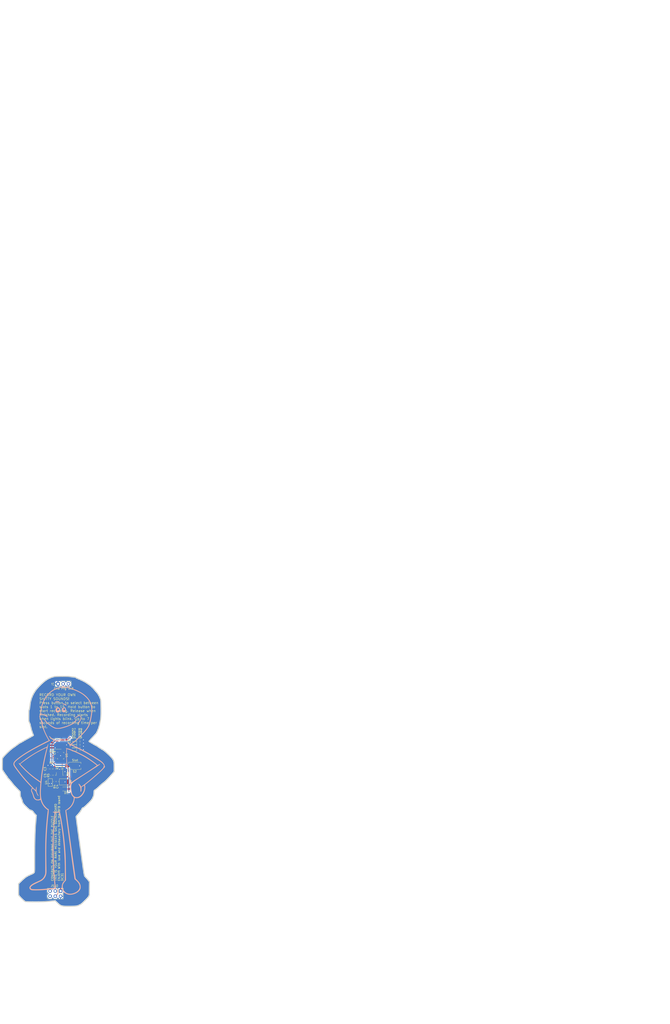
<source format=kicad_pcb>
(kicad_pcb (version 20221018) (generator pcbnew)
  (layers (0 "F.Cu" signal) (31 "B.Cu" signal) (34 "B.Paste" user) (35 "F.Paste" user) (36 "B.SilkS" user "B.Silkscreen") (37 "F.SilkS" user "F.Silkscreen") (38 "B.Mask" user) (39 "F.Mask" user) (44 "Edge.Cuts" user))
  (net 0 "")
  (net 1 "Net-(U3-+)")
  (net 2 "GND")
  (net 3 "Net-(U4-Out)")
  (net 4 "Net-(C4-Pad2)")
  (net 5 "Net-(U3--)")
  (net 6 "Net-(U1-PB4)")
  (net 7 "+3V0")
  (net 8 "+3.3V")
  (net 9 "Net-(D4-K)")
  (net 10 "Net-(D4-A)")
  (net 11 "Net-(D5-K)")
  (net 12 "Net-(D5-A)")
  (net 13 "Net-(D6-K)")
  (net 14 "Net-(D6-A)")
  (net 15 "Net-(D7-K)")
  (net 16 "Net-(D7-A)")
  (net 17 "Net-(J1-Pin_2)")
  (net 18 "SDA")
  (net 19 "SCL")
  (net 20 "Net-(J2-Pin_5)")
  (net 22 "Net-(U1-PB3)")
  (net 23 "Net-(U1-PA2)")
  (net 24 "Net-(U1-PA3)")
  (net 25 "Net-(U1-PA4)")
  (net 30 "Net-(U1-PA1)")
  (footprint "Resistor_SMD:R_0603_1608Metric" (layer "F.Cu") (at 158.225499 60.949501)
    (fp_text reference "R8")
    (fp_text value "1K")
  )
  (footprint "NSM2402AT-LL:NSM2402AT" (layer "F.Cu") (at 143.800499 80.049501)
    (fp_text reference "U4")
    (fp_text value "MEMS Microphone")
  )
  (footprint "LED_SMD:LED_0603_1608Metric" (layer "F.Cu") (at 155.175499 62.499501 180)
    (fp_text reference "D5")
    (fp_text value "LED")
  )
  (footprint "LED_SMD:LED_0603_1608Metric" (layer "F.Cu") (at 155.175499 60.949501 180)
    (fp_text reference "D6")
    (fp_text value "LED")
  )
  (footprint "Diode_SMD:D_SOD-123F" (layer "F.Cu") (at 151.4 83.2 180)
    (fp_text reference "D1")
    (fp_text value "D_Small")
  )
  (footprint "Resistor_SMD:R_0603_1608Metric" (layer "F.Cu") (at 158.225499 62.499501)
    (fp_text reference "R7")
    (fp_text value "1K")
  )
  (footprint "Resistor_SMD:R_0603_1608Metric" (layer "F.Cu") (at 158.225499 64.099501)
    (fp_text reference "R6")
    (fp_text value "1K")
  )
  (footprint "TS-1101-C-W:SW_PTS636_SM43J_SMTR_LFS" (layer "F.Cu") (at 155.700499 71.999501)
    (fp_text reference "S2")
    (fp_text value "PTS636_SM43J_SMTR_LFS")
  )
  (footprint "Capacitor_SMD:C_0603_1608Metric" (layer "F.Cu") (at 145.800499 79.574501 -90)
    (fp_text reference "C4")
    (fp_text value "4.7uF")
  )
  (footprint "LED_SMD:LED_0603_1608Metric" (layer "F.Cu") (at 155.175499 64.099501 180)
    (fp_text reference "D4")
    (fp_text value "LED")
  )
  (footprint "Capacitor_SMD:C_0603_1608Metric" (layer "F.Cu") (at 142.700499 73.474501 90)
    (fp_text reference "C3")
    (fp_text value "1uF")
  )
  (footprint "Package_TO_SOT_SMD:SOT-23-5" (layer "F.Cu") (at 148.300499 75.949501 -90)
    (fp_text reference "U3")
    (fp_text value "OPA336Nx")
  )
  (footprint "LED_SMD:LED_0603_1608Metric" (layer "F.Cu") (at 155.175499 59.399501 180)
    (fp_text reference "D7")
    (fp_text value "LED")
  )
  (footprint "Resistor_SMD:R_0603_1608Metric" (layer "F.Cu") (at 147.350499 79.574501 90)
    (fp_text reference "R4")
    (fp_text value "1K")
  )
  (footprint "Connector_PinHeader_2.54mm:PinHeader_2x03_P2.54mm_Vertical" (layer "F.Cu") (at 148.8 132.65 -90)
    (fp_text reference "JSAO")
    (fp_text value "Conn_02x03_Odd_Even")
  )
  (footprint "Capacitor_SMD:C_0603_1608Metric" (layer "F.Cu") (at 151.700499 60.124501 -90)
    (fp_text reference "C8")
    (fp_text value "0.1uF")
  )
  (footprint "Capacitor_SMD:C_0603_1608Metric" (layer "F.Cu") (at 145.800499 68.224501 -90)
    (fp_text reference "C9")
    (fp_text value "0.1uF")
  )
  (footprint "Capacitor_SMD:C_0603_1608Metric" (layer "F.Cu") (at 150.900499 76.524501 90)
    (fp_text reference "C6")
    (fp_text value "0.1uF")
  )
  (footprint "Package_SO:SOIC-8_3.9x4.9mm_P1.27mm" (layer "F.Cu") (at 147.200499 61.349501)
    (fp_text reference "U2")
    (fp_text value "W25X40CLSN")
  )
  (footprint "Resistor_SMD:R_0603_1608Metric" (layer "F.Cu") (at 144.250499 73.474501 90)
    (fp_text reference "R3")
    (fp_text value "10K")
  )
  (footprint "Resistor_SMD:R_0603_1608Metric" (layer "F.Cu") (at 145.800499 73.474501 -90)
    (fp_text reference "R2")
    (fp_text value "10K")
  )
  (footprint "Capacitor_SMD:C_0603_1608Metric" (layer "F.Cu") (at 144.250499 76.524501 90)
    (fp_text reference "C5")
    (fp_text value "100pF")
  )
  (footprint "Resistor_SMD:R_0603_1608Metric" (layer "F.Cu") (at 158.225499 59.399501)
    (fp_text reference "R9")
    (fp_text value "1K")
  )
  (footprint "Package_DFN_QFN:VQFN-20-1EP_3x3mm_P0.4mm_EP1.7x1.7mm" (layer "F.Cu") (at 148.800499 67.049501)
    (fp_text reference "U1")
    (fp_text value "ATtiny1616-M")
  )
  (footprint "Capacitor_Tantalum_SMD:CP_EIA-3528-12_Kemet-T" (layer "F.Cu") (at 150.650499 79.749501)
    (fp_text reference "C7")
    (fp_text value "100uF")
  )
  (footprint "Connector_PinHeader_2.54mm:PinHeader_1x03_P2.54mm_Vertical" (layer "F.Cu") (at 147.55 32.25 90)
    (fp_text reference "J1")
    (fp_text value "Conn_01x03_Pin")
  )
  (footprint "Resistor_SMD:R_0603_1608Metric" (layer "F.Cu") (at 145.800499 76.524501 90)
    (fp_text reference "R5")
    (fp_text value "100K")
  )
  (gr_poly (pts (xy 143.234846 57.474786) (xy 143.256477 57.481121) (xy 143.283999 57.494174) (xy 143.317283 57.513816) (xy 143.3562 57.539917) (xy 143.40062 57.572348) (xy 143.450415 57.610981) (xy 143.505454 57.655685) (xy 143.630753 57.762793) (xy 143.775481 57.892638) (xy 143.938606 58.044187) (xy 144.095646 58.192175) (xy 144.246563 58.328924) (xy 144.39226 58.454976) (xy 144.533643 58.570873) (xy 144.671614 58.677159) (xy 144.80708 58.774375) (xy 144.940943 58.863065) (xy 145.074109 58.943771) (xy 145.207482 59.017035) (xy 145.341965 59.083401) (xy 145.478464 59.14341) (xy 145.617883 59.197606) (xy 145.761126 59.24653) (xy 145.909097 59.290726) (xy 146.062702 59.330736) (xy 146.222843 59.367103) (xy 146.381272 59.398719) (xy 146.536122 59.424069) (xy 146.687949 59.443089) (xy 146.837309 59.455713) (xy 146.984757 59.461878) (xy 147.130848 59.461518) (xy 147.276139 59.45457) (xy 147.421184 59.440968) (xy 147.566539 59.420648) (xy 147.712759 59.393546) (xy 147.860401 59.359596) (xy 148.010019 59.318735) (xy 148.16217 59.270897) (xy 148.317408 59.216019) (xy 148.47629 59.154035) (xy 148.63937 59.08488) (xy 148.780476 59.024189) (xy 148.906674 58.971004) (xy 149.018765 58.925183) (xy 149.06977 58.904989) (xy 149.117548 58.886583) (xy 149.1622 58.869947) (xy 149.203826 58.855063) (xy 149.242526 58.841913) (xy 149.2784 58.83048) (xy 149.311547 58.820746) (xy 149.342069 58.812693) (xy 149.370065 58.806303) (xy 149.395636 58.801559) (xy 149.418881 58.798442) (xy 149.439901 58.796936) (xy 149.458796 58.797022) (xy 149.467478 58.797656) (xy 149.475666 58.798682) (xy 149.483372 58.800097) (xy 149.49061 58.8019) (xy 149.497392 58.804086) (xy 149.50373 58.806656) (xy 149.509637 58.809605) (xy 149.515125 58.812933) (xy 149.520207 58.816637) (xy 149.524896 58.820714) (xy 149.529203 58.825163) (xy 149.533142 58.829981) (xy 149.536725 58.835166) (xy 149.539964 58.840715) (xy 149.542872 58.846628) (xy 149.545462 58.8529) (xy 149.549735 58.866517) (xy 149.552885 58.881549) (xy 149.55501 58.897978) (xy 149.556212 58.915786) (xy 149.556591 58.934955) (xy 149.55301 58.975431) (xy 149.542412 59.015778) (xy 149.525016 59.055923) (xy 149.501039 59.095788) (xy 149.434215 59.174376) (xy 149.343684 59.250936) (xy 149.231191 59.324861) (xy 149.098479 59.395543) (xy 148.947293 59.462375) (xy 148.779377 59.524751) (xy 148.596475 59.582062) (xy 148.400331 59.633701) (xy 148.192688 59.679062) (xy 147.975292 59.717537) (xy 147.749886 59.748519) (xy 147.518214 59.771401) (xy 147.28202 59.785576) (xy 147.043049 59.790435) (xy 146.868772 59.790302) (xy 146.702622 59.786475) (xy 146.543835 59.778771) (xy 146.39165 59.76701) (xy 146.245305 59.751012) (xy 146.104037 59.730596) (xy 145.967084 59.70558) (xy 145.833683 59.675785) (xy 145.703073 59.641028) (xy 145.574492 59.60113) (xy 145.447176 59.555908) (xy 145.320364 59.505184) (xy 145.193294 59.448775) (xy 145.065204 59.386501) (xy 144.93533 59.318181) (xy 144.802912 59.243635) (xy 144.661445 59.158523) (xy 144.519087 59.062972) (xy 144.37722 58.958534) (xy 144.237227 58.846757) (xy 144.100489 58.729193) (xy 143.968389 58.607392) (xy 143.842309 58.482903) (xy 143.723632 58.357278) (xy 143.61374 58.232066) (xy 143.514015 58.108817) (xy 143.42584 57.989083) (xy 143.350597 57.874413) (xy 143.289669 57.766357) (xy 143.265004 57.715294) (xy 143.244437 57.666467) (xy 143.228139 57.620068) (xy 143.216284 57.576291) (xy 143.209044 57.535331) (xy 143.206592 57.497381) (xy 143.207391 57.489188) (xy 143.209775 57.482787) (xy 143.213729 57.478163) (xy 143.219236 57.475298) (xy 143.226281 57.474178)) (fill solid) (layer "B.SilkS"))
  (gr_poly (pts (xy 140.8 49.25) (xy 140.814178 49.254126) (xy 140.846443 49.268757) (xy 140.883695 49.291734) (xy 140.925663 49.322862) (xy 140.972075 49.361949) (xy 141.022659 49.4088) (xy 141.077146 49.463222) (xy 141.135262 49.52502) (xy 141.196738 49.594001) (xy 141.261301 49.669972) (xy 141.32868 49.752738) (xy 141.398605 49.842105) (xy 141.501269 49.973394) (xy 141.610961 50.106103) (xy 141.727887 50.240415) (xy 141.852255 50.376509) (xy 142.124142 50.65477) (xy 142.428275 50.942332) (xy 142.766308 51.240643) (xy 143.139894 51.55115) (xy 143.550687 51.875299) (xy 144.000341 52.214538) (xy 144.288196 52.423496) (xy 144.563959 52.614135) (xy 144.828973 52.786945) (xy 145.084582 52.942418) (xy 145.33213 53.081044) (xy 145.572959 53.203315) (xy 145.808414 53.309721) (xy 146.039839 53.400753) (xy 146.268576 53.476902) (xy 146.495969 53.538659) (xy 146.723363 53.586516) (xy 146.9521 53.620962) (xy 147.183524 53.642489) (xy 147.418979 53.651588) (xy 147.659809 53.64875) (xy 147.907356 53.634466) (xy 148.194737 53.602909) (xy 148.51762 53.552335) (xy 148.870785 53.484398) (xy 149.249013 53.400751) (xy 150.059782 53.192943) (xy 150.908171 52.94214) (xy 151.752426 52.661572) (xy 152.550793 52.364467) (xy 152.919719 52.213848) (xy 153.261516 52.064055) (xy 153.570963 51.916743) (xy 153.842842 51.773565) (xy 153.983472 51.692628) (xy 154.129904 51.602739) (xy 154.280702 51.505072) (xy 154.434433 51.400804) (xy 154.589662 51.29111) (xy 154.744956 51.177165) (xy 154.89888 51.060146) (xy 155.050002 50.941227) (xy 155.196885 50.821585) (xy 155.338097 50.702396) (xy 155.472204 50.584834) (xy 155.597771 50.470076) (xy 155.713365 50.359297) (xy 155.817551 50.253673) (xy 155.908895 50.154379) (xy 155.985964 50.062591) (xy 156.011538 50.031071) (xy 156.036979 50.00101) (xy 156.062255 49.972423) (xy 156.087336 49.945321) (xy 156.11219 49.919717) (xy 156.136788 49.895625) (xy 156.161098 49.873058) (xy 156.18509 49.852028) (xy 156.208734 49.832548) (xy 156.231998 49.814631) (xy 156.254851 49.798291) (xy 156.277264 49.783539) (xy 156.299205 49.77039) (xy 156.320644 49.758855) (xy 156.34155 49.748948) (xy 156.361893 49.740682) (xy 156.381641 49.734069) (xy 156.400764 49.729123) (xy 156.419232 49.725857) (xy 156.437013 49.724283) (xy 156.454078 49.724414) (xy 156.470394 49.726264) (xy 156.485933 49.729844) (xy 156.500662 49.735169) (xy 156.514551 49.742251) (xy 156.52757 49.751103) (xy 156.539688 49.761737) (xy 156.550874 49.774168) (xy 156.561098 49.788407) (xy 156.570329 49.804468) (xy 156.578535 49.822363) (xy 156.585687 49.842105) (xy 156.58868 49.858669) (xy 156.587819 49.878494) (xy 156.583231 49.901433) (xy 156.575042 49.927337) (xy 156.548365 49.987445) (xy 156.508794 50.05763) (xy 156.457337 50.136704) (xy 156.395002 50.223477) (xy 156.322798 50.316762) (xy 156.24173 50.415369) (xy 156.152808 50.51811) (xy 156.057039 50.623797) (xy 155.95543 50.731241) (xy 155.84899 50.839253) (xy 155.738725 50.946645) (xy 155.625644 51.052229) (xy 155.510754 51.154815) (xy 155.395063 51.253215) (xy 155.144913 51.445816) (xy 154.862296 51.63936) (xy 154.549475 51.83293) (xy 154.20871 52.025608) (xy 153.842262 52.216478) (xy 153.452392 52.404621) (xy 153.04136 52.589121) (xy 152.611427 52.769061) (xy 152.164854 52.943523) (xy 151.703903 53.11159) (xy 151.230833 53.272344) (xy 150.747906 53.424869) (xy 150.257383 53.568248) (xy 149.761524 53.701562) (xy 149.26259 53.823895) (xy 148.762842 53.93433) (xy 148.639968 53.956033) (xy 148.50415 53.974843) (xy 148.357324 53.990758) (xy 148.201429 54.00378) (xy 147.870184 54.021143) (xy 147.525915 54.026931) (xy 147.184127 54.021143) (xy 146.860323 54.00378) (xy 146.710009 53.990758) (xy 146.570004 53.974843) (xy 146.442246 53.956033) (xy 146.328674 53.93433) (xy 146.188139 53.897711) (xy 146.038246 53.849431) (xy 145.713466 53.720234) (xy 145.360497 53.551426) (xy 144.985501 53.347698) (xy 144.59464 53.113739) (xy 144.194076 52.854239) (xy 143.789973 52.573887) (xy 143.388493 52.277374) (xy 142.995797 51.969389) (xy 142.618049 51.654621) (xy 142.261411 51.33776) (xy 141.932045 51.023496) (xy 141.636113 50.716519) (xy 141.379779 50.421517) (xy 141.169204 50.143182) (xy 141.083002 50.011729) (xy 141.010551 49.886201) (xy 140.955757 49.781625) (xy 140.90458 49.681287) (xy 140.858157 49.58777) (xy 140.817626 49.503658) (xy 140.784122 49.431535) (xy 140.758783 49.373984) (xy 140.749531 49.351482) (xy 140.742746 49.333591) (xy 140.738571 49.320636) (xy 140.737148 49.312938) (xy 140.737969 49.29676) (xy 140.74041 49.282934) (xy 140.744437 49.271437) (xy 140.750015 49.262245) (xy 140.757112 49.255332) (xy 140.765693 49.250676) (xy 140.775724 49.248251) (xy 140.787171 49.248034)) (fill solid) (layer "B.SilkS"))
  (gr_poly (pts (xy 157.956019 47.524018) (xy 158.046408 47.533617) (xy 158.133593 47.548797) (xy 158.216992 47.569481) (xy 158.257091 47.581862) (xy 158.296025 47.59559) (xy 158.333722 47.610656) (xy 158.370109 47.627049) (xy 158.405115 47.644759) (xy 158.438665 47.663778) (xy 158.470687 47.684095) (xy 158.501109 47.7057) (xy 158.529858 47.728585) (xy 158.556862 47.752739) (xy 158.582047 47.778152) (xy 158.605341 47.804816) (xy 158.651029 47.866054) (xy 158.692209 47.927616) (xy 158.728919 47.989824) (xy 158.761197 48.053) (xy 158.789083 48.117468) (xy 158.812615 48.183551) (xy 158.831832 48.251572) (xy 158.846773 48.321854) (xy 158.857477 48.394719) (xy 158.863982 48.470492) (xy 158.866326 48.549494) (xy 158.86455 48.632049) (xy 158.858691 48.71848) (xy 158.848788 48.809109) (xy 158.834881 48.904261) (xy 158.817007 49.004257) (xy 158.792673 49.116801) (xy 158.762893 49.232508) (xy 158.72801 49.350869) (xy 158.688367 49.471378) (xy 158.596168 49.716811) (xy 158.489034 49.964751) (xy 158.369705 50.21114) (xy 158.240918 50.451922) (xy 158.105414 50.683041) (xy 157.965931 50.90044) (xy 157.825208 51.100062) (xy 157.685983 51.27785) (xy 157.550996 51.429749) (xy 157.485947 51.494722) (xy 157.422985 51.551701) (xy 157.362452 51.60018) (xy 157.304689 51.639651) (xy 157.250041 51.669606) (xy 157.198848 51.68954) (xy 157.151453 51.698945) (xy 157.108199 51.697314) (xy 157.069428 51.684139) (xy 157.035482 51.658914) (xy 157.024339 51.644099) (xy 157.017447 51.625977) (xy 157.014921 51.604342) (xy 157.016878 51.578985) (xy 157.023434 51.549702) (xy 157.034706 51.516284) (xy 157.050809 51.478525) (xy 157.071861 51.43622) (xy 157.097976 51.38916) (xy 157.129273 51.337139) (xy 157.165866 51.279951) (xy 157.207873 51.217388) (xy 157.30859 51.075313) (xy 157.432356 50.909261) (xy 157.544409 50.760034) (xy 157.650684 50.611826) (xy 157.751139 50.464881) (xy 157.845733 50.319443) (xy 157.934422 50.175755) (xy 158.017165 50.034061) (xy 158.09392 49.894606) (xy 158.164645 49.757633) (xy 158.229298 49.623386) (xy 158.287837 49.492109) (xy 158.340221 49.364045) (xy 158.386406 49.239439) (xy 158.426351 49.118534) (xy 158.460015 49.001574) (xy 158.487354 48.888804) (xy 158.508328 48.780466) (xy 158.522893 48.676805) (xy 158.531009 48.578064) (xy 158.532633 48.484488) (xy 158.527724 48.396321) (xy 158.516238 48.313805) (xy 158.498135 48.237185) (xy 158.473371 48.166705) (xy 158.441906 48.102609) (xy 158.403698 48.045141) (xy 158.358703 47.994543) (xy 158.306881 47.951061) (xy 158.248189 47.914938) (xy 158.182585 47.886418) (xy 158.110028 47.865744) (xy 158.030474 47.853161) (xy 157.943884 47.848913) (xy 157.86189 47.854102) (xy 157.768734 47.869342) (xy 157.66545 47.894142) (xy 157.553071 47.928012) (xy 157.43263 47.970459) (xy 157.305161 48.020995) (xy 157.171698 48.079126) (xy 157.033274 48.144363) (xy 156.890923 48.216215) (xy 156.745678 48.29419) (xy 156.598572 48.377798) (xy 156.45064 48.466548) (xy 156.302914 48.559949) (xy 156.156429 48.657511) (xy 156.012217 48.758741) (xy 155.871313 48.863149) (xy 155.764206 48.939801) (xy 155.662679 49.010046) (xy 155.569007 49.072437) (xy 155.525827 49.100234) (xy 155.485463 49.125526) (xy 155.4482 49.14813) (xy 155.414322 49.167867) (xy 155.384112 49.184554) (xy 155.357856 49.198012) (xy 155.335838 49.208059) (xy 155.318341 49.214514) (xy 155.311377 49.216338) (xy 155.30565 49.217197) (xy 155.301196 49.217067) (xy 155.29805 49.215927) (xy 155.293856 49.207356) (xy 155.294368 49.195006) (xy 155.299382 49.179078) (xy 155.308695 49.159772) (xy 155.339404 49.111825) (xy 155.384866 49.052767) (xy 155.443454 48.984201) (xy 155.51354 48.907729) (xy 155.593496 48.824952) (xy 155.681695 48.737472) (xy 155.876308 48.554813) (xy 156.084358 48.372566) (xy 156.189352 48.285603) (xy 156.292821 48.203549) (xy 156.393138 48.128006) (xy 156.488676 48.060576) (xy 156.53625 48.027331) (xy 156.586085 47.993879) (xy 156.690832 47.927183) (xy 156.799507 47.86214) (xy 156.908699 47.800404) (xy 157.014998 47.743629) (xy 157.114991 47.693469) (xy 157.20527 47.651576) (xy 157.282423 47.619604) (xy 157.378961 47.587965) (xy 157.476365 47.56245) (xy 157.574052 47.542981) (xy 157.671443 47.529481) (xy 157.767956 47.521872) (xy 157.863008 47.520077)) (fill solid) (layer "B.SilkS"))
  (gr_poly (pts (xy 147.520868 40.70964) (xy 147.639355 40.714765) (xy 147.749846 40.723352) (xy 147.850053 40.735453) (xy 147.937689 40.75112) (xy 148.010469 40.770404) (xy 148.066105 40.793357) (xy 148.082252 40.802781) (xy 148.097617 40.812833) (xy 148.11219 40.823469) (xy 148.125963 40.834646) (xy 148.13893 40.846321) (xy 148.151081 40.858449) (xy 148.162408 40.870988) (xy 148.172903 40.883894) (xy 148.182559 40.897122) (xy 148.191367 40.91063) (xy 148.199319 40.924373) (xy 148.206407 40.938309) (xy 148.212623 40.952393) (xy 148.217959 40.966582) (xy 148.222407 40.980833) (xy 148.225958 40.995101) (xy 148.228605 41.009344) (xy 148.23034 41.023517) (xy 148.231154 41.037577) (xy 148.23104 41.051481) (xy 148.229989 41.065184) (xy 148.227993 41.078643) (xy 148.225045 41.091815) (xy 148.221135 41.104656) (xy 148.216257 41.117122) (xy 148.210402 41.12917) (xy 148.203561 41.140756) (xy 148.195728 41.151837) (xy 148.186893 41.162369) (xy 148.177049 41.172307) (xy 148.166187 41.18161) (xy 148.1543 41.190233) (xy 148.142656 41.194678) (xy 148.127704 41.198103) (xy 148.109652 41.20052) (xy 148.088705 41.201943) (xy 148.065072 41.202384) (xy 148.038958 41.201856) (xy 147.980116 41.197946) (xy 147.913833 41.190316) (xy 147.841761 41.179068) (xy 147.765556 41.164307) (xy 147.68687 41.146135) (xy 147.632948 41.132285) (xy 147.58002 41.120503) (xy 147.527635 41.110787) (xy 147.475341 41.103138) (xy 147.422685 41.097557) (xy 147.369214 41.094043) (xy 147.314478 41.092595) (xy 147.258023 41.093215) (xy 147.199399 41.095902) (xy 147.138151 41.100656) (xy 147.073829 41.107477) (xy 147.00598 41.116365) (xy 146.857892 41.140342) (xy 146.690271 41.172587) (xy 146.564198 41.197738) (xy 146.44567 41.219994) (xy 146.33727 41.238943) (xy 146.241583 41.254171) (xy 146.161192 41.265266) (xy 146.12754 41.269133) (xy 146.098681 41.271812) (xy 146.074938 41.273251) (xy 146.056633 41.273398) (xy 146.044091 41.272202) (xy 146.040082 41.271083) (xy 146.037634 41.26961) (xy 146.030186 41.261712) (xy 146.024351 41.252935) (xy 146.020089 41.243332) (xy 146.017359 41.232953) (xy 146.016122 41.221851) (xy 146.016337 41.210077) (xy 146.017963 41.197683) (xy 146.02096 41.184721) (xy 146.025288 41.171241) (xy 146.030906 41.157297) (xy 146.037773 41.142939) (xy 146.045851 41.12822) (xy 146.065473 41.097902) (xy 146.089449 41.066758) (xy 146.117455 41.035201) (xy 146.149169 41.003643) (xy 146.184268 40.9725) (xy 146.222429 40.942183) (xy 146.263329 40.913107) (xy 146.306644 40.885684) (xy 146.352053 40.860329) (xy 146.399231 40.837454) (xy 146.47192 40.810797) (xy 146.559479 40.787085) (xy 146.659622 40.766371) (xy 146.770061 40.748706) (xy 146.88851 40.734142) (xy 147.012682 40.72273) (xy 147.14029 40.714522) (xy 147.269048 40.70957) (xy 147.39667 40.707925)) (fill solid) (layer "B.SilkS"))
  (gr_poly (pts (xy 150.052768 41.782826) (xy 150.12273 41.786857) (xy 150.195467 41.794623) (xy 150.270553 41.805934) (xy 150.426075 41.838447) (xy 150.585899 41.882898) (xy 150.746628 41.937787) (xy 150.904863 42.001616) (xy 151.057208 42.072886) (xy 151.200263 42.1501) (xy 151.330632 42.231757) (xy 151.389997 42.273784) (xy 151.444917 42.316361) (xy 151.494965 42.359299) (xy 151.539719 42.402411) (xy 151.578753 42.445511) (xy 151.611642 42.48841) (xy 151.637962 42.530922) (xy 151.657287 42.572858) (xy 151.669194 42.614033) (xy 151.673258 42.654258) (xy 151.671287 42.694359) (xy 151.668817 42.712239) (xy 151.665351 42.728672) (xy 151.660884 42.743658) (xy 151.65541 42.757197) (xy 151.648925 42.769289) (xy 151.641425 42.779935) (xy 151.632904 42.789133) (xy 151.623358 42.796885) (xy 151.612781 42.803189) (xy 151.601169 42.808047) (xy 151.588517 42.811458) (xy 151.574821 42.813422) (xy 151.560074 42.813939) (xy 151.544274 42.813009) (xy 151.527413 42.810632) (xy 151.509489 42.806808) (xy 151.490495 42.801537) (xy 151.470428 42.794819) (xy 151.427052 42.777043) (xy 151.379322 42.753479) (xy 151.3272 42.724127) (xy 151.270647 42.688987) (xy 151.209623 42.648059) (xy 151.14409 42.601344) (xy 151.109958 42.577505) (xy 151.07071 42.55244) (xy 150.978726 42.499506) (xy 150.87186 42.444298) (xy 150.753831 42.388574) (xy 150.628361 42.33409) (xy 150.49917 42.282604) (xy 150.369979 42.235872) (xy 150.244508 42.195652) (xy 150.140521 42.164845) (xy 150.092374 42.149895) (xy 150.046777 42.135241) (xy 150.003719 42.120877) (xy 149.963189 42.106799) (xy 149.925174 42.093002) (xy 149.889664 42.079481) (xy 149.856647 42.066231) (xy 149.826113 42.053248) (xy 149.798049 42.040527) (xy 149.772445 42.028062) (xy 149.749288 42.015849) (xy 149.728569 42.003883) (xy 149.710275 41.99216) (xy 149.694396 41.980673) (xy 149.680919 41.96942) (xy 149.669835 41.958394) (xy 149.66113 41.947591) (xy 149.657667 41.942271) (xy 149.654795 41.937006) (xy 149.652512 41.931794) (xy 149.650817 41.926634) (xy 149.649709 41.921527) (xy 149.649186 41.916471) (xy 149.649246 41.911465) (xy 149.649889 41.906511) (xy 149.651113 41.901605) (xy 149.652917 41.896749) (xy 149.655299 41.891942) (xy 149.658257 41.887182) (xy 149.665899 41.877803) (xy 149.67583 41.868609) (xy 149.68804 41.859593) (xy 149.702517 41.850753) (xy 149.71925 41.842081) (xy 149.738228 41.833575) (xy 149.759439 41.825228) (xy 149.809159 41.807782) (xy 149.863776 41.795006) (xy 149.922866 41.786713) (xy 149.986005 41.782715)) (fill solid) (layer "B.SilkS"))
  (gr_poly (pts (xy 150.585043 33.677618) (xy 150.943966 33.702744) (xy 151.311106 33.740814) (xy 151.686487 33.791817) (xy 152.070137 33.855738) (xy 152.462082 33.932566) (xy 152.862346 34.022288) (xy 153.270955 34.12489) (xy 153.687937 34.240359) (xy 154.113315 34.368683) (xy 154.547117 34.509849) (xy 154.989368 34.663844) (xy 155.505065 34.859939) (xy 156.044119 35.080011) (xy 156.592682 35.317446) (xy 157.136904 35.56563) (xy 157.662935 35.817948) (xy 158.156927 36.067786) (xy 158.60503 36.308528) (xy 158.993395 36.533562) (xy 159.470642 36.840161) (xy 159.926585 37.157832) (xy 160.361006 37.486278) (xy 160.773683 37.8252) (xy 161.164398 38.174303) (xy 161.532931 38.533288) (xy 161.879062 38.90186) (xy 162.202572 39.27972) (xy 162.50324 39.666572) (xy 162.780848 40.062118) (xy 163.035176 40.466062) (xy 163.266004 40.878106) (xy 163.473113 41.297954) (xy 163.656283 41.725307) (xy 163.815294 42.159869) (xy 163.949926 42.601344) (xy 164.003462 42.818885) (xy 164.045837 43.025366) (xy 164.078289 43.236189) (xy 164.102061 43.466751) (xy 164.11839 43.732454) (xy 164.128519 44.048696) (xy 164.133687 44.430878) (xy 164.135134 44.894399) (xy 164.133135 45.373732) (xy 164.125762 45.782269) (xy 164.110948 46.14347) (xy 164.086625 46.480796) (xy 164.050727 46.817709) (xy 164.001186 47.177669) (xy 163.935936 47.584138) (xy 163.852911 48.060576) (xy 163.716468 48.811879) (xy 163.582815 49.496182) (xy 163.448749 50.12049) (xy 163.311066 50.691803) (xy 163.166562 51.217125) (xy 163.012032 51.703456) (xy 162.844273 52.1578) (xy 162.660081 52.587158) (xy 162.456252 52.998532) (xy 162.229582 53.398926) (xy 161.976867 53.79534) (xy 161.694904 54.194777) (xy 161.380487 54.60424) (xy 161.030414 55.03073) (xy 160.64148 55.481249) (xy 160.210481 55.962801) (xy 159.401728 56.842368) (xy 158.602173 57.676253) (xy 157.821015 58.455981) (xy 157.067452 59.173077) (xy 156.350682 59.819066) (xy 156.00897 60.112748) (xy 155.679905 60.385474) (xy 155.364638 60.636186) (xy 155.064318 60.863825) (xy 154.780096 61.067331) (xy 154.51312 61.245645) (xy 154.466127 61.277032) (xy 154.421188 61.308226) (xy 154.378497 61.339031) (xy 154.338247 61.369256) (xy 154.300633 61.398705) (xy 154.265848 61.427186) (xy 154.234087 61.454503) (xy 154.205542 61.480464) (xy 154.180408 61.504875) (xy 154.158878 61.527542) (xy 154.149525 61.53816) (xy 154.141146 61.54827) (xy 154.133766 61.557847) (xy 154.127407 61.566867) (xy 154.122095 61.575306) (xy 154.117853 61.583139) (xy 154.114707 61.590342) (xy 154.112679 61.596891) (xy 154.111795 61.602761) (xy 154.112079 61.60793) (xy 154.113554 61.612371) (xy 154.116245 61.616062) (xy 154.145528 61.634459) (xy 154.198375 61.662365) (xy 154.271893 61.698539) (xy 154.363188 61.741741) (xy 154.587532 61.844268) (xy 154.848257 61.960023) (xy 155.441744 62.228241) (xy 156.229327 62.602602) (xy 158.144525 63.548624) (xy 160.109332 64.555831) (xy 160.958927 65.006673) (xy 161.63923 65.381965) (xy 162.800659 66.050589) (xy 163.960536 66.739058) (xy 165.085066 67.425872) (xy 166.140454 68.089536) (xy 167.092901 68.708551) (xy 167.908613 69.261419) (xy 168.553794 69.726645) (xy 168.801873 69.919673) (xy 168.994646 70.082729) (xy 169.111307 70.191682) (xy 169.225966 70.306126) (xy 169.337861 70.424937) (xy 169.446228 70.54699) (xy 169.550306 70.671162) (xy 169.649334 70.796329) (xy 169.742547 70.921366) (xy 169.829185 71.045151) (xy 169.908484 71.166558) (xy 169.979684 71.284464) (xy 170.042021 71.397745) (xy 170.094733 71.505278) (xy 170.137058 71.605937) (xy 170.168234 71.698599) (xy 170.179403 71.74158) (xy 170.187499 71.782141) (xy 170.192426 71.82014) (xy 170.19409 71.855438) (xy 170.1948 71.882277) (xy 170.19688 71.909749) (xy 170.200252 71.937661) (xy 170.204838 71.965818) (xy 170.210562 71.994027) (xy 170.217344 72.022094) (xy 170.225109 72.049825) (xy 170.233777 72.077026) (xy 170.243273 72.103504) (xy 170.253518 72.129065) (xy 170.264434 72.153515) (xy 170.275945 72.17666) (xy 170.287972 72.198306) (xy 170.300439 72.21826) (xy 170.313267 72.236327) (xy 170.32638 72.252315) (xy 170.356038 72.283615) (xy 170.378022 72.315858) (xy 170.391067 72.350815) (xy 170.393905 72.390254) (xy 170.385271 72.435946) (xy 170.363899 72.489662) (xy 170.328523 72.55317) (xy 170.277876 72.62824) (xy 170.210693 72.716643) (xy 170.125707 72.820149) (xy 170.021652 72.940527) (xy 169.897263 73.079547) (xy 169.582416 73.420594) (xy 169.171037 73.857448) (xy 168.567025 74.466852) (xy 167.826484 75.172374) (xy 166.969154 75.956857) (xy 166.014776 76.803145) (xy 164.98309 77.694082) (xy 163.893837 78.61251) (xy 162.766758 79.541273) (xy 161.621591 80.463214) (xy 161.288778 80.729709) (xy 161.153655 80.839256) (xy 161.037716 80.934916) (xy 160.98655 80.977986) (xy 160.93971 81.018121) (xy 160.897039 81.055502) (xy 160.858382 81.090307) (xy 160.823581 81.122716) (xy 160.792479 81.152907) (xy 160.764921 81.18106) (xy 160.740749 81.207355) (xy 160.719807 81.23197) (xy 160.701938 81.255084) (xy 160.686986 81.276878) (xy 160.674793 81.29753) (xy 160.665203 81.31722) (xy 160.65806 81.336127) (xy 160.653208 81.354429) (xy 160.650488 81.372307) (xy 160.649745 81.389939) (xy 160.650822 81.407505) (xy 160.653562 81.425184) (xy 160.657809 81.443156) (xy 160.663406 81.461598) (xy 160.670197 81.480692) (xy 160.686731 81.521549) (xy 160.712685 81.599916) (xy 160.734376 81.697868) (xy 160.751881 81.81308) (xy 160.765278 81.943227) (xy 160.774645 82.085983) (xy 160.780057 82.239023) (xy 160.779334 82.566651) (xy 160.763727 82.907509) (xy 160.733859 83.242992) (xy 160.713769 83.402905) (xy 160.690347 83.554497) (xy 160.663669 83.695445) (xy 160.633814 83.823421) (xy 160.538612 84.140579) (xy 160.425763 84.452789) (xy 160.29643 84.758617) (xy 160.151774 85.056629) (xy 159.99296 85.34539) (xy 159.821149 85.623468) (xy 159.637504 85.889427) (xy 159.443187 86.141834) (xy 159.239363 86.379255) (xy 159.027193 86.600255) (xy 158.807839 86.803401) (xy 158.582466 86.987259) (xy 158.352234 87.150395) (xy 158.23566 87.223744) (xy 158.118308 87.291374) (xy 158.000323 87.353107) (xy 157.88185 87.408764) (xy 157.763034 87.458164) (xy 157.644022 87.501129) (xy 157.550384 87.529639) (xy 157.448892 87.555578) (xy 157.340784 87.578856) (xy 157.227303 87.599383) (xy 157.109687 87.617067) (xy 156.989178 87.631819) (xy 156.867015 87.643548) (xy 156.744438 87.652163) (xy 156.622688 87.657574) (xy 156.503006 87.659692) (xy 156.38663 87.658424) (xy 156.274802 87.653681) (xy 156.168762 87.645372) (xy 156.06975 87.633408) (xy 155.979007 87.617696) (xy 155.897772 87.598148) (xy 155.821893 87.579527) (xy 155.790821 87.57499) (xy 155.763689 87.574858) (xy 155.751451 87.576731) (xy 155.740019 87.580049) (xy 155.729333 87.584927) (xy 155.719333 87.59148) (xy 155.70996 87.599822) (xy 155.701154 87.610068) (xy 155.692854 87.622332) (xy 155.685003 87.63673) (xy 155.670402 87.672384) (xy 155.656873 87.717947) (xy 155.643939 87.774337) (xy 155.631121 87.84247) (xy 155.603921 88.017635) (xy 155.571451 88.250782) (xy 155.546345 88.411358) (xy 155.517364 88.572141) (xy 155.484558 88.732923) (xy 155.44798 88.893499) (xy 155.407681 89.053662) (xy 155.363713 89.213204) (xy 155.316128 89.37192) (xy 155.264977 89.529602) (xy 155.210312 89.686043) (xy 155.152184 89.841038) (xy 155.090647 89.994379) (xy 155.02575 90.14586) (xy 154.957545 90.295274) (xy 154.886086 90.442414) (xy 154.811422 90.587073) (xy 154.733606 90.729045) (xy 154.600375 90.954786) (xy 154.456138 91.178149) (xy 154.302081 91.397998) (xy 154.139395 91.613196) (xy 153.969268 91.822607) (xy 153.792887 92.025092) (xy 153.611443 92.219516) (xy 153.426122 92.404742) (xy 153.238115 92.579632) (xy 153.048609 92.74305) (xy 152.858792 92.893859) (xy 152.669855 93.030921) (xy 152.482984 93.153101) (xy 152.299369 93.259262) (xy 152.120199 93.348265) (xy 151.946661 93.418975) (xy 151.523329 93.568912) (xy 151.593883 93.948139) (xy 151.724108 94.768076) (xy 151.941149 96.274273) (xy 152.467008 100.148216) (xy 154.530758 115.185363) (xy 155.897772 124.842659) (xy 156.153536 126.650642) (xy 156.991384 127.506126) (xy 157.186807 127.708758) (xy 157.366623 127.903897) (xy 157.53135 128.092525) (xy 157.681505 128.275623) (xy 157.817603 128.454173) (xy 157.940162 128.629158) (xy 158.049699 128.801559) (xy 158.146731 128.972358) (xy 158.231773 129.142537) (xy 158.305343 129.313078) (xy 158.367958 129.484962) (xy 158.420134 129.659172) (xy 158.462389 129.836689) (xy 158.495238 130.018495) (xy 158.519199 130.205572) (xy 158.534788 130.398902) (xy 158.542246 130.5606) (xy 158.544846 130.720127) (xy 158.542693 130.875312) (xy 158.535888 131.023985) (xy 158.524537 131.163977) (xy 158.517188 131.230038) (xy 158.50874 131.293115) (xy 158.499208 131.352937) (xy 158.488603 131.409231) (xy 158.476938 131.461728) (xy 158.464227 131.510154) (xy 158.40371 131.693189) (xy 158.326838 131.87331) (xy 158.234359 132.050189) (xy 158.127022 132.223496) (xy 158.005579 132.392901) (xy 157.870777 132.558075) (xy 157.723366 132.718688) (xy 157.564095 132.874412) (xy 157.212971 133.169872) (xy 156.8234 133.441819) (xy 156.401376 133.687618) (xy 155.952893 133.904633) (xy 155.483947 134.090229) (xy 155.000531 134.24177) (xy 154.508641 134.35662) (xy 154.01427 134.432145) (xy 153.523413 134.465709) (xy 153.042064 134.454675) (xy 152.806829 134.431611) (xy 152.576218 134.39641) (xy 152.350982 134.348741) (xy 152.13187 134.288276) (xy 151.878481 134.200701) (xy 151.636032 134.098849) (xy 151.404717 133.983433) (xy 151.184726 133.855162) (xy 150.976254 133.714747) (xy 150.77949 133.562898) (xy 150.594629 133.400327) (xy 150.421861 133.227743) (xy 150.26138 133.045857) (xy 150.113376 132.85538) (xy 149.978044 132.657022) (xy 149.855573 132.451494) (xy 149.746158 132.239507) (xy 149.64999 132.02177) (xy 149.56726 131.798995) (xy 149.498162 131.571892) (xy 149.442887 131.341172) (xy 149.401628 131.107545) (xy 149.374577 130.871721) (xy 149.361926 130.634412) (xy 149.363867 130.396328) (xy 149.380592 130.158179) (xy 149.412294 129.920676) (xy 149.459164 129.684529) (xy 149.521395 129.45045) (xy 149.599179 129.219148) (xy 149.692709 128.991335) (xy 149.802175 128.76772) (xy 149.927772 128.549014) (xy 150.06969 128.335928) (xy 150.228121 128.129173) (xy 150.403259 127.929458) (xy 150.826591 127.479675) (xy 150.86187 124.154739) (xy 150.856598 120.796891) (xy 150.768437 117.410207) (xy 150.598008 114.003886) (xy 150.345931 110.587127) (xy 150.012824 107.169128) (xy 149.599309 103.759086) (xy 149.106006 100.366202) (xy 148.533535 96.999671) (xy 148.260133 95.46068) (xy 148.176349 94.973129) (xy 148.153473 94.83095) (xy 148.145481 94.768352) (xy 148.144425 94.763444) (xy 148.141276 94.758642) (xy 148.128789 94.749371) (xy 148.108216 94.740564) (xy 148.079748 94.732249) (xy 148.043581 94.724451) (xy 147.999908 94.717195) (xy 147.890819 94.704413) (xy 147.754031 94.694113) (xy 147.591096 94.686499) (xy 147.403562 94.681779) (xy 147.192981 94.68016) (xy 146.231662 94.68016) (xy 146.214021 95.271057) (xy 146.207941 95.41825) (xy 146.196796 95.60358) (xy 146.162208 96.059298) (xy 146.116044 96.579508) (xy 146.064092 97.105506) (xy 145.897918 98.863898) (xy 145.756651 100.723267) (xy 145.640396 102.679581) (xy 145.549256 104.72881) (xy 145.483334 106.866922) (xy 145.442734 109.089888) (xy 145.427559 111.393675) (xy 145.437912 113.774253) (xy 145.469313 115.999734) (xy 145.518802 118.072769) (xy 145.588754 120.033562) (xy 145.681548 121.922318) (xy 145.799559 123.779241) (xy 145.945166 125.644536) (xy 146.120745 127.558406) (xy 146.328674 129.561058) (xy 146.364114 129.891767) (xy 146.394321 130.18722) (xy 146.419231 130.449162) (xy 146.42968 130.56811) (xy 146.43878 130.679335) (xy 146.446524 130.783054) (xy 146.452903 130.879485) (xy 146.457909 130.968845) (xy 146.461535 131.051354) (xy 146.463772 131.127229) (xy 146.464612 131.196688) (xy 146.464047 131.259949) (xy 146.462069 131.31723) (xy 146.45867 131.368749) (xy 146.453842 131.414724) (xy 146.447577 131.455373) (xy 146.443902 131.473769) (xy 146.439866 131.490915) (xy 146.435466 131.506838) (xy 146.430702 131.521566) (xy 146.425572 131.535126) (xy 146.420076 131.547546) (xy 146.414213 131.558852) (xy 146.407981 131.569072) (xy 146.40138 131.578232) (xy 146.394408 131.586361) (xy 146.387065 131.593486) (xy 146.37935 131.599633) (xy 146.371261 131.604831) (xy 146.362797 131.609106) (xy 146.353958 131.612485) (xy 146.344743 131.614996) (xy 146.33515 131.616666) (xy 146.325179 131.617522) (xy 146.314828 131.617592) (xy 146.304097 131.616903) (xy 146.292984 131.615482) (xy 146.281489 131.613356) (xy 146.257347 131.607099) (xy 146.231662 131.59835) (xy 146.214381 131.594107) (xy 146.189322 131.591272) (xy 146.117836 131.58967) (xy 146.021132 131.593235) (xy 145.903137 131.601657) (xy 145.767779 131.614627) (xy 145.618985 131.631835) (xy 145.460683 131.652971) (xy 145.2968 131.677726) (xy 144.75449 131.759152) (xy 144.134976 131.842954) (xy 142.755697 132.007354) (xy 141.341693 132.150256) (xy 140.67877 132.207187) (xy 140.075689 132.250991) (xy 139.335665 132.288991) (xy 138.522778 132.316862) (xy 137.684052 132.334398) (xy 136.866514 132.341391) (xy 136.117189 132.337635) (xy 135.483102 132.322923) (xy 135.011278 132.297048) (xy 134.850911 132.27986) (xy 134.748745 132.259803) (xy 134.654029 132.229357) (xy 134.563386 132.195964) (xy 134.476857 132.159725) (xy 134.394486 132.120743) (xy 134.316313 132.079118) (xy 134.24238 132.034954) (xy 134.172731 131.98835) (xy 134.107406 131.93941) (xy 134.046448 131.888235) (xy 133.989898 131.834927) (xy 133.937799 131.779587) (xy 133.890193 131.722317) (xy 133.847121 131.66322) (xy 133.808626 131.602396) (xy 133.774749 131.539947) (xy 133.745533 131.475976) (xy 133.72102 131.410583) (xy 133.701251 131.343871) (xy 133.686269 131.275941) (xy 133.676115 131.206896) (xy 133.670831 131.136836) (xy 133.67046 131.065864) (xy 133.675044 130.994082) (xy 133.684624 130.92159) (xy 133.699243 130.848491) (xy 133.718941 130.774887) (xy 133.743763 130.700879) (xy 133.773749 130.62657) (xy 133.808941 130.55206) (xy 133.849381 130.477451) (xy 133.895112 130.402846) (xy 133.946175 130.328346) (xy 134.050766 130.190235) (xy 134.163612 130.056477) (xy 134.285941 129.92626) (xy 134.41898 129.798768) (xy 134.563956 129.673188) (xy 134.722097 129.548706) (xy 134.89463 129.424509) (xy 135.082782 129.299781) (xy 135.28778 129.17371) (xy 135.510852 129.045482) (xy 135.753225 128.914282) (xy 136.016127 128.779297) (xy 136.608425 128.494715) (xy 137.297564 128.185226) (xy 137.672972 128.020041) (xy 138.016728 127.86421) (xy 138.330873 127.716338) (xy 138.617449 127.575028) (xy 138.878497 127.438887) (xy 139.116058 127.306518) (xy 139.332173 127.176526) (xy 139.528884 127.047516) (xy 139.708231 126.918093) (xy 139.872257 126.786862) (xy 140.023001 126.652426) (xy 140.162506 126.513391) (xy 140.292812 126.368362) (xy 140.415961 126.215943) (xy 140.533994 126.054738) (xy 140.648952 125.883354) (xy 140.718009 125.770422) (xy 140.791304 125.639714) (xy 140.866459 125.495777) (xy 140.941097 125.343159) (xy 141.012841 125.186407) (xy 141.079314 125.030069) (xy 141.138139 124.878692) (xy 141.186939 124.736824) (xy 141.321022 124.307563) (xy 141.358556 123.947877) (xy 141.379864 123.287125) (xy 141.384136 120.449333) (xy 141.354509 114.568008) (xy 141.354888 112.097614) (xy 141.383999 109.768711) (xy 141.444116 107.5351) (xy 141.537512 105.350583) (xy 141.666462 103.168959) (xy 141.833239 100.944031) (xy 142.040117 98.629599) (xy 142.289369 96.179466) (xy 142.381974 95.349472) (xy 142.467963 94.619524) (xy 142.537416 94.069824) (xy 142.562841 93.88763) (xy 142.580412 93.780574) (xy 142.60544 93.672002) (xy 142.613258 93.626378) (xy 142.616929 93.58503) (xy 142.616971 93.565609) (xy 142.615691 93.546835) (xy 142.612993 93.528568) (xy 142.608782 93.510667) (xy 142.602962 93.492993) (xy 142.595438 93.475405) (xy 142.586116 93.457761) (xy 142.574899 93.439922) (xy 142.561693 93.421748) (xy 142.546402 93.403096) (xy 142.509184 93.363803) (xy 142.462483 93.320918) (xy 142.405538 93.273318) (xy 142.337586 93.219878) (xy 142.257864 93.159475) (xy 142.060064 93.013282) (xy 141.995961 92.965098) (xy 141.92965 92.913478) (xy 141.792311 92.801891) (xy 141.651872 92.68245) (xy 141.512156 92.559082) (xy 141.376988 92.435713) (xy 141.250192 92.316272) (xy 141.135591 92.204685) (xy 141.03701 92.104881) (xy 140.889969 91.93521) (xy 140.743729 91.754584) (xy 140.599091 91.564449) (xy 140.456855 91.366253) (xy 140.317824 91.161442) (xy 140.182798 90.951464) (xy 140.052578 90.737764) (xy 139.927964 90.521791) (xy 139.809758 90.304991) (xy 139.698762 90.088811) (xy 139.595775 89.874698) (xy 139.501599 89.6641) (xy 139.417035 89.458462) (xy 139.342884 89.259232) (xy 139.279946 89.067857) (xy 139.229024 88.885784) (xy 139.206523 88.801602) (xy 139.18503 88.727446) (xy 139.164105 88.663005) (xy 139.153718 88.634331) (xy 139.143309 88.60797) (xy 139.132823 88.583882) (xy 139.122204 88.562029) (xy 139.111397 88.542373) (xy 139.100349 88.524874) (xy 139.089003 88.509494) (xy 139.077305 88.496194) (xy 139.065201 88.484935) (xy 139.052634 88.475678) (xy 139.039551 88.468386) (xy 139.025896 88.463018) (xy 139.011614 88.459536) (xy 138.996651 88.457902) (xy 138.980952 88.458077) (xy 138.964461 88.460022) (xy 138.947124 88.463697) (xy 138.928886 88.469066) (xy 138.909692 88.476087) (xy 138.889487 88.484724) (xy 138.868216 88.494937) (xy 138.845825 88.506687) (xy 138.79746 88.534644) (xy 138.743953 88.568286) (xy 138.710013 88.588963) (xy 138.674173 88.608025) (xy 138.636189 88.625511) (xy 138.595814 88.641459) (xy 138.552805 88.655909) (xy 138.506914 88.668899) (xy 138.457897 88.680468) (xy 138.405507 88.690655) (xy 138.349501 88.699498) (xy 138.289632 88.707036) (xy 138.225654 88.713308) (xy 138.157323 88.718353) (xy 138.006617 88.724916) (xy 137.835551 88.727035) (xy 137.697263 88.725028) (xy 137.566403 88.718836) (xy 137.442339 88.708199) (xy 137.324437 88.692859) (xy 137.212064 88.672559) (xy 137.104588 88.647039) (xy 137.001375 88.616042) (xy 136.901792 88.579308) (xy 136.805207 88.53658) (xy 136.710986 88.487599) (xy 136.618496 88.432107) (xy 136.527104 88.369845) (xy 136.436177 88.300556) (xy 136.345082 88.22398) (xy 136.253186 88.139859) (xy 136.159857 88.047935) (xy 136.088646 87.975063) (xy 136.023431 87.904413) (xy 135.963589 87.834693) (xy 135.908502 87.764611) (xy 135.857549 87.692876) (xy 135.81011 87.618195) (xy 135.765565 87.539276) (xy 135.723294 87.454828) (xy 135.682676 87.363559) (xy 135.643092 87.264176) (xy 135.603921 87.155389) (xy 135.564544 87.035904) (xy 135.482689 86.759675) (xy 135.392565 86.425155) (xy 135.343352 86.240602) (xy 135.283287 86.041786) (xy 135.214746 85.835116) (xy 135.140108 85.626998) (xy 135.061749 85.423842) (xy 134.982047 85.232055) (xy 134.903378 85.058044) (xy 134.82812 84.908218) (xy 134.782009 84.819595) (xy 134.739529 84.735429) (xy 134.700589 84.655423) (xy 134.665098 84.57928) (xy 134.632966 84.506702) (xy 134.604103 84.437393) (xy 134.578417 84.371055) (xy 134.55582 84.307391) (xy 134.536219 84.246105) (xy 134.519526 84.186898) (xy 134.505649 84.129474) (xy 134.494497 84.073536) (xy 134.485981 84.018787) (xy 134.480011 83.964929) (xy 134.476494 83.911666) (xy 134.475343 83.858699) (xy 134.477487 83.774836) (xy 134.483817 83.692148) (xy 134.494179 83.610984) (xy 134.508415 83.531693) (xy 134.526373 83.454624) (xy 134.547896 83.380126) (xy 134.57283 83.308548) (xy 134.60102 83.240238) (xy 134.63231 83.175546) (xy 134.649069 83.144665) (xy 134.666545 83.114819) (xy 134.684719 83.086052) (xy 134.703572 83.058407) (xy 134.723083 83.031929) (xy 134.743233 83.00666) (xy 134.764004 82.982644) (xy 134.785375 82.959924) (xy 134.807328 82.938546) (xy 134.829843 82.918551) (xy 134.8529 82.899983) (xy 134.876481 82.882887) (xy 134.900565 82.867306) (xy 134.925134 82.853282) (xy 134.955445 82.836718) (xy 134.979515 82.819158) (xy 134.996273 82.799196) (xy 135.001575 82.787874) (xy 135.004647 82.775423) (xy 135.005355 82.761667) (xy 135.003564 82.74643) (xy 134.991952 82.71081) (xy 134.968739 82.667155) (xy 134.932851 82.614055) (xy 134.883218 82.550104) (xy 134.818767 82.473892) (xy 134.738425 82.384012) (xy 134.641121 82.279055) (xy 134.391334 82.018278) (xy 134.060829 81.680297) (xy 133.190443 80.780989) (xy 132.324914 79.848609) (xy 131.463313 78.882328) (xy 130.604709 77.881322) (xy 129.748172 76.844762) (xy 128.892772 75.771822) (xy 128.037579 74.661674) (xy 127.181662 73.513492) (xy 126.995997 73.257205) (xy 126.828678 73.022997) (xy 126.678825 72.809175) (xy 126.54556 72.614047) (xy 126.428005 72.43592) (xy 126.325281 72.273103) (xy 126.236509 72.123902) (xy 126.160812 71.986626) (xy 126.09731 71.859581) (xy 126.045125 71.741076) (xy 126.003379 71.629419) (xy 125.971194 71.522916) (xy 125.94769 71.419875) (xy 125.931989 71.318605) (xy 125.923212 71.217412) (xy 125.920482 71.114604) (xy 125.922353 71.067178) (xy 126.364844 71.067178) (xy 126.367169 71.14295) (xy 126.374603 71.219203) (xy 126.387085 71.296091) (xy 126.404555 71.373766) (xy 126.42695 71.452384) (xy 126.454208 71.532096) (xy 126.48627 71.613056) (xy 126.523073 71.695418) (xy 126.564555 71.779336) (xy 126.661315 71.952449) (xy 126.867556 72.265851) (xy 127.190068 72.72498) (xy 128.073529 73.932418) (xy 129.090934 75.27876) (xy 129.580878 75.91152) (xy 130.021523 76.468006) (xy 130.767645 77.369432) (xy 131.654636 78.40098) (xy 132.619969 79.494333) (xy 133.601115 80.581175) (xy 134.535545 81.59319) (xy 135.360732 82.46206) (xy 136.014146 83.119471) (xy 136.256898 83.347529) (xy 136.433259 83.497104) (xy 136.741939 83.735225) (xy 136.794856 83.170784) (xy 136.805023 83.075559) (xy 136.81873 82.979081) (xy 136.83559 82.882371) (xy 136.855214 82.786449) (xy 136.877216 82.692336) (xy 136.901206 82.601052) (xy 136.926799 82.513617) (xy 136.953606 82.431054) (xy 136.98124 82.354381) (xy 137.009313 82.28462) (xy 137.037438 82.222792) (xy 137.065227 82.169916) (xy 137.078874 82.147155) (xy 137.092293 82.127014) (xy 137.105433 82.109622) (xy 137.118247 82.095106) (xy 137.130686 82.083594) (xy 137.142703 82.075213) (xy 137.154248 82.070091) (xy 137.165272 82.068355) (xy 137.169824 82.073538) (xy 137.173575 82.088733) (xy 137.178777 82.14704) (xy 137.181086 82.239041) (xy 137.180707 82.360497) (xy 137.172714 82.674828) (xy 137.156454 83.056133) (xy 137.145744 83.277909) (xy 137.140227 83.487579) (xy 137.140137 83.686268) (xy 137.145705 83.8751) (xy 137.157164 84.055198) (xy 137.174747 84.227687) (xy 137.198686 84.393691) (xy 137.229214 84.554333) (xy 137.266563 84.710738) (xy 137.310966 84.864029) (xy 137.362655 85.015331) (xy 137.421863 85.165767) (xy 137.488823 85.316462) (xy 137.563767 85.46854) (xy 137.646927 85.623123) (xy 137.738537 85.781337) (xy 137.799939 85.88317) (xy 137.855205 85.977122) (xy 137.904399 86.063375) (xy 137.947585 86.142109) (xy 137.966946 86.178713) (xy 137.984829 86.213504) (xy 138.001242 86.246507) (xy 138.016194 86.277743) (xy 138.029693 86.307235) (xy 138.041746 86.335005) (xy 138.052362 86.361077) (xy 138.061549 86.385472) (xy 138.069315 86.408213) (xy 138.075667 86.429324) (xy 138.080615 86.448826) (xy 138.084166 86.466742) (xy 138.086328 86.483095) (xy 138.087109 86.497908) (xy 138.086518 86.511202) (xy 138.084562 86.523001) (xy 138.081249 86.533328) (xy 138.079087 86.537945) (xy 138.076588 86.542204) (xy 138.073755 86.546105) (xy 138.070587 86.549652) (xy 138.067087 86.552848) (xy 138.063254 86.555696) (xy 138.05909 86.558198) (xy 138.054596 86.560357) (xy 138.044622 86.563658) (xy 138.03334 86.565623) (xy 138.020758 86.566272) (xy 137.996022 86.563818) (xy 137.969831 86.556561) (xy 137.942285 86.54466) (xy 137.913478 86.528273) (xy 137.852475 86.482672) (xy 137.787595 86.421026) (xy 137.719615 86.344601) (xy 137.649309 86.254662) (xy 137.577453 86.152476) (xy 137.504822 86.039308) (xy 137.432191 85.916425) (xy 137.360335 85.785094) (xy 137.290029 85.646579) (xy 137.222048 85.502148) (xy 137.157168 85.353065) (xy 137.096164 85.200599) (xy 137.039811 85.046013) (xy 136.988884 84.890575) (xy 136.963862 84.815485) (xy 136.937948 84.74502) (xy 136.910458 84.678224) (xy 136.880708 84.614141) (xy 136.848012 84.551815) (xy 136.811685 84.490289) (xy 136.771044 84.428609) (xy 136.725403 84.365818) (xy 136.674078 84.30096) (xy 136.616383 84.233078) (xy 136.551635 84.161218) (xy 136.479148 84.084423) (xy 136.398238 84.001736) (xy 136.30822 83.912202) (xy 136.09812 83.70877) (xy 135.357286 83.003211) (xy 135.110342 83.188427) (xy 135.040895 83.24434) (xy 134.981409 83.303354) (xy 134.931923 83.366088) (xy 134.910941 83.399045) (xy 134.892474 83.433164) (xy 134.876526 83.468524) (xy 134.863103 83.505201) (xy 134.852208 83.543273) (xy 134.843847 83.582818) (xy 134.838024 83.623914) (xy 134.834745 83.666637) (xy 134.835837 83.757278) (xy 134.847161 83.855359) (xy 134.868755 83.961503) (xy 134.900659 84.076328) (xy 134.942911 84.200455) (xy 134.99555 84.334503) (xy 135.058615 84.479094) (xy 135.132144 84.634848) (xy 135.216177 84.802383) (xy 135.30053 84.97579) (xy 135.38664 85.167699) (xy 135.47213 85.371803) (xy 135.554623 85.581799) (xy 135.631741 85.791381) (xy 135.701108 85.994246) (xy 135.760346 86.184088) (xy 135.807079 86.354602) (xy 135.829382 86.44054) (xy 135.853209 86.526168) (xy 135.878431 86.611176) (xy 135.904919 86.695253) (xy 135.932545 86.778091) (xy 135.961178 86.859378) (xy 135.990689 86.938805) (xy 136.02095 87.016061) (xy 136.051831 87.090837) (xy 136.083203 87.162823) (xy 136.114936 87.231707) (xy 136.146903 87.297181) (xy 136.178972 87.358934) (xy 136.211016 87.416656) (xy 136.242905 87.470038) (xy 136.274509 87.518768) (xy 136.371652 87.648959) (xy 136.477425 87.768194) (xy 136.591157 87.876267) (xy 136.712174 87.972971) (xy 136.839806 88.0581) (xy 136.973381 88.131446) (xy 137.112227 88.192804) (xy 137.255672 88.241965) (xy 137.403045 88.278725) (xy 137.553673 88.302875) (xy 137.706885 88.314209) (xy 137.862009 88.312521) (xy 138.018373 88.297604) (xy 138.175306 88.26925) (xy 138.332135 88.227254) (xy 138.488189 88.171409) (xy 138.552727 88.144281) (xy 138.610921 88.118924) (xy 138.663043 88.095038) (xy 138.709365 88.072329) (xy 138.750157 88.050498) (xy 138.768564 88.039819) (xy 138.785691 88.029248) (xy 138.801571 88.018748) (xy 138.816238 88.008282) (xy 138.829726 87.997813) (xy 138.84207 87.987304) (xy 138.853302 87.976717) (xy 138.863457 87.966015) (xy 138.872569 87.955162) (xy 138.880672 87.944119) (xy 138.887799 87.93285) (xy 138.893985 87.921319) (xy 138.899263 87.909487) (xy 138.903668 87.897317) (xy 138.907233 87.884773) (xy 138.909992 87.871816) (xy 138.911979 87.858411) (xy 138.913228 87.84452) (xy 138.913773 87.830106) (xy 138.913648 87.815131) (xy 138.912886 87.799558) (xy 138.911523 87.783351) (xy 138.80569 86.345783) (xy 138.784606 86.079753) (xy 138.767656 85.796773) (xy 138.75484 85.505525) (xy 138.746158 85.21469) (xy 138.741611 84.93295) (xy 138.741197 84.668987) (xy 138.744917 84.431483) (xy 138.752772 84.229118) (xy 138.904908 81.844562) (xy 138.973534 80.874285) (xy 139.017356 80.366203) (xy 139.020913 80.32636) (xy 139.021008 80.288895) (xy 139.016658 80.252876) (xy 139.006883 80.217375) (xy 138.9907 80.18146) (xy 138.967127 80.144201) (xy 138.935182 80.104668) (xy 138.893884 80.061932) (xy 138.842251 80.015061) (xy 138.7793 79.963126) (xy 138.704051 79.905196) (xy 138.61552 79.840342) (xy 138.39469 79.686139) (xy 138.108953 79.493076) (xy 137.094941 78.79503) (xy 136.100463 78.067633) (xy 135.121074 77.307162) (xy 134.15233 76.509899) (xy 133.189788 75.672121) (xy 132.229002 74.790108) (xy 131.26553 73.860139) (xy 130.294926 72.878494) (xy 130.034912 72.609261) (xy 129.796937 72.360092) (xy 129.580512 72.130379) (xy 129.385145 71.919516) (xy 129.210345 71.726894) (xy 129.055622 71.551907) (xy 128.920484 71.393947) (xy 128.80444 71.252408) (xy 128.707 71.126681) (xy 128.692001 71.105785) (xy 129.236593 71.105785) (xy 129.509996 71.449741) (xy 129.759162 71.729174) (xy 130.177104 72.165496) (xy 130.715968 72.711372) (xy 131.327903 73.319466) (xy 131.965057 73.942443) (xy 132.579575 74.532967) (xy 133.123608 75.043703) (xy 133.549301 75.427314) (xy 134.069872 75.874177) (xy 134.601709 76.316699) (xy 135.147808 76.757155) (xy 135.711167 77.197816) (xy 136.294783 77.640959) (xy 136.901654 78.088855) (xy 137.534776 78.54378) (xy 138.197147 79.008007) (xy 139.043814 79.598911) (xy 139.096732 79.360782) (xy 139.122501 79.189908) (xy 139.157365 78.913198) (xy 139.19719 78.567034) (xy 139.237842 78.187797) (xy 139.438329 76.451883) (xy 139.680881 74.680415) (xy 139.962914 72.888277) (xy 140.281844 71.09035) (xy 140.635087 69.301519) (xy 141.020059 67.536666) (xy 141.434177 65.810674) (xy 141.874857 64.138425) (xy 141.906386 64.024636) (xy 141.934853 63.918094) (xy 141.960297 63.818812) (xy 141.982757 63.726805) (xy 142.002271 63.642083) (xy 142.018878 63.564661) (xy 142.032618 63.494552) (xy 142.043528 63.431767) (xy 142.051647 63.376321) (xy 142.057015 63.328225) (xy 142.05967 63.287493) (xy 142.059992 63.269893) (xy 142.059651 63.254139) (xy 142.05865 63.240231) (xy 142.056996 63.228173) (xy 142.054692 63.217966) (xy 142.051744 63.209611) (xy 142.048157 63.20311) (xy 142.043934 63.198464) (xy 142.039082 63.195675) (xy 142.033605 63.194746) (xy 141.96134 63.217375) (xy 141.816392 63.279046) (xy 141.342657 63.502047) (xy 139.8993 64.224414) (xy 138.250891 65.082382) (xy 137.520841 65.474882) (xy 136.944787 65.796482) (xy 136.160528 66.265083) (xy 135.281081 66.818433) (xy 134.333628 67.437929) (xy 133.345351 68.104968) (xy 132.343431 68.800946) (xy 131.355051 69.507259) (xy 130.407391 70.205305) (xy 129.527634 70.87648) (xy 129.236593 71.105785) (xy 128.692001 71.105785) (xy 128.627672 71.01616) (xy 128.594647 70.966412) (xy 128.565966 70.920238) (xy 128.541568 70.877562) (xy 128.521391 70.838307) (xy 128.505374 70.802398) (xy 128.493456 70.76976) (xy 128.485574 70.740316) (xy 128.481669 70.71399) (xy 128.481678 70.690706) (xy 128.48554 70.670389) (xy 128.493194 70.652963) (xy 128.504579 70.638351) (xy 128.508193 70.635301) (xy 128.512406 70.63276) (xy 128.517197 70.630719) (xy 128.522545 70.629171) (xy 128.534829 70.62752) (xy 128.549089 70.627742) (xy 128.565159 70.629772) (xy 128.582869 70.633547) (xy 128.602051 70.639001) (xy 128.622539 70.64607) (xy 128.644163 70.654689) (xy 128.666757 70.664794) (xy 128.690151 70.676321) (xy 128.714178 70.689204) (xy 128.738671 70.703378) (xy 128.76346 70.718781) (xy 128.788379 70.735346) (xy 128.813259 70.753009) (xy 129.051384 70.929397) (xy 129.624648 70.426689) (xy 130.097757 70.022196) (xy 130.62395 69.59804) (xy 131.814764 68.703866) (xy 133.15544 67.770418) (xy 134.604327 66.823947) (xy 136.119772 65.890705) (xy 137.660126 64.996944) (xy 139.183736 64.168915) (xy 140.648952 63.43287) (xy 142.28055 62.647937) (xy 142.44812 62.127588) (xy 142.477379 62.03569) (xy 142.50567 61.951751) (xy 142.533056 61.875666) (xy 142.54643 61.840537) (xy 142.559603 61.807333) (xy 142.572581 61.776041) (xy 142.585374 61.746648) (xy 142.597989 61.719141) (xy 142.610435 61.693508) (xy 142.622719 61.669735) (xy 142.63485 61.647809) (xy 142.646836 61.627718) (xy 142.658684 61.609448) (xy 142.670403 61.592987) (xy 142.682001 61.578322) (xy 142.693486 61.565439) (xy 142.704865 61.554327) (xy 142.716148 61.544971) (xy 142.727343 61.53736) (xy 142.738456 61.531479) (xy 142.749497 61.527317) (xy 142.760473 61.52486) (xy 142.771393 61.524096) (xy 142.782264 61.52501) (xy 142.793095 61.527592) (xy 142.803893 61.531827) (xy 142.814667 61.537703) (xy 142.825426 61.545206) (xy 142.836176 61.554325) (xy 142.838994 61.569374) (xy 142.83764 61.600714) (xy 142.823084 61.708804) (xy 142.793853 61.871672) (xy 142.751288 62.082391) (xy 142.631536 62.619688) (xy 142.474577 63.265298) (xy 141.805574 66.038307) (xy 141.218634 68.70786) (xy 140.710654 71.29287) (xy 140.278536 73.812252) (xy 139.919179 76.284918) (xy 139.629481 78.729782) (xy 139.406342 81.165758) (xy 139.246662 83.611759) (xy 139.222718 84.177921) (xy 139.210557 84.719666) (xy 139.210385 85.238209) (xy 139.222408 85.734763) (xy 139.246834 86.210543) (xy 139.283869 86.666763) (xy 139.333719 87.104639) (xy 139.396592 87.525384) (xy 139.472694 87.930212) (xy 139.562233 88.320338) (xy 139.665413 88.696977) (xy 139.782443 89.061343) (xy 139.913529 89.41465) (xy 140.058878 89.758113) (xy 140.218696 90.092946) (xy 140.39319 90.420364) (xy 140.495021 90.588106) (xy 140.616656 90.768458) (xy 140.755164 90.958318) (xy 140.907612 91.154585) (xy 141.071066 91.354159) (xy 141.242595 91.55394) (xy 141.419266 91.750827) (xy 141.598146 91.941719) (xy 141.776303 92.123517) (xy 141.950804 92.293119) (xy 142.118715 92.447424) (xy 142.277106 92.583333) (xy 142.423042 92.697744) (xy 142.553592 92.787558) (xy 142.612181 92.822271) (xy 142.665823 92.849673) (xy 142.714152 92.869374) (xy 142.756801 92.880989) (xy 143.030203 92.942726) (xy 143.030203 93.701202) (xy 143.028222 93.864412) (xy 143.022623 94.039508) (xy 143.013924 94.221013) (xy 143.002642 94.403448) (xy 142.989292 94.581336) (xy 142.974392 94.749198) (xy 142.958459 94.901558) (xy 142.942009 95.032936) (xy 142.817709 96.026639) (xy 142.661991 97.505687) (xy 142.502965 99.181517) (xy 142.368744 100.765571) (xy 142.197833 103.138917) (xy 142.061442 105.435057) (xy 141.958537 107.700811) (xy 141.888085 109.982997) (xy 141.849052 112.328435) (xy 141.840405 114.783943) (xy 141.910133 120.212448) (xy 141.932802 121.223635) (xy 141.947616 122.034628) (xy 141.954162 122.675088) (xy 141.954205 122.940639) (xy 141.952026 123.174679) (xy 141.947574 123.380918) (xy 141.940795 123.563062) (xy 141.93164 123.724821) (xy 141.920056 123.8699) (xy 141.905991 124.002009) (xy 141.889395 124.124855) (xy 141.870214 124.242146) (xy 141.848398 124.357589) (xy 141.80601 124.556372) (xy 141.758171 124.749381) (xy 141.704802 124.936834) (xy 141.645826 125.118952) (xy 141.581165 125.295955) (xy 141.510743 125.468061) (xy 141.434482 125.63549) (xy 141.352304 125.798462) (xy 141.264131 125.957197) (xy 141.169886 126.111914) (xy 141.069491 126.262833) (xy 140.96287 126.410173) (xy 140.849944 126.554154) (xy 140.730636 126.694996) (xy 140.604869 126.832918) (xy 140.472564 126.968139) (xy 140.284875 127.148077) (xy 140.196767 127.228162) (xy 140.110416 127.303003) (xy 140.024271 127.373606) (xy 139.936783 127.44098) (xy 139.846401 127.506131) (xy 139.751574 127.570068) (xy 139.650754 127.633798) (xy 139.542388 127.698329) (xy 139.424928 127.764669) (xy 139.296822 127.833825) (xy 139.002473 127.984617) (xy 138.646939 128.158767) (xy 137.709046 128.608179) (xy 136.966284 128.967675) (xy 136.389712 129.252343) (xy 136.154705 129.371332) (xy 135.950394 129.477273) (xy 135.773161 129.572052) (xy 135.619389 129.657555) (xy 135.485461 129.735669) (xy 135.36776 129.808279) (xy 135.262667 129.877271) (xy 135.166566 129.944532) (xy 135.07584 130.011948) (xy 134.98687 130.081405) (xy 134.908089 130.145305) (xy 134.833798 130.208029) (xy 134.763994 130.26959) (xy 134.698671 130.330002) (xy 134.637824 130.389276) (xy 134.581449 130.447427) (xy 134.529541 130.504467) (xy 134.482095 130.560408) (xy 134.439106 130.615265) (xy 134.400569 130.669049) (xy 134.366479 130.721774) (xy 134.336832 130.773452) (xy 134.311623 130.824097) (xy 134.290847 130.873721) (xy 134.274498 130.922338) (xy 134.262573 130.96996) (xy 134.255066 131.0166) (xy 134.251973 131.062271) (xy 134.253288 131.106986) (xy 134.259008 131.150758) (xy 134.269126 131.1936) (xy 134.283638 131.235524) (xy 134.302539 131.276544) (xy 134.325825 131.316673) (xy 134.353491 131.355923) (xy 134.385531 131.394308) (xy 134.421941 131.43184) (xy 134.462716 131.468532) (xy 134.507852 131.504398) (xy 134.557342 131.539449) (xy 134.611183 131.5737) (xy 134.66937 131.607162) (xy 134.815199 131.660611) (xy 135.031088 131.705263) (xy 135.653152 131.768534) (xy 136.49577 131.797698) (xy 137.519153 131.793479) (xy 138.683509 131.756601) (xy 139.949048 131.687785) (xy 141.275978 131.587756) (xy 142.62451 131.457237) (xy 143.224559 131.388647) (xy 143.808382 131.316956) (xy 144.357271 131.244851) (xy 144.852521 131.17502) (xy 145.275423 131.110149) (xy 145.607272 131.052925) (xy 145.82936 131.006035) (xy 145.893398 130.987306) (xy 145.922981 130.972167) (xy 145.927666 130.917203) (xy 145.92243 130.772218) (xy 145.885498 130.252286) (xy 145.818801 129.492575) (xy 145.728952 128.573288) (xy 145.397534 124.883587) (xy 145.271461 123.210976) (xy 145.167815 121.584977) (xy 145.0836 119.95443) (xy 145.015818 118.268177) (xy 144.917564 114.52391) (xy 144.910537 112.064245) (xy 144.947331 109.028289) (xy 145.015543 106.116358) (xy 145.102771 104.02877) (xy 145.162303 103.160054) (xy 145.235063 102.000297) (xy 145.38775 99.948123) (xy 145.570203 97.780193) (xy 145.74604 95.903305) (xy 145.82011 95.201125) (xy 145.878883 94.724254) (xy 145.881176 94.708528) (xy 145.881105 94.694351) (xy 145.878166 94.681622) (xy 145.871855 94.670236) (xy 145.861668 94.660091) (xy 145.847102 94.651082) (xy 145.827652 94.643107) (xy 145.802815 94.636061) (xy 145.772087 94.629843) (xy 145.734964 94.624347) (xy 145.690942 94.619472) (xy 145.639517 94.615114) (xy 145.512445 94.607534) (xy 145.349716 94.60078) (xy 145.310112 94.5988) (xy 145.273907 94.596096) (xy 145.240983 94.592565) (xy 145.225715 94.590457) (xy 145.211223 94.588104) (xy 145.197495 94.585492) (xy 145.184513 94.582609) (xy 145.172265 94.579442) (xy 145.160736 94.575978) (xy 145.14991 94.572203) (xy 145.139775 94.568106) (xy 145.130314 94.563673) (xy 145.121514 94.55889) (xy 145.113359 94.553746) (xy 145.105836 94.548228) (xy 145.09893 94.542322) (xy 145.092627 94.536015) (xy 145.086911 94.529295) (xy 145.081768 94.522148) (xy 145.077184 94.514562) (xy 145.073145 94.506524) (xy 145.069635 94.498021) (xy 145.06664 94.48904) (xy 145.064146 94.479568) (xy 145.062138 94.469593) (xy 145.060601 94.4591) (xy 145.059522 94.448078) (xy 145.058885 94.436513) (xy 145.058675 94.424392) (xy 145.059679 94.399151) (xy 145.062982 94.376248) (xy 145.069024 94.355541) (xy 145.078244 94.336888) (xy 145.091081 94.320147) (xy 145.107975 94.305176) (xy 145.129364 94.291833) (xy 145.155689 94.279975) (xy 145.187388 94.269461) (xy 145.224901 94.260148) (xy 145.268666 94.251895) (xy 145.319124 94.244559) (xy 145.376713 94.237998) (xy 145.441872 94.232071) (xy 145.59666 94.221546) (xy 145.901345 94.215343) (xy 146.327573 94.211622) (xy 146.818293 94.212863) (xy 147.316454 94.221546) (xy 147.512669 94.226444) (xy 147.68563 94.231382) (xy 147.836887 94.236603) (xy 147.96799 94.242354) (xy 148.026469 94.245505) (xy 148.08049 94.248881) (xy 148.130248 94.252511) (xy 148.175936 94.256428) (xy 148.217749 94.260661) (xy 148.25588 94.265241) (xy 148.290522 94.270199) (xy 148.32187 94.275565) (xy 148.350118 94.281371) (xy 148.375459 94.287647) (xy 148.398086 94.294423) (xy 148.418195 94.301731) (xy 148.435978 94.3096) (xy 148.451629 94.318062) (xy 148.465343 94.327148) (xy 148.471534 94.331934) (xy 148.477312 94.336888) (xy 148.487732 94.347312) (xy 148.496794 94.358452) (xy 148.504694 94.370337) (xy 148.511625 94.383) (xy 148.517781 94.39647) (xy 148.523355 94.410778) (xy 148.528542 94.425955) (xy 148.533535 94.442031) (xy 148.681261 95.188377) (xy 148.974508 96.708633) (xy 149.292646 98.441137) (xy 149.591456 100.200306) (xy 149.869803 101.978078) (xy 150.126548 103.766391) (xy 150.360556 105.557185) (xy 150.570689 107.342399) (xy 150.755811 109.11397) (xy 150.914785 110.863838) (xy 151.136649 113.657121) (xy 151.211511 114.811813) (xy 151.267563 115.932813) (xy 151.308732 117.115825) (xy 151.338946 118.456553) (xy 151.382217 121.99398) (xy 151.435135 127.488487) (xy 150.923605 128.035293) (xy 150.869928 128.093898) (xy 150.814999 128.15687) (xy 150.759216 128.223614) (xy 150.702982 128.293537) (xy 150.590758 128.44054) (xy 150.481531 128.593124) (xy 150.378506 128.746535) (xy 150.284885 128.896018) (xy 150.242603 128.967801) (xy 150.203874 129.03682) (xy 150.169098 129.102479) (xy 150.138675 129.164184) (xy 150.056028 129.340935) (xy 150.021745 129.420118) (xy 149.991776 129.495051) (xy 149.965839 129.567142) (xy 149.943648 129.637799) (xy 149.92492 129.70843) (xy 149.90937 129.780444) (xy 149.896713 129.855247) (xy 149.886666 129.93425) (xy 149.878945 130.018859) (xy 149.873265 130.110484) (xy 149.866892 130.32041) (xy 149.865272 130.575294) (xy 149.867184 130.822806) (xy 149.869865 130.930523) (xy 149.873954 131.029081) (xy 149.879644 131.119629) (xy 149.887131 131.203317) (xy 149.896607 131.281295) (xy 149.908266 131.354713) (xy 149.922303 131.42472) (xy 149.938911 131.492466) (xy 149.958283 131.5591) (xy 149.980613 131.625774) (xy 150.006096 131.693635) (xy 150.034926 131.763835) (xy 150.067294 131.837522) (xy 150.103397 131.915847) (xy 150.197433 132.10179) (xy 150.303781 132.282216) (xy 150.42173 132.45657) (xy 150.55057 132.624297) (xy 150.689591 132.78484) (xy 150.838081 132.937645) (xy 150.99533 133.082156) (xy 151.160628 133.217818) (xy 151.333264 133.344074) (xy 151.512527 133.460371) (xy 151.697707 133.566151) (xy 151.888094 133.660859) (xy 152.082977 133.743941) (xy 152.281645 133.81484) (xy 152.483387 133.873001) (xy 152.687494 133.917869) (xy 152.862315 133.945886) (xy 153.040851 133.965579) (xy 153.222633 133.977152) (xy 153.407192 133.98081) (xy 153.594056 133.976754) (xy 153.782756 133.96519) (xy 153.972823 133.946319) (xy 154.163786 133.920347) (xy 154.355175 133.887475) (xy 154.546521 133.847908) (xy 154.927202 133.749503) (xy 155.302069 133.626757) (xy 155.667363 133.4813) (xy 156.019325 133.314759) (xy 156.354194 133.128761) (xy 156.514045 133.028975) (xy 156.668213 132.924936) (xy 156.816228 132.816846) (xy 156.95762 132.70491) (xy 157.09192 132.58933) (xy 157.218657 132.470311) (xy 157.337362 132.348056) (xy 157.447564 132.222768) (xy 157.548794 132.09465) (xy 157.640582 131.963907) (xy 157.722457 131.830742) (xy 157.793951 131.695358) (xy 157.848842 131.578581) (xy 157.897803 131.466002) (xy 157.9409 131.357067) (xy 157.978195 131.251219) (xy 158.009755 131.147904) (xy 158.035642 131.046565) (xy 158.055924 130.946646) (xy 158.070662 130.847594) (xy 158.079923 130.748851) (xy 158.083771 130.649863) (xy 158.082271 130.550074) (xy 158.075486 130.448928) (xy 158.063482 130.34587) (xy 158.046324 130.240344) (xy 158.024075 130.131796) (xy 157.996801 130.019668) (xy 157.948862 129.853148) (xy 157.893998 129.690438) (xy 157.831694 129.530803) (xy 157.761431 129.373506) (xy 157.682693 129.217812) (xy 157.594963 129.062983) (xy 157.497726 128.908283) (xy 157.390463 128.752976) (xy 157.272658 128.596325) (xy 157.143794 128.437595) (xy 157.003355 128.276048) (xy 156.850823 128.110949) (xy 156.685682 127.941561) (xy 156.507416 127.767147) (xy 156.315506 127.586972) (xy 156.109438 127.400299) (xy 155.571451 126.915229) (xy 155.209856 124.445785) (xy 154.281608 117.749617) (xy 153.128465 109.055854) (xy 151.981937 100.368698) (xy 151.601737 97.541378) (xy 151.341426 95.523517) (xy 151.253387 94.797205) (xy 151.191909 94.248143) (xy 151.155855 93.86796) (xy 151.14409 93.648284) (xy 151.144521 93.605773) (xy 151.145882 93.56741) (xy 151.148276 93.532999) (xy 151.149893 93.517216) (xy 151.151808 93.502349) (xy 151.154032 93.488372) (xy 151.156579 93.475263) (xy 151.159462 93.462998) (xy 151.162694 93.45155) (xy 151.166288 93.440898) (xy 151.170256 93.431016) (xy 151.174612 93.421879) (xy 151.179369 93.413465) (xy 151.184538 93.405748) (xy 151.190135 93.398705) (xy 151.19617 93.392311) (xy 151.202657 93.386542) (xy 151.20961 93.381374) (xy 151.217041 93.376782) (xy 151.224962 93.372742) (xy 151.233388 93.369231) (xy 151.24233 93.366223) (xy 151.251802 93.363695) (xy 151.261816 93.361622) (xy 151.272386 93.359981) (xy 151.283525 93.358746) (xy 151.295245 93.357894) (xy 151.32048 93.357242) (xy 151.350563 93.353757) (xy 151.387617 93.34352) (xy 151.480953 93.304102) (xy 151.59713 93.24161) (xy 151.73279 93.158667) (xy 151.884572 93.057896) (xy 152.049118 92.941919) (xy 152.22307 92.813358) (xy 152.403068 92.674837) (xy 152.767765 92.378403) (xy 152.945748 92.225736) (xy 153.11634 92.073597) (xy 153.276184 91.924612) (xy 153.42192 91.7814) (xy 153.550189 91.646586) (xy 153.657633 91.522792) (xy 153.814492 91.323238) (xy 153.967036 91.109537) (xy 154.114465 90.883667) (xy 154.255976 90.647603) (xy 154.39077 90.403322) (xy 154.518045 90.152802) (xy 154.636999 89.898019) (xy 154.746833 89.640948) (xy 154.846745 89.383568) (xy 154.935934 89.127854) (xy 155.0136 88.875783) (xy 155.07894 88.629332) (xy 155.131155 88.390477) (xy 155.169443 88.161196) (xy 155.193003 87.943463) (xy 155.201034 87.739257) (xy 155.200449 87.677628) (xy 155.198416 87.621192) (xy 155.194523 87.569149) (xy 155.188357 87.520698) (xy 155.179503 87.475037) (xy 155.167548 87.431366) (xy 155.160279 87.410026) (xy 155.15208 87.388884) (xy 155.142899 87.367838) (xy 155.132684 87.346789) (xy 155.108948 87.304281) (xy 155.080457 87.260558) (xy 155.046799 87.214821) (xy 155.00756 87.166267) (xy 154.962326 87.114095) (xy 154.910684 87.057506) (xy 154.852221 86.995697) (xy 154.786524 86.927867) (xy 154.652112 86.788001) (xy 154.526487 86.642372) (xy 154.409336 86.490181) (xy 154.30035 86.330625) (xy 154.199218 86.162905) (xy 154.105632 85.986219) (xy 154.019281 85.799766) (xy 153.939854 85.602745) (xy 153.867042 85.394355) (xy 153.800534 85.173795) (xy 153.740021 84.940265) (xy 153.685192 84.692963) (xy 153.635738 84.431088) (xy 153.591348 84.15384) (xy 153.551713 83.860417) (xy 153.516521 83.550018) (xy 153.495431 83.32931) (xy 153.478436 83.110992) (xy 153.465497 82.896008) (xy 153.456577 82.6853) (xy 153.451635 82.479811) (xy 153.450634 82.280484) (xy 153.453534 82.088263) (xy 153.460298 81.904091) (xy 153.470885 81.72891) (xy 153.485257 81.563664) (xy 153.503376 81.409296) (xy 153.525203 81.266749) (xy 153.550699 81.136966) (xy 153.579825 81.020891) (xy 153.612543 80.919465) (xy 153.648813 80.833633) (xy 153.697527 80.728712) (xy 153.715708 80.680754) (xy 153.729291 80.632576) (xy 153.737912 80.581763) (xy 153.741211 80.525898) (xy 153.738825 80.462566) (xy 153.730393 80.389351) (xy 153.715553 80.303838) (xy 153.693944 80.203609) (xy 153.62897 79.949344) (xy 153.532576 79.60723) (xy 153.401869 79.157939) (xy 153.094808 78.074852) (xy 152.820613 77.041684) (xy 152.577424 76.048825) (xy 152.36338 75.086661) (xy 152.176622 74.145582) (xy 152.015287 73.215975) (xy 151.877518 72.288228) (xy 151.761452 71.352729) (xy 151.684402 70.557963) (xy 151.619652 69.633076) (xy 151.568751 68.633982) (xy 151.533249 67.616593) (xy 151.514698 66.636825) (xy 151.514693 66.554403) (xy 151.808564 66.554403) (xy 151.810097 67.354216) (xy 151.823412 68.079614) (xy 151.849647 68.662799) (xy 151.974549 70.172078) (xy 152.126219 71.594024) (xy 152.307448 72.943002) (xy 152.521027 74.233379) (xy 152.769746 75.479522) (xy 153.056395 76.695796) (xy 153.383765 77.896567) (xy 153.754646 79.096202) (xy 154.072147 80.039882) (xy 154.469023 79.687103) (xy 154.570153 79.603043) (xy 154.704253 79.499139) (xy 154.865432 79.379526) (xy 155.047797 79.248337) (xy 155.24546 79.109707) (xy 155.452527 78.967769) (xy 155.663108 78.826659) (xy 155.871313 78.690509) (xy 160.047181 76.009258) (xy 163.362327 73.849734) (xy 164.614189 73.020138) (xy 165.551341 72.386396) (xy 166.140607 71.970314) (xy 166.294415 71.850711) (xy 166.34881 71.793701) (xy 166.330543 71.757422) (xy 166.271297 71.693225) (xy 166.042887 71.490947) (xy 165.689628 71.206606) (xy 165.237562 70.859944) (xy 164.712736 70.4707) (xy 164.141195 70.058614) (xy 163.548982 69.643427) (xy 162.962145 69.24488) (xy 161.803456 68.492731) (xy 160.661097 67.793394) (xy 159.523286 67.140979) (xy 158.378239 66.529596) (xy 157.214176 65.953352) (xy 156.019314 65.406356) (xy 154.781871 64.882718) (xy 153.490064 64.376546) (xy 152.910185 64.158129) (xy 152.42291 63.978572) (xy 152.081157 63.856892) (xy 151.981387 63.823699) (xy 151.952173 63.815054) (xy 151.937841 63.812107) (xy 151.916988 63.852242) (xy 151.897516 63.966998) (xy 151.863289 64.386473) (xy 151.836297 65.002732) (xy 151.817676 65.747975) (xy 151.808564 66.554403) (xy 151.514693 66.554403) (xy 151.514646 65.750591) (xy 151.534644 65.013804) (xy 151.552646 64.718927) (xy 151.576242 64.482379) (xy 151.593147 64.340487) (xy 151.6073 64.21499) (xy 151.61843 64.104711) (xy 151.626266 64.008474) (xy 151.628863 63.965255) (xy 151.630536 63.925105) (xy 151.631249 63.887879) (xy 151.630969 63.853428) (xy 151.629661 63.821606) (xy 151.627293 63.792267) (xy 151.62383 63.765262) (xy 151.619238 63.740446) (xy 151.613483 63.717671) (xy 151.606532 63.69679) (xy 151.59835 63.677657) (xy 151.588904 63.660124) (xy 151.578159 63.644044) (xy 151.566082 63.629271) (xy 151.552639 63.615657) (xy 151.537796 63.603056) (xy 151.521519 63.59132) (xy 151.503773 63.580303) (xy 151.484526 63.569858) (xy 151.463743 63.559838) (xy 151.441391 63.550095) (xy 151.417435 63.540483) (xy 151.364576 63.521064) (xy 151.36052 63.518533) (xy 151.356625 63.515902) (xy 151.352894 63.513179) (xy 151.349332 63.510366) (xy 151.345945 63.507469) (xy 151.342737 63.504494) (xy 151.339713 63.501444) (xy 151.336879 63.498324) (xy 151.334237 63.495141) (xy 151.331795 63.491897) (xy 151.329556 63.488598) (xy 151.327525 63.48525) (xy 151.325708 63.481856) (xy 151.324109 63.478422) (xy 151.322732 63.474952) (xy 151.321583 63.471452) (xy 151.320667 63.467926) (xy 151.319988 63.464379) (xy 151.319551 63.460816) (xy 151.319361 63.457242) (xy 151.319423 63.453661) (xy 151.319742 63.450078) (xy 151.320323 63.446499) (xy 151.32117 63.442928) (xy 151.322288 63.43937) (xy 151.323683 63.435829) (xy 151.325358 63.432311) (xy 151.327319 63.428821) (xy 151.329571 63.425363) (xy 151.332119 63.421942) (xy 151.334966 63.418563) (xy 151.338119 63.415231) (xy 151.349875 63.407261) (xy 151.368395 63.401491) (xy 151.424471 63.396265) (xy 151.503827 63.398971) (xy 151.603943 63.409029) (xy 151.856382 63.448871) (xy 152.161635 63.511141) (xy 152.499547 63.591188) (xy 152.849965 63.68436) (xy 153.192735 63.786007) (xy 153.507703 63.891477) (xy 154.372267 64.227839) (xy 155.332639 64.629416) (xy 156.349855 65.077916) (xy 157.384951 65.555045) (xy 158.398963 66.04251) (xy 159.352926 66.522016) (xy 160.207877 66.97527) (xy 160.924852 67.383979) (xy 161.571945 67.782129) (xy 162.232061 68.206117) (xy 162.898377 68.651189) (xy 163.564073 69.11259) (xy 164.222327 69.585567) (xy 164.866318 70.065365) (xy 165.489225 70.54723) (xy 166.084226 71.026409) (xy 166.772146 71.599674) (xy 167.327772 71.326274) (xy 167.435485 71.270323) (xy 167.530911 71.221387) (xy 167.614788 71.179247) (xy 167.652626 71.160656) (xy 167.687852 71.143682) (xy 167.720559 71.128297) (xy 167.750839 71.114474) (xy 167.778784 71.102185) (xy 167.804486 71.091402) (xy 167.828036 71.082099) (xy 167.849528 71.074248) (xy 167.869053 71.067821) (xy 167.886703 71.062791) (xy 167.90257 71.05913) (xy 167.916746 71.056812) (xy 167.929324 71.055807) (xy 167.935042 71.05579) (xy 167.940395 71.05609) (xy 167.945394 71.056706) (xy 167.950051 71.057633) (xy 167.954377 71.058868) (xy 167.958384 71.060408) (xy 167.962084 71.062248) (xy 167.965488 71.064387) (xy 167.968606 71.06682) (xy 167.971452 71.069544) (xy 167.974036 71.072555) (xy 167.97637 71.07585) (xy 167.978466 71.079426) (xy 167.980334 71.083279) (xy 167.983435 71.091802) (xy 167.985767 71.101393) (xy 167.987419 71.112024) (xy 167.988486 71.123668) (xy 167.989059 71.136297) (xy 167.989229 71.149883) (xy 167.978474 71.187715) (xy 167.94949 71.235081) (xy 167.902238 71.292007) (xy 167.83668 71.358519) (xy 167.752777 71.434643) (xy 167.65049 71.520404) (xy 167.390609 71.720943) (xy 167.056728 71.960342) (xy 166.648536 72.238809) (xy 166.165723 72.55655) (xy 165.607981 72.913772) (xy 163.969767 73.96549) (xy 162.080202 75.189189) (xy 159.09923 77.120643) (xy 157.643057 78.064876) (xy 157.03765 78.462889) (xy 156.506864 78.817286) (xy 156.045325 79.132409) (xy 155.647657 79.412598) (xy 155.308488 79.662196) (xy 155.15916 79.776878) (xy 155.022441 79.885541) (xy 154.89766 79.988726) (xy 154.784144 80.086976) (xy 154.681222 80.180833) (xy 154.588222 80.27084) (xy 154.504471 80.35754) (xy 154.429299 80.441476) (xy 154.362034 80.523189) (xy 154.302003 80.603223) (xy 154.248535 80.68212) (xy 154.200958 80.760423) (xy 154.158601 80.838674) (xy 154.120791 80.917416) (xy 154.086857 80.997191) (xy 154.056126 81.078543) (xy 154.00159 81.248146) (xy 153.956759 81.440214) (xy 153.924472 81.663107) (xy 153.904252 81.912717) (xy 153.89562 82.184935) (xy 153.898098 82.475654) (xy 153.911209 82.780764) (xy 153.934474 83.096158) (xy 153.967416 83.417727) (xy 154.009556 83.741364) (xy 154.060416 84.062959) (xy 154.119519 84.378405) (xy 154.186387 84.683592) (xy 154.26054 84.974414) (xy 154.341502 85.246762) (xy 154.428795 85.496526) (xy 154.52194 85.7196) (xy 154.581063 85.841886) (xy 154.644247 85.959014) (xy 154.711369 86.070942) (xy 154.782303 86.177627) (xy 154.856926 86.279029) (xy 154.935112 86.375105) (xy 155.016739 86.465813) (xy 155.10168 86.551111) (xy 155.189813 86.630958) (xy 155.281013 86.70531) (xy 155.375154 86.774126) (xy 155.472114 86.837365) (xy 155.571767 86.894984) (xy 155.67399 86.946941) (xy 155.778658 86.993194) (xy 155.885646 87.033701) (xy 155.99483 87.06842) (xy 156.106087 87.09731) (xy 156.21929 87.120328) (xy 156.334317 87.137432) (xy 156.451043 87.148581) (xy 156.569344 87.153732) (xy 156.689094 87.152842) (xy 156.810171 87.145872) (xy 156.932449 87.132777) (xy 157.055804 87.113517) (xy 157.180111 87.08805) (xy 157.305248 87.056332) (xy 157.431088 87.018323) (xy 157.557508 86.973981) (xy 157.684383 86.923262) (xy 157.81159 86.866127) (xy 157.98367 86.773291) (xy 158.158425 86.657975) (xy 158.3346 86.521886) (xy 158.510944 86.366728) (xy 158.686202 86.194206) (xy 158.859122 86.006027) (xy 159.028451 85.803894) (xy 159.192935 85.589515) (xy 159.351321 85.364593) (xy 159.502356 85.130835) (xy 159.644787 84.889945) (xy 159.777361 84.643629) (xy 159.898824 84.393593) (xy 160.007923 84.141541) (xy 160.103406 83.88918) (xy 160.184019 83.638214) (xy 160.210882 83.534291) (xy 160.235214 83.424877) (xy 160.256961 83.31089) (xy 160.276073 83.193247) (xy 160.292498 83.072864) (xy 160.306184 82.950661) (xy 160.317079 82.827552) (xy 160.325132 82.704457) (xy 160.330291 82.582291) (xy 160.332505 82.461973) (xy 160.331721 82.34442) (xy 160.327888 82.230548) (xy 160.320955 82.121276) (xy 160.310869 82.01752) (xy 160.29758 81.920198) (xy 160.281034 81.830226) (xy 160.219297 81.548004) (xy 159.760687 81.830226) (xy 159.567212 81.949015) (xy 159.383658 82.059534) (xy 159.229869 82.150209) (xy 159.125688 82.209465) (xy 159.097546 82.226392) (xy 159.072531 82.244845) (xy 159.050461 82.265933) (xy 159.031155 82.290768) (xy 159.014433 82.32046) (xy 159.000114 82.356121) (xy 158.988017 82.398862) (xy 158.977962 82.449793) (xy 158.969766 82.510027) (xy 158.963251 82.580673) (xy 158.954534 82.757648) (xy 158.950365 82.989607) (xy 158.949297 83.285438) (xy 158.948969 83.429018) (xy 158.947919 83.559305) (xy 158.946041 83.67706) (xy 158.943234 83.783046) (xy 158.939393 83.878025) (xy 158.934415 83.96276) (xy 158.928197 84.038011) (xy 158.920635 84.104543) (xy 158.916319 84.134776) (xy 158.911627 84.163116) (xy 158.906548 84.189656) (xy 158.901068 84.214493) (xy 158.895175 84.237721) (xy 158.888856 84.259437) (xy 158.882097 84.279734) (xy 158.874886 84.298708) (xy 158.86721 84.316456) (xy 158.859057 84.333071) (xy 158.850412 84.34865) (xy 158.841263 84.363287) (xy 158.831598 84.377077) (xy 158.821402 84.390117) (xy 158.810665 84.402502) (xy 158.799371 84.414325) (xy 158.783993 84.428786) (xy 158.767709 84.442369) (xy 158.750651 84.455021) (xy 158.732947 84.466692) (xy 158.714727 84.477328) (xy 158.696119 84.48688) (xy 158.677252 84.495295) (xy 158.658257 84.502521) (xy 158.639261 84.508507) (xy 158.620395 84.513201) (xy 158.601787 84.516551) (xy 158.583567 84.518507) (xy 158.565863 84.519015) (xy 158.548806 84.518024) (xy 158.540559 84.516951) (xy 158.532523 84.515483) (xy 158.524713 84.513616) (xy 158.517145 84.511341) (xy 158.496875 84.50205) (xy 158.479008 84.490342) (xy 158.463467 84.475664) (xy 158.450173 84.457459) (xy 158.43905 84.435171) (xy 158.43002 84.408245) (xy 158.423005 84.376126) (xy 158.417928 84.338258) (xy 158.414711 84.294085) (xy 158.413277 84.243052) (xy 158.413549 84.184604) (xy 158.415448 84.118185) (xy 158.42382 83.959212) (xy 158.437773 83.761688) (xy 158.447229 83.599034) (xy 158.452241 83.444377) (xy 158.452499 83.296618) (xy 158.447693 83.154661) (xy 158.437513 83.017406) (xy 158.421648 82.883755) (xy 158.399789 82.752611) (xy 158.371625 82.622875) (xy 158.336847 82.493449) (xy 158.295144 82.363235) (xy 158.246207 82.231135) (xy 158.189724 82.09605) (xy 158.125387 81.956883) (xy 158.052885 81.812535) (xy 157.971909 81.661909) (xy 157.882147 81.503906) (xy 157.811726 81.379579) (xy 157.749148 81.267487) (xy 157.694192 81.167048) (xy 157.669504 81.121017) (xy 157.646639 81.077681) (xy 157.62557 81.036967) (xy 157.606269 80.998803) (xy 157.588709 80.963117) (xy 157.572862 80.929835) (xy 157.558702 80.898885) (xy 157.546199 80.870194) (xy 157.535328 80.84369) (xy 157.526061 80.819299) (xy 157.518369 80.79695) (xy 157.512227 80.776569) (xy 157.507605 80.758084) (xy 157.504477 80.741423) (xy 157.503465 80.733753) (xy 157.502816 80.726512) (xy 157.502527 80.71969) (xy 157.502593 80.713278) (xy 157.503013 80.707268) (xy 157.503782 80.70165) (xy 157.504897 80.696416) (xy 157.506355 80.691555) (xy 157.508152 80.687059) (xy 157.510284 80.682919) (xy 157.512749 80.679126) (xy 157.515543 80.675671) (xy 157.518662 80.672544) (xy 157.522103 80.669737) (xy 157.525862 80.66724) (xy 157.529937 80.665045) (xy 157.534323 80.663142) (xy 157.539017 80.661522) (xy 157.544017 80.660176) (xy 157.549317 80.659095) (xy 157.560809 80.657693) (xy 157.573465 80.657241) (xy 157.594069 80.65857) (xy 157.616133 80.662499) (xy 157.639567 80.668941) (xy 157.664279 80.677809) (xy 157.717179 80.702471) (xy 157.774109 80.73579) (xy 157.834347 80.777067) (xy 157.897168 80.825604) (xy 157.96185 80.880704) (xy 158.027669 80.94167) (xy 158.093901 81.007803) (xy 158.159822 81.078406) (xy 158.22471 81.152782) (xy 158.287841 81.230232) (xy 158.348492 81.310059) (xy 158.405938 81.391566) (xy 158.459457 81.474054) (xy 158.508325 81.556827) (xy 158.781729 82.068355) (xy 159.954714 81.230506) (xy 160.587941 80.76536) (xy 161.287018 80.228759) (xy 162.822824 78.994364) (xy 164.442347 77.633672) (xy 166.025799 76.253033) (xy 167.453395 74.958797) (xy 168.071314 74.377314) (xy 168.605349 73.857314) (xy 169.040527 73.412089) (xy 169.361874 73.054934) (xy 169.554418 72.799143) (xy 169.59771 72.713412) (xy 169.603185 72.658008) (xy 169.600596 72.646676) (xy 169.599414 72.632669) (xy 169.599602 72.616208) (xy 169.60112 72.597512) (xy 169.603931 72.5768) (xy 169.607994 72.554293) (xy 169.613272 72.53021) (xy 169.619725 72.50477) (xy 169.627315 72.478193) (xy 169.636003 72.450699) (xy 169.645751 72.422507) (xy 169.656518 72.393837) (xy 169.668268 72.364909) (xy 169.680961 72.335942) (xy 169.694558 72.307156) (xy 169.70902 72.27877) (xy 169.726384 72.244043) (xy 169.742094 72.209316) (xy 169.75615 72.174589) (xy 169.768552 72.139863) (xy 169.779301 72.105136) (xy 169.788397 72.07041) (xy 169.795838 72.035684) (xy 169.801626 72.000957) (xy 169.80576 71.966231) (xy 169.808241 71.931505) (xy 169.809067 71.896779) (xy 169.808241 71.862053) (xy 169.80576 71.827327) (xy 169.801626 71.7926) (xy 169.795838 71.757874) (xy 169.788397 71.723148) (xy 169.769634 71.658711) (xy 169.737099 71.585101) (xy 169.691697 71.503275) (xy 169.634331 71.414189) (xy 169.565907 71.318798) (xy 169.487329 71.218059) (xy 169.399501 71.112927) (xy 169.303326 71.004359) (xy 169.199711 70.893311) (xy 169.089558 70.780738) (xy 168.973772 70.667597) (xy 168.853258 70.554844) (xy 168.72892 70.443434) (xy 168.601662 70.334324) (xy 168.472389 70.228469) (xy 168.342005 70.126827) (xy 167.956551 69.858952) (xy 167.300622 69.430778) (xy 165.481198 68.282458) (xy 163.491449 67.059724) (xy 161.939089 66.140434) (xy 160.933656 65.584637) (xy 159.827247 64.991427) (xy 158.666888 64.384574) (xy 157.499604 63.78785) (xy 156.37242 63.225026) (xy 155.332363 62.719873) (xy 154.426458 62.296161) (xy 153.70173 61.977663) (xy 153.69845 61.977246) (xy 153.695226 61.97764) (xy 153.692063 61.978829) (xy 153.688966 61.980796) (xy 153.682991 61.987001) (xy 153.677339 61.996126) (xy 153.672049 62.008041) (xy 153.667159 62.022618) (xy 153.662708 62.039727) (xy 153.658736 62.059239) (xy 153.65528 62.081025) (xy 153.65238 62.104956) (xy 153.650073 62.130902) (xy 153.6484 62.158734) (xy 153.647399 62.188324) (xy 153.647108 62.219541) (xy 153.647567 62.252257) (xy 153.648813 62.286342) (xy 153.649941 62.330808) (xy 153.649984 62.371694) (xy 153.649583 62.39084) (xy 153.648891 62.409145) (xy 153.647901 62.426626) (xy 153.646608 62.443301) (xy 153.645005 62.459188) (xy 153.643086 62.474304) (xy 153.640843 62.488668) (xy 153.638271 62.502298) (xy 153.635363 62.51521) (xy 153.632113 62.527423) (xy 153.628514 62.538955) (xy 153.62456 62.549823) (xy 153.620244 62.560044) (xy 153.615559 62.569638) (xy 153.6105 62.578621) (xy 153.605061 62.587012) (xy 153.599233 62.594828) (xy 153.593011 62.602086) (xy 153.586389 62.608806) (xy 153.57936 62.615003) (xy 153.571918 62.620697) (xy 153.564056 62.625905) (xy 153.555767 62.630644) (xy 153.547046 62.634933) (xy 153.537885 62.638789) (xy 153.528279 62.642229) (xy 153.518221 62.645273) (xy 153.507703 62.647937) (xy 153.486809 62.651432) (xy 153.467051 62.651917) (xy 153.457566 62.650994) (xy 153.448327 62.649275) (xy 153.43932 62.646745) (xy 153.430533 62.64339) (xy 153.421952 62.639196) (xy 153.413565 62.634147) (xy 153.405359 62.628229) (xy 153.397322 62.621428) (xy 153.381698 62.605118) (xy 153.366591 62.5851) (xy 153.351898 62.561258) (xy 153.337514 62.533475) (xy 153.323338 62.501636) (xy 153.309265 62.465624) (xy 153.295191 62.425323) (xy 153.281015 62.380616) (xy 153.266631 62.331387) (xy 153.251938 62.277521) (xy 153.226911 62.184684) (xy 153.198074 62.094585) (xy 153.165335 62.007071) (xy 153.128603 61.921986) (xy 153.08779 61.839174) (xy 153.042804 61.758482) (xy 152.993554 61.679753) (xy 152.93995 61.602833) (xy 152.881903 61.527566) (xy 152.819321 61.453798) (xy 152.752113 61.381374) (xy 152.680191 61.310138) (xy 152.603462 61.239936) (xy 152.521837 61.170613) (xy 152.435225 61.102012) (xy 152.343536 61.033981) (xy 152.264471 60.977125) (xy 152.195948 60.92558) (xy 152.137967 60.87928) (xy 152.090528 60.83816) (xy 152.070761 60.819523) (xy 152.053631 60.802156) (xy 152.039135 60.786053) (xy 152.027276 60.771204) (xy 152.018051 60.757602) (xy 152.011462 60.745239) (xy 152.007509 60.734106) (xy 152.006192 60.724196) (xy 152.007509 60.7155) (xy 152.011462 60.708011) (xy 152.018051 60.701719) (xy 152.027276 60.696618) (xy 152.039135 60.692699) (xy 152.053631 60.689954) (xy 152.070761 60.688375) (xy 152.090528 60.687954) (xy 152.112929 60.688683) (xy 152.137967 60.690554) (xy 152.195948 60.697688) (xy 152.264471 60.709292) (xy 152.343536 60.725301) (xy 152.40091 60.7387) (xy 152.454434 60.752706) (xy 152.504806 60.76772) (xy 152.552723 60.784142) (xy 152.598883 60.802373) (xy 152.643983 60.822814) (xy 152.688722 60.845863) (xy 152.733797 60.871923) (xy 152.779905 60.901394) (xy 152.827744 60.934676) (xy 152.878012 60.972169) (xy 152.931407 61.014275) (xy 152.988626 61.061393) (xy 153.050366 61.113924) (xy 153.190202 61.236827) (xy 153.41951 61.448495) (xy 154.160341 60.954605) (xy 154.320951 60.845412) (xy 154.500992 60.719374) (xy 154.89456 60.43536) (xy 155.291435 60.139772) (xy 155.642008 59.869813) (xy 156.030166 59.542856) (xy 156.51651 59.10128) (xy 157.076027 58.570202) (xy 157.683707 57.974734) (xy 158.314539 57.339993) (xy 158.94351 56.691093) (xy 159.54561 56.053149) (xy 160.095827 55.451274) (xy 160.459562 55.03785) (xy 160.788584 54.650392) (xy 161.085592 54.283244) (xy 161.353287 53.930746) (xy 161.594368 53.58724) (xy 161.811536 53.247067) (xy 162.007491 52.904568) (xy 162.184933 52.554086) (xy 162.346562 52.18996) (xy 162.495077 51.806534) (xy 162.63318 51.398148) (xy 162.763571 50.959144) (xy 162.888948 50.483862) (xy 163.012013 49.966646) (xy 163.262007 48.783771) (xy 163.403634 48.061163) (xy 163.518597 47.413175) (xy 163.608342 46.827613) (xy 163.674315 46.292279) (xy 163.69884 46.039637) (xy 163.717965 45.79498) (xy 163.73187 45.556782) (xy 163.740737 45.323519) (xy 163.744079 44.8657) (xy 163.729437 44.40933) (xy 163.709049 44.110256) (xy 163.680844 43.817978) (xy 163.644656 43.532056) (xy 163.600315 43.252052) (xy 163.547655 42.977525) (xy 163.486507 42.708037) (xy 163.416703 42.443148) (xy 163.338075 42.182418) (xy 163.250455 41.92541) (xy 163.153676 41.671683) (xy 163.047569 41.420798) (xy 162.931967 41.172316) (xy 162.806701 40.925798) (xy 162.671604 40.680804) (xy 162.526508 40.436895) (xy 162.371244 40.193631) (xy 162.263094 40.037625) (xy 162.138149 39.871619) (xy 161.998011 39.69719) (xy 161.844282 39.515914) (xy 161.678564 39.329366) (xy 161.502459 39.139124) (xy 161.317569 38.946763) (xy 161.125497 38.75386) (xy 160.72621 38.372729) (xy 160.5222 38.187654) (xy 160.317414 38.00834) (xy 160.113456 37.836365) (xy 159.911927 37.673303) (xy 159.714428 37.520732) (xy 159.522562 37.380226) (xy 159.188792 37.15295) (xy 158.827686 36.925027) (xy 158.442085 36.697673) (xy 158.034832 36.472102) (xy 157.608769 36.249528) (xy 157.166738 36.031166) (xy 156.24614 35.611933) (xy 155.295776 35.22412) (xy 154.338384 34.877441) (xy 153.864158 34.722562) (xy 153.396702 34.581611) (xy 152.938858 34.455801) (xy 152.493467 34.346346) (xy 152.317674 34.31113) (xy 152.116935 34.278355) (xy 151.655757 34.220804) (xy 151.140216 34.175035) (xy 150.600593 34.142393) (xy 150.067172 34.12422) (xy 149.570234 34.121861) (xy 149.140062 34.136659) (xy 148.959476 34.150912) (xy 148.806938 34.169957) (xy 148.254885 34.278983) (xy 147.710623 34.420398) (xy 147.17512 34.593516) (xy 146.649345 34.797652) (xy 146.134266 35.032123) (xy 145.630854 35.296243) (xy 145.140077 35.589328) (xy 144.662903 35.910693) (xy 144.200302 36.259653) (xy 143.753243 36.635523) (xy 143.322694 37.03762) (xy 142.909625 37.465258) (xy 142.515004 37.917752) (xy 142.139801 38.394418) (xy 141.784984 38.894571) (xy 141.451523 39.417526) (xy 141.274991 39.719954) (xy 141.105876 40.028686) (xy 140.94415 40.343825) (xy 140.789788 40.665476) (xy 140.642764 40.993742) (xy 140.503053 41.328725) (xy 140.370628 41.67053) (xy 140.245463 42.01926) (xy 140.127533 42.375017) (xy 140.016812 42.737906) (xy 139.913274 43.10803) (xy 139.816893 43.485492) (xy 139.727644 43.870395) (xy 139.6455 44.262843) (xy 139.570435 44.66294) (xy 139.502425 45.070788) (xy 139.454323 45.381955) (xy 139.412371 45.655541) (xy 139.376309 45.893858) (xy 139.360407 46.000513) (xy 139.345881 46.099218) (xy 139.332698 46.190262) (xy 139.320826 46.273934) (xy 139.310234 46.350523) (xy 139.300888 46.420318) (xy 139.292756 46.483608) (xy 139.285807 46.540683) (xy 139.280007 46.591831) (xy 139.275325 46.637342) (xy 139.271729 46.677504) (xy 139.269185 46.712606) (xy 139.267661 46.742938) (xy 139.267272 46.756406) (xy 139.267126 46.768789) (xy 139.267219 46.780125) (xy 139.267547 46.790448) (xy 139.268106 46.799795) (xy 139.268892 46.808203) (xy 139.2699 46.815708) (xy 139.271128 46.822345) (xy 139.27257 46.82815) (xy 139.274223 46.833161) (xy 139.276082 46.837412) (xy 139.278145 46.840941) (xy 139.280406 46.843783) (xy 139.282861 46.845974) (xy 139.285507 46.847551) (xy 139.28834 46.84855) (xy 139.291355 46.849006) (xy 139.294549 46.848956) (xy 139.297916 46.848437) (xy 139.301455 46.847483) (xy 139.305159 46.846132) (xy 139.309026 46.84442) (xy 139.317231 46.840054) (xy 139.326036 46.834676) (xy 139.338387 46.828171) (xy 139.355389 46.821912) (xy 139.376731 46.815936) (xy 139.402104 46.810284) (xy 139.463703 46.800104) (xy 139.537704 46.79168) (xy 139.621626 46.785324) (xy 139.71299 46.781344) (xy 139.809315 46.780052) (xy 139.908121 46.781757) (xy 140.01969 46.786543) (xy 140.138804 46.800619) (xy 140.264533 46.823557) (xy 140.395946 46.854931) (xy 140.532113 46.894315) (xy 140.672104 46.941282) (xy 140.81499 46.995407) (xy 140.959839 47.056263) (xy 141.105721 47.123423) (xy 141.251707 47.196462) (xy 141.396866 47.274952) (xy 141.540268 47.358468) (xy 141.680983 47.446583) (xy 141.818081 47.538871) (xy 141.950631 47.634906) (xy 142.077703 47.734261) (xy 142.162478 47.804271) (xy 142.238313 47.868946) (xy 142.272927 47.899359) (xy 142.305364 47.928531) (xy 142.335643 47.956491) (xy 142.363784 47.983271) (xy 142.389806 48.008901) (xy 142.413729 48.033412) (xy 142.435572 48.056834) (xy 142.455354 48.079199) (xy 142.473095 48.100537) (xy 142.488815 48.120878) (xy 142.502532 48.140254) (xy 142.514265 48.158695) (xy 142.524035 48.176231) (xy 142.531861 48.192894) (xy 142.537762 48.208714) (xy 142.541757 48.223721) (xy 142.543866 48.237947) (xy 142.544219 48.244776) (xy 142.544108 48.251422) (xy 142.543536 48.257888) (xy 142.542503 48.264177) (xy 142.541014 48.270294) (xy 142.53907 48.276242) (xy 142.536674 48.282026) (xy 142.533828 48.287648) (xy 142.526797 48.298427) (xy 142.517996 48.308607) (xy 142.507444 48.318221) (xy 142.495161 48.327299) (xy 142.481167 48.335871) (xy 142.46548 48.343969) (xy 142.44812 48.351622) (xy 142.428614 48.355669) (xy 142.403282 48.354653) (xy 142.372291 48.348675) (xy 142.33581 48.33784) (xy 142.294006 48.322251) (xy 142.247047 48.302011) (xy 142.195101 48.277224) (xy 142.138337 48.247992) (xy 142.011023 48.17661) (xy 141.866449 48.088691) (xy 141.705959 47.985064) (xy 141.530897 47.866553) (xy 141.365481 47.754965) (xy 141.196448 47.646892) (xy 141.028448 47.54502) (xy 140.866132 47.452037) (xy 140.714152 47.370629) (xy 140.643491 47.335106) (xy 140.577158 47.303484) (xy 140.515734 47.276099) (xy 140.459801 47.253288) (xy 140.409939 47.235386) (xy 140.366731 47.222729) (xy 140.291869 47.20378) (xy 140.217832 47.188235) (xy 140.144722 47.176036) (xy 140.072641 47.167125) (xy 140.00169 47.161444) (xy 139.931971 47.158934) (xy 139.863586 47.159538) (xy 139.796637 47.163198) (xy 139.731225 47.169854) (xy 139.667452 47.17945) (xy 139.60542 47.191927) (xy 139.54523 47.207226) (xy 139.486985 47.22529) (xy 139.430787 47.246061) (xy 139.376735 47.26948) (xy 139.324934 47.29549) (xy 139.275483 47.324031) (xy 139.228486 47.355047) (xy 139.184044 47.388478) (xy 139.142257 47.424267) (xy 139.10323 47.462356) (xy 139.067062 47.502686) (xy 139.033856 47.5452) (xy 139.003713 47.589839) (xy 138.976735 47.636544) (xy 138.953025 47.685259) (xy 138.932683 47.735925) (xy 138.915811 47.788483) (xy 138.902512 47.842875) (xy 138.892886 47.899044) (xy 138.887036 47.956932) (xy 138.885064 48.016479) (xy 138.887981 48.062114) (xy 138.896829 48.116559) (xy 138.911748 48.180151) (xy 138.932882 48.253226) (xy 138.99436 48.429168) (xy 139.082399 48.64707) (xy 139.198138 48.909622) (xy 139.342711 49.219508) (xy 139.517257 49.579417) (xy 139.722912 49.992036) (xy 139.889396 50.328606) (xy 140.042754 50.645641) (xy 140.179782 50.936011) (xy 140.297277 51.192584) (xy 140.392035 51.408229) (xy 140.460851 51.575815) (xy 140.48453 51.639357) (xy 140.500521 51.688211) (xy 140.508426 51.721484) (xy 140.50922 51.731999) (xy 140.507843 51.738285) (xy 140.499445 51.751694) (xy 140.490788 51.763809) (xy 140.481868 51.774625) (xy 140.472686 51.78414) (xy 140.463238 51.792349) (xy 140.453525 51.799251) (xy 140.443543 51.804841) (xy 140.433291 51.809117) (xy 140.422768 51.812075) (xy 140.411972 51.813712) (xy 140.400902 51.814025) (xy 140.389556 51.813011) (xy 140.377932 51.810665) (xy 140.366028 51.806986) (xy 140.353843 51.80197) (xy 140.341376 51.795613) (xy 140.328625 51.787913) (xy 140.315587 51.778866) (xy 140.302263 51.768469) (xy 140.288649 51.756718) (xy 140.274744 51.743611) (xy 140.260548 51.729145) (xy 140.23127 51.696119) (xy 140.200805 51.657616) (xy 140.169138 51.613609) (xy 140.136257 51.564073) (xy 140.102148 51.508981) (xy 140.083977 51.47655) (xy 140.065922 51.445488) (xy 140.0481 51.415925) (xy 140.030627 51.38799) (xy 140.013619 51.361811) (xy 139.997193 51.337519) (xy 139.981464 51.315242) (xy 139.966549 51.29511) (xy 139.952564 51.277251) (xy 139.939626 51.261795) (xy 139.92785 51.248872) (xy 139.922434 51.2434) (xy 139.917353 51.23861) (xy 139.912621 51.234517) (xy 139.908252 51.231138) (xy 139.904261 51.228489) (xy 139.900662 51.226586) (xy 139.89747 51.225446) (xy 139.8947 51.225083) (xy 139.892366 51.225516) (xy 139.890482 51.226759) (xy 139.886782 51.265326) (xy 139.900989 51.354227) (xy 139.976195 51.661117) (xy 140.102251 52.103605) (xy 140.265307 52.637871) (xy 140.451515 53.220092) (xy 140.647024 53.806447) (xy 140.837986 54.353114) (xy 141.010551 54.816272) (xy 141.166793 55.203753) (xy 141.336095 55.602254) (xy 141.515811 56.006878) (xy 141.70329 56.41273) (xy 141.895886 56.814913) (xy 142.090949 57.20853) (xy 142.285832 57.588686) (xy 142.477885 57.950484) (xy 142.664461 58.289027) (xy 142.84291 58.599419) (xy 143.010585 58.876764) (xy 143.164837 59.116166) (xy 143.303018 59.312728) (xy 143.422479 59.461554) (xy 143.474362 59.516536) (xy 143.520572 59.557748) (xy 143.560778 59.584577) (xy 143.594648 59.596412) (xy 143.614068 59.600025) (xy 143.632596 59.604231) (xy 143.641505 59.60655) (xy 143.650168 59.609007) (xy 143.658575 59.611599) (xy 143.666719 59.614325) (xy 143.674592 59.617179) (xy 143.682185 59.620159) (xy 143.689491 59.623262) (xy 143.696502 59.626485) (xy 143.703209 59.629824) (xy 143.709604 59.633276) (xy 143.715679 59.636838) (xy 143.721427 59.640506) (xy 143.726839 59.644278) (xy 143.731906 59.64815) (xy 143.736622 59.652119) (xy 143.740978 59.656182) (xy 143.744965 59.660335) (xy 143.748576 59.664575) (xy 143.751803 59.668899) (xy 143.754637 59.673304) (xy 143.757071 59.677787) (xy 143.759096 59.682344) (xy 143.760705 59.686972) (xy 143.761889 59.691667) (xy 143.76264 59.696428) (xy 143.762951 59.70125) (xy 143.762812 59.70613) (xy 143.762216 59.711065) (xy 143.69974 59.757504) (xy 143.526985 59.859341) (xy 142.899014 60.202748) (xy 141.975039 60.688368) (xy 140.851801 61.263284) (xy 138.501781 62.46912) (xy 136.397017 63.589276) (xy 134.514048 64.638119) (xy 132.829414 65.630013) (xy 132.05414 66.109095) (xy 131.319653 66.579326) (xy 130.623018 67.042504) (xy 129.961303 67.500424) (xy 129.331576 67.954881) (xy 128.730905 68.407672) (xy 128.156355 68.860592) (xy 127.604996 69.315437) (xy 127.373094 69.514906) (xy 127.166539 69.704027) (xy 126.98484 69.884027) (xy 126.903158 69.97099) (xy 126.827507 70.056133) (xy 126.757824 70.139609) (xy 126.694048 70.221573) (xy 126.636118 70.302176) (xy 126.583973 70.381574) (xy 126.537551 70.459918) (xy 126.49679 70.537363) (xy 126.46163 70.614062) (xy 126.43201 70.690168) (xy 126.407866 70.765835) (xy 126.38914 70.841216) (xy 126.375768 70.916464) (xy 126.36769 70.991734) (xy 126.364844 71.067178) (xy 125.922353 71.067178) (xy 125.926784 70.954882) (xy 125.94651 70.798828) (xy 125.980885 70.644944) (xy 126.031138 70.491733) (xy 126.098496 70.337694) (xy 126.184187 70.18133) (xy 126.289436 70.021142) (xy 126.415473 69.855631) (xy 126.563524 69.683299) (xy 126.734816 69.502646) (xy 126.930577 69.312176) (xy 127.152034 69.110388) (xy 127.400415 68.895784) (xy 127.676946 68.666865) (xy 127.982856 68.422134) (xy 128.31937 68.160091) (xy 129.299362 67.426957) (xy 130.336818 66.697028) (xy 131.445381 65.96193) (xy 132.638693 65.213294) (xy 133.930397 64.442747) (xy 135.334136 63.641917) (xy 136.863551 62.802434) (xy 138.532286 61.915925) (xy 139.487628 61.415129) (xy 140.307888 60.988644) (xy 141.000198 60.633058) (xy 141.571687 60.344962) (xy 142.029489 60.120944) (xy 142.380734 59.957595) (xy 142.518626 59.897605) (xy 142.632553 59.851503) (xy 142.723406 59.818863) (xy 142.792078 59.799259) (xy 142.816553 59.792549) (xy 142.840292 59.785684) (xy 142.863178 59.778716) (xy 142.885095 59.771697) (xy 142.905927 59.764677) (xy 142.925558 59.757709) (xy 142.943871 59.750845) (xy 142.96075 59.744135) (xy 142.976078 59.737633) (xy 142.98974 59.731388) (xy 143.001619 59.725454) (xy 143.011599 59.719881) (xy 143.019564 59.714722) (xy 143.022754 59.712314) (xy 143.025397 59.710028) (xy 143.027478 59.707871) (xy 143.028982 59.70585) (xy 143.029895 59.703972) (xy 143.030203 59.702241) (xy 143.019006 59.676439) (xy 142.986932 59.614877) (xy 142.869248 59.40018) (xy 142.483398 58.714468) (xy 142.199987 58.20882) (xy 141.922674 57.689258) (xy 141.652596 57.158612) (xy 141.390889 56.61971) (xy 140.897138 55.528458) (xy 140.450516 54.438137) (xy 140.247721 53.900399) (xy 140.060118 53.371381) (xy 139.888845 52.853913) (xy 139.735039 52.350823) (xy 139.599836 51.864942) (xy 139.484374 51.399099) (xy 139.389789 50.956123) (xy 139.317218 50.538843) (xy 139.287038 50.363195) (xy 139.249418 50.18703) (xy 139.204356 50.010658) (xy 139.151853 49.834389) (xy 139.091908 49.658534) (xy 139.024522 49.483402) (xy 138.949695 49.309303) (xy 138.867426 49.136549) (xy 138.794243 48.978843) (xy 138.730104 48.829471) (xy 138.674957 48.687875) (xy 138.62875 48.553502) (xy 138.591431 48.425794) (xy 138.562948 48.304198) (xy 138.543251 48.188156) (xy 138.53668 48.132045) (xy 138.532287 48.077115) (xy 138.530064 48.023295) (xy 138.530004 47.970517) (xy 138.532103 47.918711) (xy 138.536352 47.867808) (xy 138.542746 47.817738) (xy 138.551278 47.768432) (xy 138.561941 47.719821) (xy 138.57473 47.671834) (xy 138.589637 47.624403) (xy 138.606657 47.577458) (xy 138.625783 47.530929) (xy 138.647008 47.484748) (xy 138.69573 47.39315) (xy 138.752772 47.302106) (xy 138.78577 47.252071) (xy 138.815421 47.204025) (xy 138.841895 47.157271) (xy 138.865358 47.111111) (xy 138.885979 47.064847) (xy 138.903926 47.017783) (xy 138.919367 46.96922) (xy 138.932469 46.91846) (xy 138.943401 46.864807) (xy 138.95233 46.807562) (xy 138.959425 46.746028) (xy 138.964853 46.679508) (xy 138.968782 46.607303) (xy 138.971381 46.528717) (xy 138.973259 46.349607) (xy 138.977352 46.11469) (xy 138.989468 45.86719) (xy 139.036786 45.339505) (xy 139.11325 44.776679) (xy 139.216896 44.188841) (xy 139.34576 43.586121) (xy 139.497878 42.978646) (xy 139.671287 42.376545) (xy 139.864023 41.789948) (xy 140.172996 40.990941) (xy 140.526308 40.222397) (xy 140.921788 39.486254) (xy 141.357265 38.784449) (xy 141.83057 38.118922) (xy 142.339531 37.491609) (xy 142.881978 36.904449) (xy 143.455742 36.359379) (xy 144.058651 35.858337) (xy 144.688535 35.403262) (xy 145.343223 34.99609) (xy 146.020546 34.638761) (xy 146.718333 34.333211) (xy 147.434413 34.081379) (xy 148.166617 33.885203) (xy 148.912773 33.74662) (xy 149.231 33.706826) (xy 149.557315 33.680042) (xy 149.891744 33.666255) (xy 150.234311 33.665451)) (fill solid) (layer "B.SilkS"))
  (gr_poly (pts (xy 150.488283 43.643813) (xy 150.529503 43.646619) (xy 150.570827 43.650859) (xy 150.683437 43.670257) (xy 150.788129 43.70145) (xy 150.884943 43.743625) (xy 150.973921 43.795966) (xy 151.055101 43.857661) (xy 151.128526 43.927896) (xy 151.194234 44.005856) (xy 151.252267 44.090728) (xy 151.302665 44.181698) (xy 151.345468 44.277952) (xy 151.380717 44.378675) (xy 151.408451 44.483055) (xy 151.428712 44.590277) (xy 151.441539 44.699527) (xy 151.446974 44.809992) (xy 151.445055 44.920857) (xy 151.435825 45.031309) (xy 151.419323 45.140534) (xy 151.395589 45.247717) (xy 151.364664 45.352045) (xy 151.326589 45.452704) (xy 151.281403 45.548881) (xy 151.229147 45.63976) (xy 151.169861 45.724529) (xy 151.103587 45.802373) (xy 151.030363 45.872478) (xy 150.950231 45.934031) (xy 150.86323 45.986218) (xy 150.769402 46.028225) (xy 150.668787 46.059237) (xy 150.561424 46.078441) (xy 150.447355 46.085023) (xy 150.391006 46.083659) (xy 150.336076 46.079587) (xy 150.28259 46.072837) (xy 150.230572 46.06344) (xy 150.180047 46.051427) (xy 150.131037 46.036829) (xy 150.083568 46.019676) (xy 150.037664 45.999999) (xy 149.993349 45.977828) (xy 149.950648 45.953195) (xy 149.909584 45.92613) (xy 149.870181 45.896663) (xy 149.832465 45.864826) (xy 149.796458 45.830649) (xy 149.762186 45.794162) (xy 149.729673 45.755397) (xy 149.698942 45.714384) (xy 149.670019 45.671154) (xy 149.642927 45.625737) (xy 149.61769 45.578164) (xy 149.594333 45.528466) (xy 149.57288 45.476674) (xy 149.553355 45.422818) (xy 149.535783 45.366928) (xy 149.506592 45.249173) (xy 149.485502 45.123653) (xy 149.472705 44.990614) (xy 149.468397 44.850301) (xy 149.47046 44.752751) (xy 149.476631 44.658599) (xy 149.486884 44.567935) (xy 149.494107 44.523982) (xy 150.173952 44.523982) (xy 150.174925 44.577358) (xy 150.177806 44.628329) (xy 150.182541 44.676864) (xy 150.189076 44.722935) (xy 150.197354 44.766513) (xy 150.207322 44.807568) (xy 150.218924 44.846071) (xy 150.232105 44.881994) (xy 150.246811 44.915308) (xy 150.262986 44.945983) (xy 150.280576 44.97399) (xy 150.299526 44.9993) (xy 150.31978 45.021884) (xy 150.341285 45.041713) (xy 150.363984 45.058758) (xy 150.387824 45.07299) (xy 150.412749 45.08438) (xy 150.438704 45.092899) (xy 150.465634 45.098517) (xy 150.493485 45.101206) (xy 150.522201 45.100936) (xy 150.551729 45.097679) (xy 150.582011 45.091405) (xy 150.612995 45.082086) (xy 150.644625 45.069692) (xy 150.676846 45.054194) (xy 150.709602 45.035563) (xy 150.74284 45.013771) (xy 150.776505 44.988787) (xy 150.810541 44.960583) (xy 150.844893 44.92913) (xy 150.879507 44.894399) (xy 150.915179 44.856869) (xy 150.946188 44.823188) (xy 150.972623 44.79266) (xy 150.994575 44.764586) (xy 151.003898 44.751252) (xy 151.012134 44.73827) (xy 151.019295 44.725553) (xy 151.025392 44.713013) (xy 151.030435 44.700564) (xy 151.034437 44.688118) (xy 151.037409 44.675588) (xy 151.039362 44.662887) (xy 151.040307 44.649927) (xy 151.040255 44.636622) (xy 151.039219 44.622884) (xy 151.037208 44.608626) (xy 151.034236 44.593761) (xy 151.030312 44.578202) (xy 151.019655 44.544651) (xy 151.00533 44.507276) (xy 150.987426 44.46538) (xy 150.941244 44.365232) (xy 150.918092 44.320682) (xy 150.893385 44.279618) (xy 150.867273 44.242009) (xy 150.839906 44.207826) (xy 150.811435 44.177042) (xy 150.782009 44.149626) (xy 150.75178 44.12555) (xy 150.720896 44.104784) (xy 150.689508 44.087299) (xy 150.657766 44.073067) (xy 150.625821 44.062058) (xy 150.593823 44.054244) (xy 150.561922 44.049595) (xy 150.530268 44.048081) (xy 150.499011 44.049675) (xy 150.468301 44.054347) (xy 150.438289 44.062067) (xy 150.409125 44.072808) (xy 150.380959 44.086539) (xy 150.353941 44.103232) (xy 150.328221 44.122858) (xy 150.30395 44.145387) (xy 150.281278 44.170791) (xy 150.260355 44.19904) (xy 150.241331 44.230105) (xy 150.224356 44.263958) (xy 150.20958 44.300569) (xy 150.197155 44.33991) (xy 150.187229 44.38195) (xy 150.179953 44.426662) (xy 150.175477 44.474015) (xy 150.173952 44.523982) (xy 149.494107 44.523982) (xy 149.501194 44.480849) (xy 149.509862 44.438677) (xy 149.519535 44.397433) (xy 149.530209 44.357128) (xy 149.541881 44.317775) (xy 149.554547 44.279385) (xy 149.568205 44.241968) (xy 149.582852 44.205536) (xy 149.598484 44.170101) (xy 149.615097 44.135674) (xy 149.632689 44.102265) (xy 149.651257 44.069887) (xy 149.670796 44.03855) (xy 149.691305 44.008266) (xy 149.712779 43.979047) (xy 149.735216 43.950903) (xy 149.758612 43.923846) (xy 149.782964 43.897887) (xy 149.808269 43.873037) (xy 149.834524 43.849308) (xy 149.861725 43.826711) (xy 149.889869 43.805258) (xy 149.918952 43.784959) (xy 149.948973 43.765826) (xy 149.979927 43.747871) (xy 150.008848 43.731957) (xy 150.039319 43.717296) (xy 150.071238 43.703901) (xy 150.1045 43.691785) (xy 150.139002 43.680961) (xy 150.174641 43.671441) (xy 150.211314 43.66324) (xy 150.248918 43.656369) (xy 150.287348 43.650842) (xy 150.326501 43.646671) (xy 150.366275 43.64387) (xy 150.406565 43.642451) (xy 150.447269 43.642428)) (fill solid) (layer "B.SilkS"))
  (gr_poly (pts (xy 147.570012 43.541712) (xy 147.61174 43.547148) (xy 147.654554 43.55606) (xy 147.698918 43.568512) (xy 147.745298 43.584568) (xy 147.794158 43.604293) (xy 147.845964 43.627752) (xy 147.90118 43.655009) (xy 147.960272 43.686129) (xy 148.032707 43.728476) (xy 148.101124 43.776029) (xy 148.165434 43.828621) (xy 148.225544 43.886083) (xy 148.281365 43.948248) (xy 148.332807 44.014948) (xy 148.379779 44.086014) (xy 148.42219 44.161278) (xy 148.459951 44.240574) (xy 148.49297 44.323733) (xy 148.521157 44.410586) (xy 148.544422 44.500966) (xy 148.562675 44.594706) (xy 148.575824 44.691637) (xy 148.58378 44.79159) (xy 148.586452 44.894399) (xy 148.584983 44.974261) (xy 148.580591 45.051777) (xy 148.573299 45.126926) (xy 148.563129 45.199686) (xy 148.550104 45.270037) (xy 148.534246 45.337957) (xy 148.515579 45.403426) (xy 148.494124 45.466422) (xy 148.469904 45.526925) (xy 148.442943 45.584914) (xy 148.413262 45.640367) (xy 148.380884 45.693264) (xy 148.345832 45.743584) (xy 148.308128 45.791305) (xy 148.267795 45.836407) (xy 148.224856 45.878868) (xy 148.179333 45.918668) (xy 148.131248 45.955786) (xy 148.080626 45.990201) (xy 148.027487 46.021891) (xy 147.971854 46.050836) (xy 147.913751 46.077015) (xy 147.8532 46.100406) (xy 147.790223 46.120989) (xy 147.724843 46.138743) (xy 147.657083 46.153646) (xy 147.586965 46.165678) (xy 147.514512 46.174818) (xy 147.439747 46.181045) (xy 147.362691 46.184338) (xy 147.283369 46.184675) (xy 147.201801 46.182036) (xy 147.15319 46.17731) (xy 147.104987 46.168206) (xy 147.057291 46.154894) (xy 147.010201 46.137543) (xy 146.963815 46.116322) (xy 146.918232 46.091402) (xy 146.87355 46.062952) (xy 146.829867 46.031141) (xy 146.787283 45.99614) (xy 146.745895 45.958116) (xy 146.667103 45.873684) (xy 146.59428 45.7792) (xy 146.528214 45.676022) (xy 146.469693 45.565505) (xy 146.419504 45.449007) (xy 146.378436 45.327884) (xy 146.347278 45.203493) (xy 146.326816 45.077189) (xy 146.320843 45.013744) (xy 146.317839 44.95033) (xy 146.317904 44.887116) (xy 146.321136 44.824271) (xy 146.325561 44.781831) (xy 147.144413 44.781831) (xy 147.144556 44.813536) (xy 147.146127 44.84479) (xy 147.149094 44.875526) (xy 147.153423 44.905682) (xy 147.159082 44.935191) (xy 147.16604 44.96399) (xy 147.174265 44.992013) (xy 147.183723 45.019197) (xy 147.194382 45.045477) (xy 147.206211 45.070788) (xy 147.219176 45.095065) (xy 147.233246 45.118244) (xy 147.248388 45.14026) (xy 147.264571 45.161049) (xy 147.281761 45.180546) (xy 147.299926 45.198687) (xy 147.319034 45.215406) (xy 147.339054 45.23064) (xy 147.359951 45.244323) (xy 147.381695 45.256392) (xy 147.404253 45.266781) (xy 147.427592 45.275426) (xy 147.451681 45.282263) (xy 147.476487 45.287226) (xy 147.501977 45.290251) (xy 147.52812 45.291274) (xy 147.551364 45.29038) (xy 147.574758 45.287742) (xy 147.598241 45.283425) (xy 147.621757 45.277493) (xy 147.645248 45.270011) (xy 147.668654 45.261043) (xy 147.691918 45.250654) (xy 147.714982 45.238908) (xy 147.737787 45.225871) (xy 147.760276 45.211606) (xy 147.804071 45.179653) (xy 147.845903 45.143565) (xy 147.885307 45.103861) (xy 147.921816 45.061055) (xy 147.954966 45.015666) (xy 147.984292 44.96821) (xy 147.997376 44.943868) (xy 148.00933 44.919204) (xy 148.020094 44.894281) (xy 148.029612 44.869164) (xy 148.037826 44.843918) (xy 148.044676 44.818607) (xy 148.050105 44.793296) (xy 148.054055 44.76805) (xy 148.056468 44.742933) (xy 148.057285 44.71801) (xy 148.05637 44.694271) (xy 148.053685 44.669485) (xy 148.04932 44.643847) (xy 148.043367 44.61755) (xy 148.035915 44.590788) (xy 148.027055 44.563754) (xy 148.016877 44.536643) (xy 148.005471 44.509649) (xy 147.992929 44.482965) (xy 147.97934 44.456784) (xy 147.964796 44.431301) (xy 147.949385 44.40671) (xy 147.9332 44.383204) (xy 147.91633 44.360977) (xy 147.898866 44.340223) (xy 147.880897 44.321135) (xy 147.852866 44.294185) (xy 147.825011 44.269555) (xy 147.797353 44.247241) (xy 147.769913 44.227238) (xy 147.742712 44.209541) (xy 147.715771 44.194146) (xy 147.689111 44.181046) (xy 147.662753 44.170239) (xy 147.636718 44.161717) (xy 147.611027 44.155478) (xy 147.585701 44.151516) (xy 147.560761 44.149826) (xy 147.536228 44.150403) (xy 147.512123 44.153243) (xy 147.488466 44.15834) (xy 147.46528 44.16569) (xy 147.442585 44.175288) (xy 147.420401 44.187129) (xy 147.398751 44.201209) (xy 147.377654 44.217522) (xy 147.357132 44.236063) (xy 147.337206 44.256828) (xy 147.317897 44.279812) (xy 147.299226 44.30501) (xy 147.281214 44.332417) (xy 147.263882 44.362029) (xy 147.24725 44.39384) (xy 147.23134 44.427846) (xy 147.216174 44.464041) (xy 147.201771 44.502422) (xy 147.188153 44.542983) (xy 147.17534 44.585719) (xy 147.16624 44.618781) (xy 147.158761 44.651778) (xy 147.152871 44.684647) (xy 147.148538 44.717321) (xy 147.14573 44.749737) (xy 147.144413 44.781831) (xy 146.325561 44.781831) (xy 146.327633 44.761966) (xy 146.337494 44.70037) (xy 146.344604 44.669649) (xy 146.354278 44.637124) (xy 146.380816 44.567302) (xy 146.416113 44.492183) (xy 146.459175 44.413047) (xy 146.509006 44.331172) (xy 146.564612 44.247837) (xy 146.624998 44.164321) (xy 146.68917 44.081903) (xy 146.756132 44.001863) (xy 146.824889 43.925479) (xy 146.894448 43.85403) (xy 146.963813 43.788795) (xy 147.031989 43.731054) (xy 147.097982 43.682085) (xy 147.129849 43.66129) (xy 147.160797 43.643167) (xy 147.190701 43.627877) (xy 147.219438 43.615579) (xy 147.269229 43.595539) (xy 147.316383 43.578457) (xy 147.361368 43.564398) (xy 147.404647 43.553427) (xy 147.446686 43.545608) (xy 147.487949 43.541006) (xy 147.528903 43.539686)) (fill solid) (layer "B.SilkS"))
  (gr_line (start 129.605215 127.981743) (end 128.440344 129.146615) (stroke (width 0.5)) (layer "Edge.Cuts"))
  (gr_line (start 169.479673 64.31696) (end 168.815891 63.949017) (stroke (width 0.5)) (layer "Edge.Cuts"))
  (gr_line (start 158.278998 139.245157) (end 158.708265 138.999442) (stroke (width 0.5)) (layer "Edge.Cuts"))
  (gr_line (start 140.402704 137.847311) (end 143.355211 137.642338) (stroke (width 0.5)) (layer "Edge.Cuts"))
  (gr_line (start 120.581931 68.734524) (end 120.55505 71.126985) (stroke (width 0.5)) (layer "Edge.Cuts"))
  (gr_line (start 173.205735 67.656166) (end 171.803827 66.272597) (stroke (width 0.5)) (layer "Edge.Cuts"))
  (gr_line (start 161.970748 127.130497) (end 161.607845 126.679108) (stroke (width 0.5)) (layer "Edge.Cuts"))
  (gr_line (start 150.105351 139.9763) (end 150.96005 140.045867) (stroke (width 0.5)) (layer "Edge.Cuts"))
  (gr_line (start 134.747433 54.754932) (end 135.107115 55.861142) (stroke (width 0.5)) (layer "Edge.Cuts"))
  (gr_line (start 159.234138 92.651219) (end 159.385627 92.438545) (stroke (width 0.5)) (layer "Edge.Cuts"))
  (gr_line (start 162.795084 32.730976) (end 162.543068 32.608888) (stroke (width 0.5)) (layer "Edge.Cuts"))
  (gr_line (start 141.009748 31.029604) (end 140.108934 31.795873) (stroke (width 0.5)) (layer "Edge.Cuts"))
  (gr_line (start 129.246383 86.25086) (end 129.297206 86.665706) (stroke (width 0.5)) (layer "Edge.Cuts"))
  (gr_line (start 153.440298 140.060568) (end 155.355619 140.018845) (stroke (width 0.5)) (layer "Edge.Cuts"))
  (gr_line (start 159.557278 92.318277) (end 159.811254 92.229092) (stroke (width 0.5)) (layer "Edge.Cuts"))
  (gr_line (start 121.419602 67.252954) (end 120.993888 67.733219) (stroke (width 0.5)) (layer "Edge.Cuts"))
  (gr_line (start 148.856511 139.626103) (end 149.424858 139.842154) (stroke (width 0.5)) (layer "Edge.Cuts"))
  (gr_line (start 155.187555 28.940658) (end 154.397905 28.866734) (stroke (width 0.5)) (layer "Edge.Cuts"))
  (gr_line (start 162.813042 128.134079) (end 162.508382 127.811499) (stroke (width 0.5)) (layer "Edge.Cuts"))
  (gr_line (start 133.368629 50.338492) (end 133.71809 51.055336) (stroke (width 0.5)) (layer "Edge.Cuts"))
  (gr_line (start 145.958186 28.698723) (end 145.958215 28.698736) (stroke (width 0.5)) (layer "Edge.Cuts"))
  (gr_line (start 131.224566 90.875211) (end 132.132102 91.790027) (stroke (width 0.5)) (layer "Edge.Cuts"))
  (gr_line (start 133.71809 51.055336) (end 134.023868 51.830425) (stroke (width 0.5)) (layer "Edge.Cuts"))
  (gr_line (start 129.410193 87.008308) (end 129.623146 87.444156) (stroke (width 0.5)) (layer "Edge.Cuts"))
  (gr_line (start 136.154835 123.028651) (end 136.07475 123.456662) (stroke (width 0.5)) (layer "Edge.Cuts"))
  (gr_line (start 166.195614 62.197788) (end 166.011923 62.121623) (stroke (width 0.5)) (layer "Edge.Cuts"))
  (gr_line (start 137.024569 95.983572) (end 136.917042 97.085721) (stroke (width 0.5)) (layer "Edge.Cuts"))
  (gr_line (start 129.297206 86.665706) (end 129.410193 87.008308) (stroke (width 0.5)) (layer "Edge.Cuts"))
  (gr_line (start 160.384726 125.114369) (end 160.360084 124.861234) (stroke (width 0.5)) (layer "Edge.Cuts"))
  (gr_line (start 131.486931 126.297159) (end 130.850732 126.816871) (stroke (width 0.5)) (layer "Edge.Cuts"))
  (gr_line (start 133.816657 43.609102) (end 133.731532 44.370751) (stroke (width 0.5)) (layer "Edge.Cuts"))
  (gr_line (start 166.88114 82.560655) (end 167.805196 81.684482) (stroke (width 0.5)) (layer "Edge.Cuts"))
  (gr_line (start 136.917042 97.085721) (end 136.5631 101.440978) (stroke (width 0.5)) (layer "Edge.Cuts"))
  (gr_line (start 127.580137 82.865308) (end 129.184079 84.487169) (stroke (width 0.5)) (layer "Edge.Cuts"))
  (gr_line (start 170.523599 79.425588) (end 171.780319 78.158788) (stroke (width 0.5)) (layer "Edge.Cuts"))
  (gr_line (start 141.846719 30.406144) (end 141.009748 31.029604) (stroke (width 0.5)) (layer "Edge.Cuts"))
  (gr_line (start 131.666146 137.757705) (end 132.0794 137.813009) (stroke (width 0.5)) (layer "Edge.Cuts"))
  (gr_line (start 169.842982 64.554797) (end 169.479673 64.31696) (stroke (width 0.5)) (layer "Edge.Cuts"))
  (gr_line (start 132.0794 137.813009) (end 132.878763 137.857391) (stroke (width 0.5)) (layer "Edge.Cuts"))
  (gr_line (start 168.232183 49.372429) (end 168.384232 48.031148) (stroke (width 0.5)) (layer "Edge.Cuts"))
  (gr_line (start 143.355211 137.642338) (end 145.635663 137.390322) (stroke (width 0.5)) (layer "Edge.Cuts"))
  (gr_line (start 156.672768 29.506293) (end 156.21802 29.227396) (stroke (width 0.5)) (layer "Edge.Cuts"))
  (gr_line (start 135.293502 124.244211) (end 134.533534 124.576731) (stroke (width 0.5)) (layer "Edge.Cuts"))
  (gr_line (start 164.559933 87.138654) (end 164.803408 86.469693) (stroke (width 0.5)) (layer "Edge.Cuts"))
  (gr_line (start 163.56237 88.782635) (end 163.928493 88.319907) (stroke (width 0.5)) (layer "Edge.Cuts"))
  (gr_line (start 162.62483 60.195104) (end 162.610129 60.086458) (stroke (width 0.5)) (layer "Edge.Cuts"))
  (gr_line (start 165.017342 84.988966) (end 165.071106 83.985384) (stroke (width 0.5)) (layer "Edge.Cuts"))
  (gr_line (start 132.878763 137.857391) (end 135.251495 137.910034) (stroke (width 0.5)) (layer "Edge.Cuts"))
  (gr_line (start 165.474288 56.924499) (end 166.11945 56.204293) (stroke (width 0.5)) (layer "Edge.Cuts"))
  (gr_line (start 134.067584 93.42939) (end 134.497691 93.537336) (stroke (width 0.5)) (layer "Edge.Cuts"))
  (gr_line (start 148.338251 139.310821) (end 148.856511 139.626103) (stroke (width 0.5)) (layer "Edge.Cuts"))
  (gr_line (start 168.749412 80.840232) (end 169.512176 80.204316) (stroke (width 0.5)) (layer "Edge.Cuts"))
  (gr_line (start 136.197958 122.042006) (end 136.154835 123.028651) (stroke (width 0.5)) (layer "Edge.Cuts"))
  (gr_line (start 156.316638 96.646649) (end 156.344359 96.517281) (stroke (width 0.5)) (layer "Edge.Cuts"))
  (gr_line (start 122.652938 65.981393) (end 121.419602 67.252954) (stroke (width 0.5)) (layer "Edge.Cuts"))
  (gr_line (start 174.354227 75.302605) (end 174.811216 74.729129) (stroke (width 0.5)) (layer "Edge.Cuts"))
  (gr_line (start 166.388267 55.813388) (end 166.505874 55.466167) (stroke (width 0.5)) (layer "Edge.Cuts"))
  (gr_line (start 166.339027 83.059087) (end 166.88114 82.560655) (stroke (width 0.5)) (layer "Edge.Cuts"))
  (gr_line (start 133.455574 44.957948) (end 133.396631 45.342973) (stroke (width 0.5)) (layer "Edge.Cuts"))
  (gr_line (start 156.21802 29.227396) (end 156.04945 29.096908) (stroke (width 0.5)) (layer "Edge.Cuts"))
  (gr_line (start 145.958215 28.698736) (end 145.22611 28.861146) (stroke (width 0.5)) (layer "Edge.Cuts"))
  (gr_line (start 125.080127 63.75245) (end 124.022362 64.666149) (stroke (width 0.5)) (layer "Edge.Cuts"))
  (gr_line (start 120.993888 67.733219) (end 120.770103 68.035602) (stroke (width 0.5)) (layer "Edge.Cuts"))
  (gr_line (start 122.839993 77.193272) (end 122.966561 77.392644) (stroke (width 0.5)) (layer "Edge.Cuts"))
  (gr_line (start 168.384232 48.031148) (end 168.438836 46.434491) (stroke (width 0.5)) (layer "Edge.Cuts"))
  (gr_line (start 145.22611 28.861146) (end 144.328514 29.151245) (stroke (width 0.5)) (layer "Edge.Cuts"))
  (gr_line (start 153.01462 28.681082) (end 152.259694 28.638239) (stroke (width 0.5)) (layer "Edge.Cuts"))
  (gr_line (start 156.464487 96.330789) (end 157.042443 95.70579) (stroke (width 0.5)) (layer "Edge.Cuts"))
  (gr_line (start 174.811216 74.729129) (end 174.811216 72.417305) (stroke (width 0.5)) (layer "Edge.Cuts"))
  (gr_line (start 134.22884 52.739922) (end 134.433113 53.64032) (stroke (width 0.5)) (layer "Edge.Cuts"))
  (gr_line (start 132.654055 125.473907) (end 131.99573 125.885953) (stroke (width 0.5)) (layer "Edge.Cuts"))
  (gr_line (start 124.863963 79.726874) (end 125.641434 80.694896) (stroke (width 0.5)) (layer "Edge.Cuts"))
  (gr_line (start 157.562156 105.714744) (end 156.486888 97.874246) (stroke (width 0.5)) (layer "Edge.Cuts"))
  (gr_line (start 128.849152 60.978037) (end 128.503052 61.243494) (stroke (width 0.5)) (layer "Edge.Cuts"))
  (gr_line (start 158.413408 94.074967) (end 158.45597 93.966321) (stroke (width 0.5)) (layer "Edge.Cuts"))
  (gr_line (start 174.787694 70.771922) (end 174.730571 70.060678) (stroke (width 0.5)) (layer "Edge.Cuts"))
  (gr_line (start 171.803827 66.272597) (end 170.393516 64.999918) (stroke (width 0.5)) (layer "Edge.Cuts"))
  (gr_line (start 147.808021 138.878981) (end 148.338251 139.310821) (stroke (width 0.5)) (layer "Edge.Cuts"))
  (gr_line (start 136.221479 110.685757) (end 136.200198 116.46742) (stroke (width 0.5)) (layer "Edge.Cuts"))
  (gr_line (start 155.355619 140.018845) (end 156.52497 139.914959) (stroke (width 0.5)) (layer "Edge.Cuts"))
  (gr_line (start 155.864078 29.016823) (end 155.187555 28.940658) (stroke (width 0.5)) (layer "Edge.Cuts"))
  (gr_line (start 158.099789 94.469231) (end 158.320442 94.228416) (stroke (width 0.5)) (layer "Edge.Cuts"))
  (gr_line (start 128.485146 134.702154) (end 128.956696 135.271149) (stroke (width 0.5)) (layer "Edge.Cuts"))
  (gr_line (start 129.941246 88.168841) (end 130.1787 88.886807) (stroke (width 0.5)) (layer "Edge.Cuts"))
  (gr_line (start 138.015692 137.908915) (end 140.402704 137.847311) (stroke (width 0.5)) (layer "Edge.Cuts"))
  (gr_line (start 157.382892 29.818792) (end 156.672768 29.506293) (stroke (width 0.5)) (layer "Edge.Cuts"))
  (gr_line (start 129.366625 60.773065) (end 129.094448 60.86715) (stroke (width 0.5)) (layer "Edge.Cuts"))
  (gr_line (start 160.590823 137.309677) (end 161.938267 135.92527) (stroke (width 0.5)) (layer "Edge.Cuts"))
  (gr_line (start 162.905966 60.400076) (end 162.62483 60.195104) (stroke (width 0.5)) (layer "Edge.Cuts"))
  (gr_line (start 167.298885 37.758971) (end 166.668425 36.808449) (stroke (width 0.5)) (layer "Edge.Cuts"))
  (gr_line (start 132.132102 91.790027) (end 133.035999 92.669142) (stroke (width 0.5)) (layer "Edge.Cuts"))
  (gr_line (start 166.43307 62.38148) (end 166.195614 62.197788) (stroke (width 0.5)) (layer "Edge.Cuts"))
  (gr_line (start 157.78617 94.872456) (end 157.879136 94.714526) (stroke (width 0.5)) (layer "Edge.Cuts"))
  (gr_line (start 133.999928 42.015948) (end 133.816657 43.609102) (stroke (width 0.5)) (layer "Edge.Cuts"))
  (gr_line (start 168.305267 40.269619) (end 168.18934 39.818785) (stroke (width 0.5)) (layer "Edge.Cuts"))
  (gr_line (start 164.063002 33.858886) (end 163.23499 33.080298) (stroke (width 0.5)) (layer "Edge.Cuts"))
  (gr_line (start 130.530577 89.951889) (end 130.698413 90.237612) (stroke (width 0.5)) (layer "Edge.Cuts"))
  (gr_line (start 156.04945 29.096908) (end 155.864078 29.016823) (stroke (width 0.5)) (layer "Edge.Cuts"))
  (gr_line (start 163.538808 58.967507) (end 165.474288 56.924499) (stroke (width 0.5)) (layer "Edge.Cuts"))
  (gr_line (start 135.852977 94.750374) (end 136.334606 95.284648) (stroke (width 0.5)) (layer "Edge.Cuts"))
  (gr_line (start 129.623146 87.444156) (end 129.941246 88.168841) (stroke (width 0.5)) (layer "Edge.Cuts"))
  (gr_line (start 123.019204 77.551694) (end 123.11329 77.734265) (stroke (width 0.5)) (layer "Edge.Cuts"))
  (gr_line (start 162.024514 90.347373) (end 162.969433 89.411694) (stroke (width 0.5)) (layer "Edge.Cuts"))
  (gr_line (start 159.811254 92.229092) (end 160.102893 92.100144) (stroke (width 0.5)) (layer "Edge.Cuts"))
  (gr_line (start 156.52497 139.914959) (end 156.959065 139.818177) (stroke (width 0.5)) (layer "Edge.Cuts"))
  (gr_line (start 135.653604 94.451315) (end 135.852977 94.750374) (stroke (width 0.5)) (layer "Edge.Cuts"))
  (gr_line (start 168.370791 40.90526) (end 168.305267 40.269619) (stroke (width 0.5)) (layer "Edge.Cuts"))
  (gr_line (start 166.668425 36.808449) (end 165.904397 35.894053) (stroke (width 0.5)) (layer "Edge.Cuts"))
  (gr_line (start 153.574655 28.752486) (end 153.01462 28.681082) (stroke (width 0.5)) (layer "Edge.Cuts"))
  (gr_line (start 130.698413 90.237612) (end 131.224566 90.875211) (stroke (width 0.5)) (layer "Edge.Cuts"))
  (gr_line (start 121.631437 75.553491) (end 122.839993 77.193272) (stroke (width 0.5)) (layer "Edge.Cuts"))
  (gr_line (start 135.720808 124.006616) (end 135.293502 124.244211) (stroke (width 0.5)) (layer "Edge.Cuts"))
  (gr_line (start 168.815891 63.949017) (end 167.86565 63.36266) (stroke (width 0.5)) (layer "Edge.Cuts"))
  (gr_line (start 144.328514 29.151245) (end 143.419157 29.515268) (stroke (width 0.5)) (layer "Edge.Cuts"))
  (gr_line (start 133.035999 92.669142) (end 133.630757 93.177794) (stroke (width 0.5)) (layer "Edge.Cuts"))
  (gr_line (start 162.12304 32.31879) (end 161.188342 31.669849) (stroke (width 0.5)) (layer "Edge.Cuts"))
  (gr_line (start 135.107115 55.861142) (end 135.447477 56.736333) (stroke (width 0.5)) (layer "Edge.Cuts"))
  (gr_line (start 161.056769 126.100032) (end 160.502334 125.492953) (stroke (width 0.5)) (layer "Edge.Cuts"))
  (gr_line (start 168.438836 46.434491) (end 168.431275 44.075063) (stroke (width 0.5)) (layer "Edge.Cuts"))
  (gr_line (start 164.803408 86.469693) (end 164.947758 85.783932) (stroke (width 0.5)) (layer "Edge.Cuts"))
  (gr_line (start 120.55505 73.815143) (end 120.913472 74.451342) (stroke (width 0.5)) (layer "Edge.Cuts"))
  (gr_line (start 150.96005 140.045867) (end 153.440298 140.060568) (stroke (width 0.5)) (layer "Edge.Cuts"))
  (gr_line (start 174.09437 68.67179) (end 173.745766 68.239898) (stroke (width 0.5)) (layer "Edge.Cuts"))
  (gr_line (start 160.407827 125.303661) (end 160.384726 125.114369) (stroke (width 0.5)) (layer "Edge.Cuts"))
  (gr_line (start 122.966561 77.392644) (end 123.019204 77.551694) (stroke (width 0.5)) (layer "Edge.Cuts"))
  (gr_line (start 156.959065 139.818177) (end 157.36166 139.680024) (stroke (width 0.5)) (layer "Edge.Cuts"))
  (gr_line (start 162.759279 134.567747) (end 162.786161 131.350913) (stroke (width 0.5)) (layer "Edge.Cuts"))
  (gr_line (start 161.188342 31.669849) (end 160.048669 31.018388) (stroke (width 0.5)) (layer "Edge.Cuts"))
  (gr_line (start 134.533534 124.576731) (end 133.490469 125.04338) (stroke (width 0.5)) (layer "Edge.Cuts"))
  (gr_line (start 164.864132 34.662677) (end 164.063002 33.858886) (stroke (width 0.5)) (layer "Edge.Cuts"))
  (gr_line (start 129.219921 85.598279) (end 129.246383 86.25086) (stroke (width 0.5)) (layer "Edge.Cuts"))
  (gr_line (start 169.512176 80.204316) (end 169.891878 79.953142) (stroke (width 0.5)) (layer "Edge.Cuts"))
  (gr_line (start 125.641434 80.694896) (end 125.976196 81.180721) (stroke (width 0.5)) (layer "Edge.Cuts"))
  (gr_line (start 170.393516 64.999918) (end 169.842982 64.554797) (stroke (width 0.5)) (layer "Edge.Cuts"))
  (gr_line (start 131.902461 59.325934) (end 129.793372 60.54457) (stroke (width 0.5)) (layer "Edge.Cuts"))
  (gr_line (start 159.152653 138.663841) (end 160.590823 137.309677) (stroke (width 0.5)) (layer "Edge.Cuts"))
  (gr_line (start 120.770103 68.035602) (end 120.645775 68.314499) (stroke (width 0.5)) (layer "Edge.Cuts"))
  (gr_line (start 136.875572 35.19963) (end 136.066739 36.375143) (stroke (width 0.5)) (layer "Edge.Cuts"))
  (gr_line (start 165.223395 35.087603) (end 164.864132 34.662677) (stroke (width 0.5)) (layer "Edge.Cuts"))
  (gr_line (start 160.103728 123.760344) (end 159.64436 120.695691) (stroke (width 0.5)) (layer "Edge.Cuts"))
  (gr_line (start 147.20376 138.313258) (end 147.808021 138.878981) (stroke (width 0.5)) (layer "Edge.Cuts"))
  (gr_line (start 134.890836 93.663905) (end 135.27726 93.958484) (stroke (width 0.5)) (layer "Edge.Cuts"))
  (gr_line (start 134.497691 93.537336) (end 134.703924 93.584239) (stroke (width 0.5)) (layer "Edge.Cuts"))
  (gr_line (start 165.492253 83.626962) (end 165.829394 83.373827) (stroke (width 0.5)) (layer "Edge.Cuts"))
  (gr_line (start 157.879136 94.714526) (end 158.099789 94.469231) (stroke (width 0.5)) (layer "Edge.Cuts"))
  (gr_line (start 130.400754 89.650415) (end 130.530577 89.951889) (stroke (width 0.5)) (layer "Edge.Cuts"))
  (gr_line (start 123.984006 78.688286) (end 124.863963 79.726874) (stroke (width 0.5)) (layer "Edge.Cuts"))
  (gr_line (start 135.251495 137.910034) (end 138.015692 137.908915) (stroke (width 0.5)) (layer "Edge.Cuts"))
  (gr_line (start 146.164336 137.309677) (end 147.20376 138.313258) (stroke (width 0.5)) (layer "Edge.Cuts"))
  (gr_line (start 154.397905 28.866734) (end 153.574655 28.752486) (stroke (width 0.5)) (layer "Edge.Cuts"))
  (gr_line (start 136.5631 101.440978) (end 136.336846 105.825633) (stroke (width 0.5)) (layer "Edge.Cuts"))
  (gr_line (start 160.484417 91.815786) (end 162.024514 90.347373) (stroke (width 0.5)) (layer "Edge.Cuts"))
  (gr_line (start 135.384754 37.614499) (end 134.783136 39.021166) (stroke (width 0.5)) (layer "Edge.Cuts"))
  (gr_line (start 167.947405 50.965727) (end 168.232183 49.372429) (stroke (width 0.5)) (layer "Edge.Cuts"))
  (gr_line (start 128.440344 129.146615) (end 128.413462 131.798934) (stroke (width 0.5)) (layer "Edge.Cuts"))
  (gr_line (start 123.341784 77.990761) (end 123.984006 78.688286) (stroke (width 0.5)) (layer "Edge.Cuts"))
  (gr_line (start 161.938267 135.92527) (end 162.262948 135.515324) (stroke (width 0.5)) (layer "Edge.Cuts"))
  (gr_line (start 120.645775 68.314499) (end 120.581931 68.734524) (stroke (width 0.5)) (layer "Edge.Cuts"))
  (gr_line (start 149.424858 139.842154) (end 150.105351 139.9763) (stroke (width 0.5)) (layer "Edge.Cuts"))
  (gr_line (start 123.11329 77.734265) (end 123.341784 77.990761) (stroke (width 0.5)) (layer "Edge.Cuts"))
  (gr_line (start 157.042443 95.70579) (end 157.565515 95.158075) (stroke (width 0.5)) (layer "Edge.Cuts"))
  (gr_line (start 168.18934 39.818785) (end 167.803336 38.758217) (stroke (width 0.5)) (layer "Edge.Cuts"))
  (gr_line (start 166.11945 56.204293) (end 166.388267 55.813388) (stroke (width 0.5)) (layer "Edge.Cuts"))
  (gr_line (start 133.368629 47.677207) (end 133.368629 50.338492) (stroke (width 0.5)) (layer "Edge.Cuts"))
  (gr_line (start 131.42757 137.634077) (end 131.666146 137.757705) (stroke (width 0.5)) (layer "Edge.Cuts"))
  (gr_line (start 165.6479 61.969294) (end 164.981457 61.601911) (stroke (width 0.5)) (layer "Edge.Cuts"))
  (gr_line (start 134.433113 53.64032) (end 134.747433 54.754932) (stroke (width 0.5)) (layer "Edge.Cuts"))
  (gr_line (start 133.490469 125.04338) (end 132.654055 125.473907) (stroke (width 0.5)) (layer "Edge.Cuts"))
  (gr_line (start 128.956696 135.271149) (end 129.945717 136.297134) (stroke (width 0.5)) (layer "Edge.Cuts"))
  (gr_line (start 130.850732 126.816871) (end 130.449747 127.160732) (stroke (width 0.5)) (layer "Edge.Cuts"))
  (gr_line (start 128.413462 131.798934) (end 128.412342 133.875549) (stroke (width 0.5)) (layer "Edge.Cuts"))
  (gr_line (start 134.219881 58.053534) (end 131.902461 59.325934) (stroke (width 0.5)) (layer "Edge.Cuts"))
  (gr_line (start 145.635663 137.390322) (end 146.164336 137.309677) (stroke (width 0.5)) (layer "Edge.Cuts"))
  (gr_line (start 140.108934 31.795873) (end 139.112356 32.730994) (stroke (width 0.5)) (layer "Edge.Cuts"))
  (gr_line (start 157.565515 95.158075) (end 157.78617 94.872456) (stroke (width 0.5)) (layer "Edge.Cuts"))
  (gr_line (start 170.101262 79.811383) (end 170.523599 79.425588) (stroke (width 0.5)) (layer "Edge.Cuts"))
  (gr_line (start 162.472541 135.159142) (end 162.759279 134.567747) (stroke (width 0.5)) (layer "Edge.Cuts"))
  (gr_line (start 162.508382 127.811499) (end 161.970748 127.130497) (stroke (width 0.5)) (layer "Edge.Cuts"))
  (gr_line (start 156.486888 97.874246) (end 156.316638 96.646649) (stroke (width 0.5)) (layer "Edge.Cuts"))
  (gr_line (start 167.419852 53.159943) (end 167.694969 52.131299) (stroke (width 0.5)) (layer "Edge.Cuts"))
  (gr_line (start 159.385627 92.438545) (end 159.557278 92.318277) (stroke (width 0.5)) (layer "Edge.Cuts"))
  (gr_line (start 163.422319 60.705855) (end 162.905966 60.400076) (stroke (width 0.5)) (layer "Edge.Cuts"))
  (gr_line (start 136.334606 95.284648) (end 137.024569 95.983572) (stroke (width 0.5)) (layer "Edge.Cuts"))
  (gr_line (start 130.449747 127.160732) (end 129.605215 127.981743) (stroke (width 0.5)) (layer "Edge.Cuts"))
  (gr_line (start 133.396631 45.342973) (end 133.368629 47.677207) (stroke (width 0.5)) (layer "Edge.Cuts"))
  (gr_line (start 159.040646 93.017622) (end 159.234138 92.651219) (stroke (width 0.5)) (layer "Edge.Cuts"))
  (gr_line (start 134.023868 51.830425) (end 134.22884 52.739922) (stroke (width 0.5)) (layer "Edge.Cuts"))
  (gr_line (start 131.99573 125.885953) (end 131.486931 126.297159) (stroke (width 0.5)) (layer "Edge.Cuts"))
  (gr_line (start 162.728997 59.883725) (end 163.538808 58.967507) (stroke (width 0.5)) (layer "Edge.Cuts"))
  (gr_line (start 174.730571 70.060678) (end 174.644325 69.901628) (stroke (width 0.5)) (layer "Edge.Cuts"))
  (gr_line (start 162.969433 89.411694) (end 163.56237 88.782635) (stroke (width 0.5)) (layer "Edge.Cuts"))
  (gr_line (start 157.36166 139.680024) (end 158.278998 139.245157) (stroke (width 0.5)) (layer "Edge.Cuts"))
  (gr_line (start 129.184079 84.487169) (end 129.219921 85.598279) (stroke (width 0.5)) (layer "Edge.Cuts"))
  (gr_line (start 134.321807 40.487476) (end 133.999928 42.015948) (stroke (width 0.5)) (layer "Edge.Cuts"))
  (gr_line (start 160.102893 92.100144) (end 160.484417 91.815786) (stroke (width 0.5)) (layer "Edge.Cuts"))
  (gr_line (start 136.066739 36.375143) (end 135.384754 37.614499) (stroke (width 0.5)) (layer "Edge.Cuts"))
  (gr_line (start 160.29512 124.702183) (end 160.103728 123.760344) (stroke (width 0.5)) (layer "Edge.Cuts"))
  (gr_line (start 165.071106 83.985384) (end 165.492253 83.626962) (stroke (width 0.5)) (layer "Edge.Cuts"))
  (gr_line (start 163.928493 88.319907) (end 164.19297 87.88322) (stroke (width 0.5)) (layer "Edge.Cuts"))
  (gr_line (start 130.1787 88.886807) (end 130.400754 89.650415) (stroke (width 0.5)) (layer "Edge.Cuts"))
  (gr_line (start 149.587211 28.618078) (end 147.22834 28.64832) (stroke (width 0.5)) (layer "Edge.Cuts"))
  (gr_line (start 167.805196 81.684482) (end 168.749412 80.840232) (stroke (width 0.5)) (layer "Edge.Cuts"))
  (gr_line (start 124.022362 64.666149) (end 122.652938 65.981393) (stroke (width 0.5)) (layer "Edge.Cuts"))
  (gr_line (start 129.793372 60.54457) (end 129.366625 60.773065) (stroke (width 0.5)) (layer "Edge.Cuts"))
  (gr_line (start 173.745766 68.239898) (end 173.205735 67.656166) (stroke (width 0.5)) (layer "Edge.Cuts"))
  (gr_line (start 173.208405 76.62653) (end 174.354227 75.302605) (stroke (width 0.5)) (layer "Edge.Cuts"))
  (gr_line (start 129.945717 136.297134) (end 131.088189 137.373521) (stroke (width 0.5)) (layer "Edge.Cuts"))
  (gr_line (start 158.761145 30.392129) (end 157.382892 29.818792) (stroke (width 0.5)) (layer "Edge.Cuts"))
  (gr_line (start 159.64436 120.695691) (end 157.562156 105.714744) (stroke (width 0.5)) (layer "Edge.Cuts"))
  (gr_line (start 158.708265 138.999442) (end 159.152653 138.663841) (stroke (width 0.5)) (layer "Edge.Cuts"))
  (gr_line (start 174.373268 69.15006) (end 174.09437 68.67179) (stroke (width 0.5)) (layer "Edge.Cuts"))
  (gr_line (start 135.542717 94.255302) (end 135.653604 94.451315) (stroke (width 0.5)) (layer "Edge.Cuts"))
  (gr_line (start 167.694969 52.131299) (end 167.947405 50.965727) (stroke (width 0.5)) (layer "Edge.Cuts"))
  (gr_line (start 163.23499 33.080298) (end 162.795084 32.730976) (stroke (width 0.5)) (layer "Edge.Cuts"))
  (gr_line (start 164.19297 87.88322) (end 164.559933 87.138654) (stroke (width 0.5)) (layer "Edge.Cuts"))
  (gr_line (start 135.939782 123.774061) (end 135.720808 124.006616) (stroke (width 0.5)) (layer "Edge.Cuts"))
  (gr_line (start 142.65177 29.899452) (end 141.846719 30.406144) (stroke (width 0.5)) (layer "Edge.Cuts"))
  (gr_line (start 162.786161 131.350913) (end 162.813042 128.134079) (stroke (width 0.5)) (layer "Edge.Cuts"))
  (gr_line (start 136.07475 123.456662) (end 135.939782 123.774061) (stroke (width 0.5)) (layer "Edge.Cuts"))
  (gr_line (start 136.200198 116.46742) (end 136.197958 122.042006) (stroke (width 0.5)) (layer "Edge.Cuts"))
  (gr_line (start 136.336846 105.825633) (end 136.221479 110.685757) (stroke (width 0.5)) (layer "Edge.Cuts"))
  (gr_line (start 162.610129 60.086458) (end 162.728997 59.883725) (stroke (width 0.5)) (layer "Edge.Cuts"))
  (gr_line (start 156.344359 96.517281) (end 156.464487 96.330789) (stroke (width 0.5)) (layer "Edge.Cuts"))
  (gr_line (start 164.981457 61.601911) (end 163.422319 60.705855) (stroke (width 0.5)) (layer "Edge.Cuts"))
  (gr_line (start 134.783136 39.021166) (end 134.321807 40.487476) (stroke (width 0.5)) (layer "Edge.Cuts"))
  (gr_line (start 166.505874 55.466167) (end 166.791492 54.836687) (stroke (width 0.5)) (layer "Edge.Cuts"))
  (gr_line (start 160.502334 125.492953) (end 160.407827 125.303661) (stroke (width 0.5)) (layer "Edge.Cuts"))
  (gr_line (start 167.119533 54.059219) (end 167.419852 53.159943) (stroke (width 0.5)) (layer "Edge.Cuts"))
  (gr_line (start 162.543068 32.608888) (end 162.12304 32.31879) (stroke (width 0.5)) (layer "Edge.Cuts"))
  (gr_line (start 133.565761 44.756055) (end 133.455574 44.957948) (stroke (width 0.5)) (layer "Edge.Cuts"))
  (gr_line (start 152.259694 28.638239) (end 149.587211 28.618078) (stroke (width 0.5)) (layer "Edge.Cuts"))
  (gr_line (start 158.45597 93.966321) (end 158.565737 93.824072) (stroke (width 0.5)) (layer "Edge.Cuts"))
  (gr_line (start 133.731532 44.370751) (end 133.662927 44.589444) (stroke (width 0.5)) (layer "Edge.Cuts"))
  (gr_line (start 128.412342 133.875549) (end 128.439924 134.432503) (stroke (width 0.5)) (layer "Edge.Cuts"))
  (gr_line (start 135.27726 93.958484) (end 135.542717 94.255302) (stroke (width 0.5)) (layer "Edge.Cuts"))
  (gr_line (start 165.904397 35.894053) (end 165.422767 35.35978) (stroke (width 0.5)) (layer "Edge.Cuts"))
  (gr_line (start 168.431275 44.075063) (end 168.370791 40.90526) (stroke (width 0.5)) (layer "Edge.Cuts"))
  (gr_line (start 129.094448 60.86715) (end 128.849152 60.978037) (stroke (width 0.5)) (layer "Edge.Cuts"))
  (gr_line (start 174.644325 69.901628) (end 174.551359 69.594727) (stroke (width 0.5)) (layer "Edge.Cuts"))
  (gr_line (start 174.811216 72.417305) (end 174.787694 70.771922) (stroke (width 0.5)) (layer "Edge.Cuts"))
  (gr_line (start 128.439924 134.432503) (end 128.485146 134.702154) (stroke (width 0.5)) (layer "Edge.Cuts"))
  (gr_line (start 120.913472 74.451342) (end 121.631437 75.553491) (stroke (width 0.5)) (layer "Edge.Cuts"))
  (gr_line (start 134.703924 93.584239) (end 134.890836 93.663905) (stroke (width 0.5)) (layer "Edge.Cuts"))
  (gr_line (start 169.891878 79.953142) (end 170.101262 79.811383) (stroke (width 0.5)) (layer "Edge.Cuts"))
  (gr_line (start 125.976196 81.180721) (end 127.580137 82.865308) (stroke (width 0.5)) (layer "Edge.Cuts"))
  (gr_line (start 133.630757 93.177794) (end 134.067584 93.42939) (stroke (width 0.5)) (layer "Edge.Cuts"))
  (gr_line (start 167.86565 63.36266) (end 166.960771 62.769584) (stroke (width 0.5)) (layer "Edge.Cuts"))
  (gr_line (start 135.447477 56.736333) (end 135.576285 57.101475) (stroke (width 0.5)) (layer "Edge.Cuts"))
  (gr_line (start 135.576285 57.101475) (end 135.590846 57.291887) (stroke (width 0.5)) (layer "Edge.Cuts"))
  (gr_line (start 167.803336 38.758217) (end 167.298885 37.758971) (stroke (width 0.5)) (layer "Edge.Cuts"))
  (gr_line (start 162.262948 135.515324) (end 162.472541 135.159142) (stroke (width 0.5)) (layer "Edge.Cuts"))
  (gr_line (start 120.55505 71.126985) (end 120.55505 73.815143) (stroke (width 0.5)) (layer "Edge.Cuts"))
  (gr_line (start 147.22834 28.64832) (end 145.958186 28.698723) (stroke (width 0.5)) (layer "Edge.Cuts"))
  (gr_line (start 135.590846 57.291887) (end 134.219881 58.053534) (stroke (width 0.5)) (layer "Edge.Cuts"))
  (gr_line (start 164.947758 85.783932) (end 165.017342 84.988966) (stroke (width 0.5)) (layer "Edge.Cuts"))
  (gr_line (start 161.607845 126.679108) (end 161.056769 126.100032) (stroke (width 0.5)) (layer "Edge.Cuts"))
  (gr_line (start 133.662927 44.589444) (end 133.565761 44.756055) (stroke (width 0.5)) (layer "Edge.Cuts"))
  (gr_line (start 158.320442 94.228416) (end 158.413408 94.074967) (stroke (width 0.5)) (layer "Edge.Cuts"))
  (gr_line (start 166.960771 62.769584) (end 166.43307 62.38148) (stroke (width 0.5)) (layer "Edge.Cuts"))
  (gr_line (start 131.088189 137.373521) (end 131.42757 137.634077) (stroke (width 0.5)) (layer "Edge.Cuts"))
  (gr_line (start 166.011923 62.121623) (end 165.6479 61.969294) (stroke (width 0.5)) (layer "Edge.Cuts"))
  (gr_line (start 166.038848 83.26854) (end 166.339027 83.059087) (stroke (width 0.5)) (layer "Edge.Cuts"))
  (gr_line (start 160.048669 31.018388) (end 158.761145 30.392129) (stroke (width 0.5)) (layer "Edge.Cuts"))
  (gr_line (start 143.419157 29.515268) (end 142.65177 29.899452) (stroke (width 0.5)) (layer "Edge.Cuts"))
  (gr_line (start 158.565737 93.824072) (end 159.040646 93.017622) (stroke (width 0.5)) (layer "Edge.Cuts"))
  (gr_line (start 128.503052 61.243494) (end 127.929576 61.718403) (stroke (width 0.5)) (layer "Edge.Cuts"))
  (gr_line (start 139.112356 32.730994) (end 137.870897 34.010675) (stroke (width 0.5)) (layer "Edge.Cuts"))
  (gr_line (start 127.929576 61.718403) (end 125.080127 63.75245) (stroke (width 0.5)) (layer "Edge.Cuts"))
  (gr_line (start 166.791492 54.836687) (end 167.119533 54.059219) (stroke (width 0.5)) (layer "Edge.Cuts"))
  (gr_line (start 165.829394 83.373827) (end 166.038848 83.26854) (stroke (width 0.5)) (layer "Edge.Cuts"))
  (gr_line (start 160.360084 124.861234) (end 160.29512 124.702183) (stroke (width 0.5)) (layer "Edge.Cuts"))
  (gr_line (start 165.422767 35.35978) (end 165.223395 35.087603) (stroke (width 0.5)) (layer "Edge.Cuts"))
  (gr_line (start 171.780319 78.158788) (end 173.208405 76.62653) (stroke (width 0.5)) (layer "Edge.Cuts"))
  (gr_line (start 137.870897 34.010675) (end 136.875572 35.19963) (stroke (width 0.5)) (layer "Edge.Cuts"))
  (gr_line (start 174.551359 69.594727) (end 174.373268 69.15006) (stroke (width 0.5)) (layer "Edge.Cuts"))
  (gr_text "Gnd Prg 3v3" (at 145.45 35.1) (layer "F.SilkS") (effects (font (size 1 1)) (justify left bottom)))
  (gr_text "Slot" (at 154.250499 69.849501) (layer "F.SilkS") (effects (font (size 1 1)) (justify left bottom)))
  (gr_text "CONGRATS ON FIGURING OUT THE PUZZLE\nTHIS IS YOUR RARE MEESEEKS SAO SOUNDBOARD\nENJOY! With love and debauchery from the BFB team!\nDC31" (at 150.25 127.9 90) (layer "F.SilkS") (effects (font (size 1 1)) (justify left bottom)))
  (gr_text "RECORD YOUR OWN \nSHITTY SOUNDS!\nPress button to select between \nslots 1 to 15. Hold button to \nstart recording. Release when\nfinished. Recording starts \nwhen lights blink. Up to 7 \nseconds of recording time per \nslot." (at 138.4 53.75) (layer "F.SilkS") (effects (font (size 1.2 1.2)) (justify left bottom)))
  (segment (start 142.750499 74.299501) (end 142.700499 74.249501) (width 0.2) (layer "F.Cu") (net 1))
  (segment (start 145.800499 74.299501) (end 144.250499 74.299501) (width 0.2) (layer "F.Cu") (net 1))
  (segment (start 144.250499 74.299501) (end 142.750499 74.299501) (width 0.2) (layer "F.Cu") (net 1))
  (segment (start 145.800499 74.299501) (end 146.837999 74.299501) (width 0.2) (layer "F.Cu") (net 1))
  (segment (start 146.837999 74.299501) (end 147.350499 74.812001) (width 0.2) (layer "F.Cu") (net 1))
  (segment (start 159.050499 62.499501) (end 159.900499 62.499501) (width 0.2) (layer "F.Cu") (net 2))
  (segment (start 146.195499 63.254501) (end 146.200499 63.249501) (width 0.2) (layer "F.Cu") (net 2))
  (segment (start 143.250499 81.399501) (end 144.350499 81.399501) (width 0.2) (layer "F.Cu") (net 2))
  (segment (start 144.250499 72.649501) (end 144.250499 71.774501) (width 0.2) (layer "F.Cu") (net 2))
  (segment (start 159.050499 60.949501) (end 159.900499 60.949501) (width 0.2) (layer "F.Cu") (net 2))
  (segment (start 147.350499 67.049501) (end 148.800499 67.049501) (width 0.2) (layer "F.Cu") (net 2))
  (segment (start 151.700499 60.899501) (end 151.700499 61.849501) (width 0.2) (layer "F.Cu") (net 2))
  (segment (start 159.450499 71.999501) (end 158.000499 71.999501) (width 0.2) (layer "F.Cu") (net 2))
  (segment (start 142.700499 72.699501) (end 142.700499 71.749501) (width 0.2) (layer "F.Cu") (net 2))
  (segment (start 152.187999 79.749501) (end 150.950499 79.749501) (width 0.2) (layer "F.Cu") (net 2))
  (segment (start 144.250499 72.649501) (end 142.750499 72.649501) (width 0.2) (layer "F.Cu") (net 2))
  (segment (start 142.750499 72.649501) (end 142.700499 72.699501) (width 0.2) (layer "F.Cu") (net 2))
  (segment (start 144.350499 81.399501) (end 144.350499 80.549501) (width 0.2) (layer "F.Cu") (net 2))
  (segment (start 144.725499 63.254501) (end 146.195499 63.254501) (width 0.2) (layer "F.Cu") (net 2))
  (segment (start 159.050499 59.399501) (end 159.900499 59.399501) (width 0.2) (layer "F.Cu") (net 2))
  (segment (start 150.900499 75.749501) (end 150.900499 74.799501) (width 0.2) (layer "F.Cu") (net 2))
  (segment (start 143.250499 80.599501) (end 143.300499 80.549501) (width 0.2) (layer "F.Cu") (net 2))
  (segment (start 148.300499 74.812001) (end 148.300499 73.649501) (width 0.2) (layer "F.Cu") (net 2))
  (segment (start 159.050499 64.099501) (end 159.900499 64.099501) (width 0.2) (layer "F.Cu") (net 2))
  (segment (start 145.800499 68.999501) (end 145.800499 69.949501) (width 0.2) (layer "F.Cu") (net 2))
  (segment (start 143.250499 81.399501) (end 143.250499 80.599501) (width 0.2) (layer "F.Cu") (net 2))
  (via (at 144.250499 71.774501) (size 0.8) (drill 0.4) (layers "F.Cu" "B.Cu") (net 2))
  (via (at 158.000499 71.999501) (size 0.8) (drill 0.4) (layers "F.Cu" "B.Cu") (net 2))
  (via (at 150.950499 79.749501) (size 0.8) (drill 0.4) (layers "F.Cu" "B.Cu") (net 2))
  (via (at 146.200499 63.249501) (size 0.8) (drill 0.4) (layers "F.Cu" "B.Cu") (net 2))
  (via (at 148.300499 73.649501) (size 0.8) (drill 0.4) (layers "F.Cu" "B.Cu") (net 2))
  (via (at 159.900499 60.949501) (size 0.8) (drill 0.4) (layers "F.Cu" "B.Cu") (net 2))
  (via (at 148.800499 67.049501) (size 0.8) (drill 0.4) (layers "F.Cu" "B.Cu") (net 2))
  (via (at 159.900499 64.099501) (size 0.8) (drill 0.4) (layers "F.Cu" "B.Cu") (net 2))
  (via (at 143.300499 80.549501) (size 0.8) (drill 0.4) (layers "F.Cu" "B.Cu") (net 2))
  (via (at 150.900499 74.799501) (size 0.8) (drill 0.4) (layers "F.Cu" "B.Cu") (net 2))
  (via (at 151.700499 61.849501) (size 0.8) (drill 0.4) (layers "F.Cu" "B.Cu") (net 2))
  (via (at 145.800499 69.949501) (size 0.8) (drill 0.4) (layers "F.Cu" "B.Cu") (net 2))
  (via (at 142.700499 71.749501) (size 0.8) (drill 0.4) (layers "F.Cu" "B.Cu") (net 2))
  (via (at 159.900499 59.399501) (size 0.8) (drill 0.4) (layers "F.Cu" "B.Cu") (net 2))
  (via (at 144.350499 80.549501) (size 0.8) (drill 0.4) (layers "F.Cu" "B.Cu") (net 2))
  (via (at 159.900499 62.499501) (size 0.8) (drill 0.4) (layers "F.Cu" "B.Cu") (net 2))
  (segment (start 144.350499 78.699501) (end 145.700499 78.699501) (width 0.2) (layer "F.Cu") (net 3))
  (segment (start 145.700499 78.699501) (end 145.800499 78.799501) (width 0.2) (layer "F.Cu") (net 3))
  (segment (start 145.850499 80.399501) (end 145.800499 80.349501) (width 0.2) (layer "F.Cu") (net 4))
  (segment (start 147.350499 80.399501) (end 145.850499 80.399501) (width 0.2) (layer "F.Cu") (net 4))
  (segment (start 145.800499 77.349501) (end 144.300499 77.349501) (width 0.2) (layer "F.Cu") (net 5))
  (segment (start 147.350499 77.087001) (end 147.350499 78.749501) (width 0.2) (layer "F.Cu") (net 5))
  (segment (start 145.800499 77.349501) (end 147.087999 77.349501) (width 0.2) (layer "F.Cu") (net 5))
  (segment (start 147.087999 77.349501) (end 147.350499 77.087001) (width 0.2) (layer "F.Cu") (net 5))
  (segment (start 144.300499 77.349501) (end 144.250499 77.299501) (width 0.2) (layer "F.Cu") (net 5))
  (segment (start 149.250499 75.449501) (end 149.250499 74.812001) (width 0.2) (layer "F.Cu") (net 6))
  (segment (start 145.800499 75.699501) (end 144.300499 75.699501) (width 0.2) (layer "F.Cu") (net 6))
  (segment (start 149.600499 74.462001) (end 149.250499 74.812001) (width 0.2) (layer "F.Cu") (net 6))
  (segment (start 145.800499 75.699501) (end 146.100499 75.999501) (width 0.2) (layer "F.Cu") (net 6))
  (segment (start 146.100499 75.999501) (end 148.700499 75.999501) (width 0.2) (layer "F.Cu") (net 6))
  (segment (start 149.600499 68.499501) (end 149.600499 74.462001) (width 0.2) (layer "F.Cu") (net 6))
  (segment (start 144.300499 75.699501) (end 144.250499 75.749501) (width 0.2) (layer "F.Cu") (net 6))
  (segment (start 148.700499 75.999501) (end 149.250499 75.449501) (width 0.2) (layer "F.Cu") (net 6))
  (segment (start 143.250499 78.699501) (end 142.750499 78.699501) (width 0.2) (layer "F.Cu") (net 7))
  (segment (start 142.450499 78.999501) (end 142.450499 81.699501) (width 0.2) (layer "F.Cu") (net 7))
  (segment (start 152.800499 84.35) (end 152.800499 83.200499) (width 0.5) (layer "F.Cu") (net 7))
  (segment (start 150.900499 77.299501) (end 152.711255 77.299501) (width 0.5) (layer "F.Cu") (net 7))
  (segment (start 142.900499 82.149501) (end 146.782606 82.149501) (width 0.2) (layer "F.Cu") (net 7))
  (segment (start 149.675499 59.444501) (end 147.970999 59.444501) (width 0.25) (layer "F.Cu") (net 7))
  (segment (start 152.63 57.58) (end 153.4 58.35) (width 0.2) (layer "F.Cu") (net 7))
  (segment (start 145.800499 72.649501) (end 145.800499 72.149501) (width 0.25) (layer "F.Cu") (net 7))
  (segment (start 147.970999 59.444501) (end 147.965999 59.449501) (width 0.2) (layer "F.Cu") (net 7))
  (segment (start 149.462999 77.299501) (end 149.250499 77.087001) (width 0.2) (layer "F.Cu") (net 7))
  (segment (start 149.250499 77.087001) (end 149.250499 79.612001) (width 0.5) (layer "F.Cu") (net 7))
  (segment (start 152.800499 83.200499) (end 152.8 83.2) (width 0.5) (layer "F.Cu") (net 7))
  (segment (start 150.900499 77.299501) (end 149.462999 77.299501) (width 0.5) (layer "F.Cu") (net 7))
  (segment (start 142.450499 81.699501) (end 142.900499 82.149501) (width 0.2) (layer "F.Cu") (net 7))
  (segment (start 152.63 32.25) (end 152.63 57.58) (width 0.2) (layer "F.Cu") (net 7))
  (segment (start 145.800499 72.149501) (end 146.200499 71.749501) (width 0.25) (layer "F.Cu") (net 7))
  (segment (start 149.675499 59.444501) (end 151.605499 59.444501) (width 0.25) (layer "F.Cu") (net 7))
  (segment (start 145.800499 67.449501) (end 144.650499 67.449501) (width 0.25) (layer "F.Cu") (net 7))
  (segment (start 144.650499 67.449501) (end 144.600499 67.399501) (width 0.2) (layer "F.Cu") (net 7))
  (segment (start 151.605499 59.444501) (end 151.700499 59.349501) (width 0.2) (layer "F.Cu") (net 7))
  (segment (start 149.112999 79.819108) (end 149.112999 79.749501) (width 0.2) (layer "F.Cu") (net 7))
  (segment (start 147.350499 67.449501) (end 145.800499 67.449501) (width 0.2) (layer "F.Cu") (net 7))
  (segment (start 152.711255 77.299501) (end 152.755877 77.254879) (width 0.5) (layer "F.Cu") (net 7))
  (segment (start 149.250499 79.612001) (end 149.112999 79.749501) (width 0.5) (layer "F.Cu") (net 7))
  (segment (start 142.750499 78.699501) (end 142.450499 78.999501) (width 0.2) (layer "F.Cu") (net 7))
  (segment (start 146.782606 82.149501) (end 149.112999 79.819108) (width 0.2) (layer "F.Cu") (net 7))
  (via (at 152.755877 77.254879) (size 0.8) (drill 0.4) (layers "F.Cu" "B.Cu") (net 7))
  (via (at 147.965999 59.449501) (size 0.8) (drill 0.4) (layers "F.Cu" "B.Cu") (net 7))
  (via (at 152.800499 84.35) (size 0.8) (drill 0.4) (layers "F.Cu" "B.Cu") (net 7))
  (via (at 144.600499 67.399501) (size 0.8) (drill 0.4) (layers "F.Cu" "B.Cu") (net 7))
  (via (at 153.4 58.35) (size 0.8) (drill 0.4) (layers "F.Cu" "B.Cu") (net 7))
  (via (at 146.200499 71.749501) (size 0.8) (drill 0.4) (layers "F.Cu" "B.Cu") (net 7))
  (segment (start 152.300499 59.449501) (end 153.4 58.35) (width 0.2) (layer "B.Cu") (net 7))
  (segment (start 152.755877 73.304879) (end 152.755877 77.254879) (width 0.5) (layer "B.Cu") (net 7))
  (segment (start 144.600499 67.399501) (end 144.600499 61.399501) (width 0.5) (layer "B.Cu") (net 7))
  (segment (start 151.200499 71.749501) (end 152.755877 73.304879) (width 0.5) (layer "B.Cu") (net 7))
  (segment (start 147.965999 59.449501) (end 152.300499 59.449501) (width 0.2) (layer "B.Cu") (net 7))
  (segment (start 144.600499 70.149501) (end 146.200499 71.749501) (width 0.5) (layer "B.Cu") (net 7))
  (segment (start 146.550499 59.449501) (end 147.965999 59.449501) (width 0.5) (layer "B.Cu") (net 7))
  (segment (start 146.200499 71.749501) (end 151.200499 71.749501) (width 0.5) (layer "B.Cu") (net 7))
  (segment (start 144.600499 67.399501) (end 144.600499 70.149501) (width 0.5) (layer "B.Cu") (net 7))
  (segment (start 152.755877 77.254879) (end 152.800499 77.299501) (width 0.5) (layer "B.Cu") (net 7))
  (segment (start 152.800499 77.299501) (end 152.800499 84.35) (width 0.5) (layer "B.Cu") (net 7))
  (segment (start 144.600499 61.399501) (end 146.550499 59.449501) (width 0.5) (layer "B.Cu") (net 7))
  (segment (start 148.8 132.65) (end 148.85 132.6) (width 0.5) (layer "F.Cu") (net 8))
  (segment (start 148.85 84.35) (end 150 83.2) (width 0.5) (layer "F.Cu") (net 8))
  (segment (start 148.85 132.6) (end 148.85 84.35) (width 0.5) (layer "F.Cu") (net 8))
  (segment (start 157.400499 64.099501) (end 155.962999 64.099501) (width 0.2) (layer "F.Cu") (net 9))
  (segment (start 150.250499 66.249501) (end 150.710419 66.249501) (width 0.2) (layer "F.Cu") (net 10))
  (segment (start 150.710419 66.249501) (end 152.860419 64.099501) (width 0.2) (layer "F.Cu") (net 10))
  (segment (start 152.860419 64.099501) (end 154.387999 64.099501) (width 0.2) (layer "F.Cu") (net 10))
  (segment (start 157.400499 62.499501) (end 155.962999 62.499501) (width 0.2) (layer "F.Cu") (net 11))
  (segment (start 153.895439 62.499501) (end 154.387999 62.499501) (width 0.2) (layer "F.Cu") (net 12))
  (segment (start 150.795439 65.599501) (end 153.895439 62.499501) (width 0.2) (layer "F.Cu") (net 12))
  (segment (start 149.600499 65.599501) (end 150.795439 65.599501) (width 0.2) (layer "F.Cu") (net 12))
  (segment (start 157.400499 60.949501) (end 155.962999 60.949501) (width 0.2) (layer "F.Cu") (net 13))
  (segment (start 153.55 61.7875) (end 154.387999 60.949501) (width 0.2) (layer "F.Cu") (net 14))
  (segment (start 153.55 62.27996) (end 153.55 61.7875) (width 0.2) (layer "F.Cu") (net 14))
  (segment (start 149.200499 65.104526) (end 149.405524 64.899501) (width 0.2) (layer "F.Cu") (net 14))
  (segment (start 149.200499 65.599501) (end 149.200499 65.104526) (width 0.2) (layer "F.Cu") (net 14))
  (segment (start 149.405524 64.899501) (end 150.930459 64.899501) (width 0.2) (layer "F.Cu") (net 14))
  (segment (start 150.930459 64.899501) (end 153.55 62.27996) (width 0.2) (layer "F.Cu") (net 14))
  (segment (start 157.400499 59.399501) (end 155.962999 59.399501) (width 0.2) (layer "F.Cu") (net 15))
  (segment (start 149.961452 64.499501) (end 150.765479 64.499501) (width 0.2) (layer "F.Cu") (net 16))
  (segment (start 153.150499 60.637001) (end 154.387999 59.399501) (width 0.2) (layer "F.Cu") (net 16))
  (segment (start 149.240045 64.5) (end 149.960953 64.5) (width 0.2) (layer "F.Cu") (net 16))
  (segment (start 148.800499 64.939546) (end 149.240045 64.5) (width 0.2) (layer "F.Cu") (net 16))
  (segment (start 153.150499 62.114481) (end 153.150499 60.637001) (width 0.2) (layer "F.Cu") (net 16))
  (segment (start 150.765479 64.499501) (end 153.150499 62.114481) (width 0.2) (layer "F.Cu") (net 16))
  (segment (start 149.960953 64.5) (end 149.961452 64.499501) (width 0.2) (layer "F.Cu") (net 16))
  (segment (start 148.800499 65.599501) (end 148.800499 64.939546) (width 0.2) (layer "F.Cu") (net 16))
  (segment (start 150.1 32.26) (end 150.09 32.25) (width 0.2) (layer "F.Cu") (net 17))
  (segment (start 149.075065 64.1) (end 150.6 64.1) (width 0.2) (layer "F.Cu") (net 17))
  (segment (start 148.400499 64.774566) (end 149.075065 64.1) (width 0.2) (layer "F.Cu") (net 17))
  (segment (start 148.400499 65.599501) (end 148.400499 64.774566) (width 0.2) (layer "F.Cu") (net 17))
  (segment (start 152.750998 61.949002) (end 152.750998 58.75) (width 0.2) (layer "F.Cu") (net 17))
  (segment (start 150.6 64.1) (end 152.750998 61.949002) (width 0.2) (layer "F.Cu") (net 17))
  (segment (start 150.1 56.099002) (end 150.1 32.26) (width 0.2) (layer "F.Cu") (net 17))
  (segment (start 152.750998 58.75) (end 150.1 56.099002) (width 0.2) (layer "F.Cu") (net 17))
  (segment (start 146.340499 83.944521) (end 148.98502 81.3) (width 0.2) (layer "F.Cu") (net 18))
  (segment (start 152.78502 81.3) (end 153.600499 80.484521) (width 0.2) (layer "F.Cu") (net 18))
  (segment (start 153.600499 69.904527) (end 150.745473 67.049501) (width 0.2) (layer "F.Cu") (net 18))
  (segment (start 153.600499 80.484521) (end 153.600499 69.904527) (width 0.2) (layer "F.Cu") (net 18))
  (segment (start 148.98502 81.3) (end 152.78502 81.3) (width 0.2) (layer "F.Cu") (net 18))
  (segment (start 150.745473 67.049501) (end 150.250499 67.049501) (width 0.2) (layer "F.Cu") (net 18))
  (segment (start 146.26 132.65) (end 146.340499 132.569501) (width 0.2) (layer "F.Cu") (net 18))
  (segment (start 146.340499 132.569501) (end 146.340499 83.944521) (width 0.2) (layer "F.Cu") (net 18))
  (segment (start 152.900499 81.749501) (end 149.100499 81.749501) (width 0.2) (layer "F.Cu") (net 19))
  (segment (start 147.490499 83.359501) (end 147.490499 133.959501) (width 0.2) (layer "F.Cu") (net 19))
  (segment (start 154 80.65) (end 152.900499 81.749501) (width 0.2) (layer "F.Cu") (net 19))
  (segment (start 150.250499 66.649501) (end 150.910453 66.649501) (width 0.2) (layer "F.Cu") (net 19))
  (segment (start 154 69.739048) (end 154 80.65) (width 0.2) (layer "F.Cu") (net 19))
  (segment (start 150.910453 66.649501) (end 154 69.739048) (width 0.2) (layer "F.Cu") (net 19))
  (segment (start 147.490499 133.959501) (end 146.26 135.19) (width 0.2) (layer "F.Cu") (net 19))
  (segment (start 149.100499 81.749501) (end 147.490499 83.359501) (width 0.2) (layer "F.Cu") (net 19))
  (segment (start 143.800499 132.569501) (end 143.800499 84.099501) (width 0.2) (layer "F.Cu") (net 20))
  (segment (start 143.800499 84.099501) (end 141.400499 81.699501) (width 0.2) (layer "F.Cu") (net 20))
  (segment (start 146.745474 70.649501) (end 148.400499 68.994476) (width 0.2) (layer "F.Cu") (net 20))
  (segment (start 141.400499 81.699501) (end 141.400499 71.799501) (width 0.2) (layer "F.Cu") (net 20))
  (segment (start 148.400499 68.994476) (end 148.400499 68.499501) (width 0.2) (layer "F.Cu") (net 20))
  (segment (start 141.400499 71.799501) (end 142.550499 70.649501) (width 0.2) (layer "F.Cu") (net 20))
  (segment (start 143.72 132.65) (end 143.800499 132.569501) (width 0.2) (layer "F.Cu") (net 20))
  (segment (start 142.550499 70.649501) (end 146.745474 70.649501) (width 0.2) (layer "F.Cu") (net 20))
  (segment (start 151.950499 69.549501) (end 151.950499 71.999501) (width 0.2) (layer "F.Cu") (net 22))
  (segment (start 150.250499 67.849501) (end 151.950499 69.549501) (width 0.2) (layer "F.Cu") (net 22))
  (segment (start 147.300998 66.2) (end 147.300998 62.948604) (width 0.2) (layer "F.Cu") (net 23))
  (segment (start 147.300998 62.948604) (end 145.066895 60.714501) (width 0.2) (layer "F.Cu") (net 23))
  (segment (start 145.066895 60.714501) (end 144.725499 60.714501) (width 0.2) (layer "F.Cu") (net 23))
  (segment (start 147.350499 66.249501) (end 147.300998 66.2) (width 0.2) (layer "F.Cu") (net 23))
  (segment (start 149.334103 61.984501) (end 149.675499 61.984501) (width 0.2) (layer "F.Cu") (net 24))
  (segment (start 147.350499 66.649501) (end 145.200499 66.649501) (width 0.2) (layer "F.Cu") (net 24))
  (segment (start 143.350499 60.478105) (end 143.714103 60.114501) (width 0.2) (layer "F.Cu") (net 24))
  (segment (start 143.714103 60.114501) (end 147.464103 60.114501) (width 0.2) (layer "F.Cu") (net 24))
  (segment (start 147.464103 60.114501) (end 149.334103 61.984501) (width 0.2) (layer "F.Cu") (net 24))
  (segment (start 143.350499 64.799501) (end 143.350499 60.478105) (width 0.2) (layer "F.Cu") (net 24))
  (segment (start 145.200499 66.649501) (end 143.350499 64.799501) (width 0.2) (layer "F.Cu") (net 24))
  (segment (start 144.100499 68.199501) (end 142.950998 67.05) (width 0.2) (layer "F.Cu") (net 25))
  (segment (start 142.950998 59.749002) (end 143.255499 59.444501) (width 0.2) (layer "F.Cu") (net 25))
  (segment (start 142.950998 67.05) (end 142.950998 59.749002) (width 0.2) (layer "F.Cu") (net 25))
  (segment (start 147.350499 67.849501) (end 147.000499 68.199501) (width 0.2) (layer "F.Cu") (net 25))
  (segment (start 147.000499 68.199501) (end 144.100499 68.199501) (width 0.2) (layer "F.Cu") (net 25))
  (segment (start 143.255499 59.444501) (end 144.725499 59.444501) (width 0.2) (layer "F.Cu") (net 25))
  (segment (start 148.395499 63.254501) (end 148.000499 63.649501) (width 0.2) (layer "F.Cu") (net 30))
  (segment (start 148.000499 63.649501) (end 148.000499 65.599501) (width 0.2) (layer "F.Cu") (net 30))
  (segment (start 149.675499 63.254501) (end 148.395499 63.254501) (width 0.2) (layer "F.Cu") (net 30))
  (zone (net 2) (net_name "GND") (layer "B.Cu") (priority 1) (connect_pads (clearance 0.5)) (min_thickness 0.25) (fill yes (thermal_gap 0.5) (thermal_bridge_width 0.5))
    (polygon (pts (xy 119.85 25.1) (xy 180.05 25.25) (xy 180.5 141.3) (xy 119.95 141.25) (xy 119.4 25.25)))
  )
)
</source>
